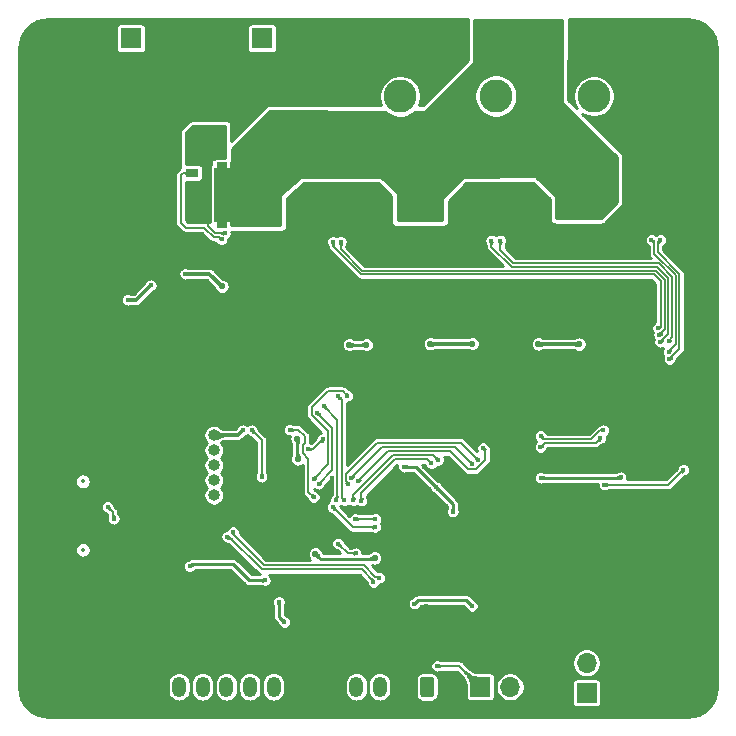
<source format=gbr>
%TF.GenerationSoftware,KiCad,Pcbnew,(5.1.6)-1*%
%TF.CreationDate,2022-04-30T17:47:53+08:00*%
%TF.ProjectId,simple_bldc,73696d70-6c65-45f6-926c-64632e6b6963,1*%
%TF.SameCoordinates,PX6979f40PYa1135a0*%
%TF.FileFunction,Copper,L2,Bot*%
%TF.FilePolarity,Positive*%
%FSLAX46Y46*%
G04 Gerber Fmt 4.6, Leading zero omitted, Abs format (unit mm)*
G04 Created by KiCad (PCBNEW (5.1.6)-1) date 2022-04-30 17:47:53*
%MOMM*%
%LPD*%
G01*
G04 APERTURE LIST*
%TA.AperFunction,ComponentPad*%
%ADD10O,1.200000X1.750000*%
%TD*%
%TA.AperFunction,ComponentPad*%
%ADD11O,1.000000X1.000000*%
%TD*%
%TA.AperFunction,ComponentPad*%
%ADD12R,1.000000X1.000000*%
%TD*%
%TA.AperFunction,SMDPad,CuDef*%
%ADD13C,2.500000*%
%TD*%
%TA.AperFunction,SMDPad,CuDef*%
%ADD14R,1.100000X0.750000*%
%TD*%
%TA.AperFunction,SMDPad,CuDef*%
%ADD15R,3.700000X4.560000*%
%TD*%
%TA.AperFunction,SMDPad,CuDef*%
%ADD16R,0.905000X5.560000*%
%TD*%
%TA.AperFunction,ComponentPad*%
%ADD17O,1.700000X1.700000*%
%TD*%
%TA.AperFunction,ComponentPad*%
%ADD18R,1.700000X1.700000*%
%TD*%
%TA.AperFunction,ComponentPad*%
%ADD19C,0.800000*%
%TD*%
%TA.AperFunction,ComponentPad*%
%ADD20C,6.400000*%
%TD*%
%TA.AperFunction,ComponentPad*%
%ADD21C,2.800000*%
%TD*%
%TA.AperFunction,ComponentPad*%
%ADD22O,2.000000X0.900000*%
%TD*%
%TA.AperFunction,ComponentPad*%
%ADD23O,1.700000X0.900000*%
%TD*%
%TA.AperFunction,ComponentPad*%
%ADD24C,1.800000*%
%TD*%
%TA.AperFunction,ComponentPad*%
%ADD25R,1.800000X1.800000*%
%TD*%
%TA.AperFunction,ViaPad*%
%ADD26C,0.550000*%
%TD*%
%TA.AperFunction,ViaPad*%
%ADD27C,0.400000*%
%TD*%
%TA.AperFunction,ViaPad*%
%ADD28C,0.600000*%
%TD*%
%TA.AperFunction,Conductor*%
%ADD29C,0.254000*%
%TD*%
%TA.AperFunction,Conductor*%
%ADD30C,0.300000*%
%TD*%
%TA.AperFunction,Conductor*%
%ADD31C,0.200000*%
%TD*%
%TA.AperFunction,Conductor*%
%ADD32C,0.150000*%
%TD*%
%TA.AperFunction,Conductor*%
%ADD33C,0.177800*%
%TD*%
%TA.AperFunction,Conductor*%
%ADD34C,0.025400*%
%TD*%
%ADD35C,0.300000*%
%ADD36C,0.200000*%
%ADD37C,0.350000*%
%ADD38O,1.700000X0.600000*%
%ADD39O,1.400000X0.600000*%
G04 APERTURE END LIST*
D10*
%TO.P,P1,6*%
%TO.N,VCC*%
X14000000Y3000000D03*
%TO.P,P1,5*%
%TO.N,/Filters/TEMP_IN*%
X16000000Y3000000D03*
%TO.P,P1,4*%
%TO.N,/Filters/HALL1_IN*%
X18000000Y3000000D03*
%TO.P,P1,3*%
%TO.N,/Filters/HALL2_IN*%
X20000000Y3000000D03*
%TO.P,P1,2*%
%TO.N,/Filters/HALL3_IN*%
X22000000Y3000000D03*
%TO.P,P1,1*%
%TO.N,GND*%
%TA.AperFunction,ComponentPad*%
G36*
G01*
X24600000Y3625001D02*
X24600000Y2374999D01*
G75*
G02*
X24350001Y2125000I-249999J0D01*
G01*
X23649999Y2125000D01*
G75*
G02*
X23400000Y2374999I0J249999D01*
G01*
X23400000Y3625001D01*
G75*
G02*
X23649999Y3875000I249999J0D01*
G01*
X24350001Y3875000D01*
G75*
G02*
X24600000Y3625001I0J-249999D01*
G01*
G37*
%TD.AperFunction*%
%TD*%
D11*
%TO.P,J4,6*%
%TO.N,/MCU/TX_SCL_MOSI*%
X16941800Y19227800D03*
%TO.P,J4,5*%
%TO.N,/MCU/MISO_ADC_EXT2*%
X16941800Y20497800D03*
%TO.P,J4,4*%
%TO.N,/MCU/SCK_ADC_EXT*%
X16941800Y21767800D03*
%TO.P,J4,3*%
%TO.N,/MCU/RX_SDA_NSS*%
X16941800Y23037800D03*
%TO.P,J4,2*%
%TO.N,VCC*%
X16941800Y24307800D03*
D12*
%TO.P,J4,1*%
%TO.N,GND*%
X16941800Y25577800D03*
%TD*%
D13*
%TO.P,RES2,1*%
%TO.N,GND*%
X57277000Y48971200D03*
%TD*%
%TO.P,RES1,1*%
%TO.N,Net-(C64-Pad2)*%
X15951200Y48971200D03*
%TD*%
D14*
%TO.P,Q7,2*%
%TO.N,V_SUPPLY*%
X20921300Y45262800D03*
X20921300Y43992800D03*
%TO.P,Q7,3*%
%TO.N,Net-(C64-Pad2)*%
X15121300Y42722800D03*
X15121300Y43992800D03*
X15121300Y45262800D03*
%TO.P,Q7,1*%
%TO.N,Net-(Q7-Pad1)*%
X15121300Y46532800D03*
%TO.P,Q7,2*%
%TO.N,V_SUPPLY*%
X20921300Y46532800D03*
X20921300Y42722800D03*
D15*
X18821300Y44627800D03*
D16*
X17621300Y44627800D03*
%TD*%
D17*
%TO.P,J1,3*%
%TO.N,GND*%
X44580000Y3000000D03*
%TO.P,J1,2*%
%TO.N,+5V*%
X42040000Y3000000D03*
D18*
%TO.P,J1,1*%
%TO.N,Net-(J1-Pad1)*%
X39500000Y3000000D03*
%TD*%
D10*
%TO.P,J6,4*%
%TO.N,VCC*%
X29000000Y3000000D03*
%TO.P,J6,3*%
%TO.N,SWCLK*%
X31000000Y3000000D03*
%TO.P,J6,2*%
%TO.N,GND*%
X33000000Y3000000D03*
%TO.P,J6,1*%
%TO.N,SWDIO*%
%TA.AperFunction,ComponentPad*%
G36*
G01*
X35600000Y3625001D02*
X35600000Y2374999D01*
G75*
G02*
X35350001Y2125000I-249999J0D01*
G01*
X34649999Y2125000D01*
G75*
G02*
X34400000Y2374999I0J249999D01*
G01*
X34400000Y3625001D01*
G75*
G02*
X34649999Y3875000I249999J0D01*
G01*
X35350001Y3875000D01*
G75*
G02*
X35600000Y3625001I0J-249999D01*
G01*
G37*
%TD.AperFunction*%
%TD*%
D17*
%TO.P,J3,2*%
%TO.N,/CAN bus transceiver/CANH*%
X48500000Y5040000D03*
D18*
%TO.P,J3,1*%
%TO.N,/CAN bus transceiver/CANL*%
X48500000Y2500000D03*
%TD*%
D19*
%TO.P,H4,1*%
%TO.N,GND*%
X56697056Y6697056D03*
X55000000Y7400000D03*
X53302944Y6697056D03*
X52600000Y5000000D03*
X53302944Y3302944D03*
X55000000Y2600000D03*
X56697056Y3302944D03*
X57400000Y5000000D03*
D20*
X55000000Y5000000D03*
%TD*%
D19*
%TO.P,H3,1*%
%TO.N,GND*%
X56697056Y56697056D03*
X55000000Y57400000D03*
X53302944Y56697056D03*
X52600000Y55000000D03*
X53302944Y53302944D03*
X55000000Y52600000D03*
X56697056Y53302944D03*
X57400000Y55000000D03*
D20*
X55000000Y55000000D03*
%TD*%
D19*
%TO.P,H2,1*%
%TO.N,GND*%
X6697056Y6697056D03*
X5000000Y7400000D03*
X3302944Y6697056D03*
X2600000Y5000000D03*
X3302944Y3302944D03*
X5000000Y2600000D03*
X6697056Y3302944D03*
X7400000Y5000000D03*
D20*
X5000000Y5000000D03*
%TD*%
D19*
%TO.P,H1,1*%
%TO.N,GND*%
X6697056Y56697056D03*
X5000000Y57400000D03*
X3302944Y56697056D03*
X2600000Y55000000D03*
X3302944Y53302944D03*
X5000000Y52600000D03*
X6697056Y53302944D03*
X7400000Y55000000D03*
D20*
X5000000Y55000000D03*
%TD*%
%TO.P,C59,1*%
%TO.N,GND*%
%TA.AperFunction,SMDPad,CuDef*%
G36*
G01*
X38538401Y43202800D02*
X37238399Y43202800D01*
G75*
G02*
X36988400Y43452799I0J249999D01*
G01*
X36988400Y44102801D01*
G75*
G02*
X37238399Y44352800I249999J0D01*
G01*
X38538401Y44352800D01*
G75*
G02*
X38788400Y44102801I0J-249999D01*
G01*
X38788400Y43452799D01*
G75*
G02*
X38538401Y43202800I-249999J0D01*
G01*
G37*
%TD.AperFunction*%
%TO.P,C59,2*%
%TO.N,V_SUPPLY*%
%TA.AperFunction,SMDPad,CuDef*%
G36*
G01*
X38538401Y46152800D02*
X37238399Y46152800D01*
G75*
G02*
X36988400Y46402799I0J249999D01*
G01*
X36988400Y47052801D01*
G75*
G02*
X37238399Y47302800I249999J0D01*
G01*
X38538401Y47302800D01*
G75*
G02*
X38788400Y47052801I0J-249999D01*
G01*
X38788400Y46402799D01*
G75*
G02*
X38538401Y46152800I-249999J0D01*
G01*
G37*
%TD.AperFunction*%
%TD*%
%TO.P,C58,1*%
%TO.N,GND*%
%TA.AperFunction,SMDPad,CuDef*%
G36*
G01*
X27243867Y43202800D02*
X25943865Y43202800D01*
G75*
G02*
X25693866Y43452799I0J249999D01*
G01*
X25693866Y44102801D01*
G75*
G02*
X25943865Y44352800I249999J0D01*
G01*
X27243867Y44352800D01*
G75*
G02*
X27493866Y44102801I0J-249999D01*
G01*
X27493866Y43452799D01*
G75*
G02*
X27243867Y43202800I-249999J0D01*
G01*
G37*
%TD.AperFunction*%
%TO.P,C58,2*%
%TO.N,V_SUPPLY*%
%TA.AperFunction,SMDPad,CuDef*%
G36*
G01*
X27243867Y46152800D02*
X25943865Y46152800D01*
G75*
G02*
X25693866Y46402799I0J249999D01*
G01*
X25693866Y47052801D01*
G75*
G02*
X25943865Y47302800I249999J0D01*
G01*
X27243867Y47302800D01*
G75*
G02*
X27493866Y47052801I0J-249999D01*
G01*
X27493866Y46402799D01*
G75*
G02*
X27243867Y46152800I-249999J0D01*
G01*
G37*
%TD.AperFunction*%
%TD*%
%TO.P,C57,1*%
%TO.N,GND*%
%TA.AperFunction,SMDPad,CuDef*%
G36*
G01*
X53146400Y47020401D02*
X53146400Y45720399D01*
G75*
G02*
X52896401Y45470400I-249999J0D01*
G01*
X52246399Y45470400D01*
G75*
G02*
X51996400Y45720399I0J249999D01*
G01*
X51996400Y47020401D01*
G75*
G02*
X52246399Y47270400I249999J0D01*
G01*
X52896401Y47270400D01*
G75*
G02*
X53146400Y47020401I0J-249999D01*
G01*
G37*
%TD.AperFunction*%
%TO.P,C57,2*%
%TO.N,V_SUPPLY*%
%TA.AperFunction,SMDPad,CuDef*%
G36*
G01*
X50196400Y47020401D02*
X50196400Y45720399D01*
G75*
G02*
X49946401Y45470400I-249999J0D01*
G01*
X49296399Y45470400D01*
G75*
G02*
X49046400Y45720399I0J249999D01*
G01*
X49046400Y47020401D01*
G75*
G02*
X49296399Y47270400I249999J0D01*
G01*
X49946401Y47270400D01*
G75*
G02*
X50196400Y47020401I0J-249999D01*
G01*
G37*
%TD.AperFunction*%
%TD*%
%TO.P,C55,1*%
%TO.N,GND*%
%TA.AperFunction,SMDPad,CuDef*%
G36*
G01*
X31578799Y43202800D02*
X30278797Y43202800D01*
G75*
G02*
X30028798Y43452799I0J249999D01*
G01*
X30028798Y44102801D01*
G75*
G02*
X30278797Y44352800I249999J0D01*
G01*
X31578799Y44352800D01*
G75*
G02*
X31828798Y44102801I0J-249999D01*
G01*
X31828798Y43452799D01*
G75*
G02*
X31578799Y43202800I-249999J0D01*
G01*
G37*
%TD.AperFunction*%
%TO.P,C55,2*%
%TO.N,V_SUPPLY*%
%TA.AperFunction,SMDPad,CuDef*%
G36*
G01*
X31578799Y46152800D02*
X30278797Y46152800D01*
G75*
G02*
X30028798Y46402799I0J249999D01*
G01*
X30028798Y47052801D01*
G75*
G02*
X30278797Y47302800I249999J0D01*
G01*
X31578799Y47302800D01*
G75*
G02*
X31828798Y47052801I0J-249999D01*
G01*
X31828798Y46402799D01*
G75*
G02*
X31578799Y46152800I-249999J0D01*
G01*
G37*
%TD.AperFunction*%
%TD*%
%TO.P,C54,1*%
%TO.N,GND*%
%TA.AperFunction,SMDPad,CuDef*%
G36*
G01*
X25076401Y43202800D02*
X23776399Y43202800D01*
G75*
G02*
X23526400Y43452799I0J249999D01*
G01*
X23526400Y44102801D01*
G75*
G02*
X23776399Y44352800I249999J0D01*
G01*
X25076401Y44352800D01*
G75*
G02*
X25326400Y44102801I0J-249999D01*
G01*
X25326400Y43452799D01*
G75*
G02*
X25076401Y43202800I-249999J0D01*
G01*
G37*
%TD.AperFunction*%
%TO.P,C54,2*%
%TO.N,V_SUPPLY*%
%TA.AperFunction,SMDPad,CuDef*%
G36*
G01*
X25076401Y46152800D02*
X23776399Y46152800D01*
G75*
G02*
X23526400Y46402799I0J249999D01*
G01*
X23526400Y47052801D01*
G75*
G02*
X23776399Y47302800I249999J0D01*
G01*
X25076401Y47302800D01*
G75*
G02*
X25326400Y47052801I0J-249999D01*
G01*
X25326400Y46402799D01*
G75*
G02*
X25076401Y46152800I-249999J0D01*
G01*
G37*
%TD.AperFunction*%
%TD*%
%TO.P,C53,1*%
%TO.N,GND*%
%TA.AperFunction,SMDPad,CuDef*%
G36*
G01*
X53146400Y44785201D02*
X53146400Y43485199D01*
G75*
G02*
X52896401Y43235200I-249999J0D01*
G01*
X52246399Y43235200D01*
G75*
G02*
X51996400Y43485199I0J249999D01*
G01*
X51996400Y44785201D01*
G75*
G02*
X52246399Y45035200I249999J0D01*
G01*
X52896401Y45035200D01*
G75*
G02*
X53146400Y44785201I0J-249999D01*
G01*
G37*
%TD.AperFunction*%
%TO.P,C53,2*%
%TO.N,V_SUPPLY*%
%TA.AperFunction,SMDPad,CuDef*%
G36*
G01*
X50196400Y44785201D02*
X50196400Y43485199D01*
G75*
G02*
X49946401Y43235200I-249999J0D01*
G01*
X49296399Y43235200D01*
G75*
G02*
X49046400Y43485199I0J249999D01*
G01*
X49046400Y44785201D01*
G75*
G02*
X49296399Y45035200I249999J0D01*
G01*
X49946401Y45035200D01*
G75*
G02*
X50196400Y44785201I0J-249999D01*
G01*
G37*
%TD.AperFunction*%
%TD*%
%TO.P,C52,1*%
%TO.N,GND*%
%TA.AperFunction,SMDPad,CuDef*%
G36*
G01*
X42873333Y43202800D02*
X41573331Y43202800D01*
G75*
G02*
X41323332Y43452799I0J249999D01*
G01*
X41323332Y44102801D01*
G75*
G02*
X41573331Y44352800I249999J0D01*
G01*
X42873333Y44352800D01*
G75*
G02*
X43123332Y44102801I0J-249999D01*
G01*
X43123332Y43452799D01*
G75*
G02*
X42873333Y43202800I-249999J0D01*
G01*
G37*
%TD.AperFunction*%
%TO.P,C52,2*%
%TO.N,V_SUPPLY*%
%TA.AperFunction,SMDPad,CuDef*%
G36*
G01*
X42873333Y46152800D02*
X41573331Y46152800D01*
G75*
G02*
X41323332Y46402799I0J249999D01*
G01*
X41323332Y47052801D01*
G75*
G02*
X41573331Y47302800I249999J0D01*
G01*
X42873333Y47302800D01*
G75*
G02*
X43123332Y47052801I0J-249999D01*
G01*
X43123332Y46402799D01*
G75*
G02*
X42873333Y46152800I-249999J0D01*
G01*
G37*
%TD.AperFunction*%
%TD*%
%TO.P,C51,1*%
%TO.N,GND*%
%TA.AperFunction,SMDPad,CuDef*%
G36*
G01*
X29411333Y43202800D02*
X28111331Y43202800D01*
G75*
G02*
X27861332Y43452799I0J249999D01*
G01*
X27861332Y44102801D01*
G75*
G02*
X28111331Y44352800I249999J0D01*
G01*
X29411333Y44352800D01*
G75*
G02*
X29661332Y44102801I0J-249999D01*
G01*
X29661332Y43452799D01*
G75*
G02*
X29411333Y43202800I-249999J0D01*
G01*
G37*
%TD.AperFunction*%
%TO.P,C51,2*%
%TO.N,V_SUPPLY*%
%TA.AperFunction,SMDPad,CuDef*%
G36*
G01*
X29411333Y46152800D02*
X28111331Y46152800D01*
G75*
G02*
X27861332Y46402799I0J249999D01*
G01*
X27861332Y47052801D01*
G75*
G02*
X28111331Y47302800I249999J0D01*
G01*
X29411333Y47302800D01*
G75*
G02*
X29661332Y47052801I0J-249999D01*
G01*
X29661332Y46402799D01*
G75*
G02*
X29411333Y46152800I-249999J0D01*
G01*
G37*
%TD.AperFunction*%
%TD*%
%TO.P,C49,1*%
%TO.N,GND*%
%TA.AperFunction,SMDPad,CuDef*%
G36*
G01*
X40705867Y43202800D02*
X39405865Y43202800D01*
G75*
G02*
X39155866Y43452799I0J249999D01*
G01*
X39155866Y44102801D01*
G75*
G02*
X39405865Y44352800I249999J0D01*
G01*
X40705867Y44352800D01*
G75*
G02*
X40955866Y44102801I0J-249999D01*
G01*
X40955866Y43452799D01*
G75*
G02*
X40705867Y43202800I-249999J0D01*
G01*
G37*
%TD.AperFunction*%
%TO.P,C49,2*%
%TO.N,V_SUPPLY*%
%TA.AperFunction,SMDPad,CuDef*%
G36*
G01*
X40705867Y46152800D02*
X39405865Y46152800D01*
G75*
G02*
X39155866Y46402799I0J249999D01*
G01*
X39155866Y47052801D01*
G75*
G02*
X39405865Y47302800I249999J0D01*
G01*
X40705867Y47302800D01*
G75*
G02*
X40955866Y47052801I0J-249999D01*
G01*
X40955866Y46402799D01*
G75*
G02*
X40705867Y46152800I-249999J0D01*
G01*
G37*
%TD.AperFunction*%
%TD*%
%TO.P,C2,1*%
%TO.N,GND*%
%TA.AperFunction,SMDPad,CuDef*%
G36*
G01*
X45040799Y43202800D02*
X43740797Y43202800D01*
G75*
G02*
X43490798Y43452799I0J249999D01*
G01*
X43490798Y44102801D01*
G75*
G02*
X43740797Y44352800I249999J0D01*
G01*
X45040799Y44352800D01*
G75*
G02*
X45290798Y44102801I0J-249999D01*
G01*
X45290798Y43452799D01*
G75*
G02*
X45040799Y43202800I-249999J0D01*
G01*
G37*
%TD.AperFunction*%
%TO.P,C2,2*%
%TO.N,V_SUPPLY*%
%TA.AperFunction,SMDPad,CuDef*%
G36*
G01*
X45040799Y46152800D02*
X43740797Y46152800D01*
G75*
G02*
X43490798Y46402799I0J249999D01*
G01*
X43490798Y47052801D01*
G75*
G02*
X43740797Y47302800I249999J0D01*
G01*
X45040799Y47302800D01*
G75*
G02*
X45290798Y47052801I0J-249999D01*
G01*
X45290798Y46402799D01*
G75*
G02*
X45040799Y46152800I-249999J0D01*
G01*
G37*
%TD.AperFunction*%
%TD*%
D21*
%TO.P,POS1,1*%
%TO.N,V_SUPPLY*%
X44661000Y57661200D03*
%TD*%
%TO.P,NEG1,1*%
%TO.N,GND*%
X36690600Y57687800D03*
%TD*%
%TO.P,P4,1*%
%TO.N,/Mosfet driver/H3_VS*%
X49118800Y53007800D03*
%TD*%
%TO.P,P3,1*%
%TO.N,/Mosfet driver/H2_VS*%
X40825000Y53025000D03*
%TD*%
%TO.P,P2,1*%
%TO.N,/Mosfet driver/H1_VS*%
X32725000Y53025000D03*
%TD*%
D22*
%TO.P,J2,S1*%
%TO.N,GND*%
X6330000Y21820000D03*
X6330000Y13180000D03*
D23*
X2160000Y21820000D03*
X2160000Y13180000D03*
%TD*%
D24*
%TO.P,C32,2*%
%TO.N,GND*%
X26036600Y57912300D03*
D25*
%TO.P,C32,1*%
%TO.N,V_SUPPLY*%
X21036600Y57912300D03*
%TD*%
%TO.P,C28,1*%
%TO.N,V_SUPPLY*%
X9913200Y57912300D03*
D24*
%TO.P,C28,2*%
%TO.N,GND*%
X14913200Y57912300D03*
%TD*%
D26*
%TO.N,GND*%
X6500000Y36500000D03*
X1500000Y32000000D03*
X2500000Y32000000D03*
X5500000Y36500000D03*
X5500000Y37500000D03*
X4500000Y36500000D03*
X4500000Y35500000D03*
X4500000Y37500000D03*
D27*
X11500000Y48000000D03*
X12500000Y48000000D03*
X11500000Y49000000D03*
X10500000Y48000000D03*
X10500000Y49000000D03*
X10500000Y47000000D03*
X11500000Y47000000D03*
X12500000Y47000000D03*
X12500000Y49000000D03*
X3500000Y50000000D03*
X3500000Y49000000D03*
X21717000Y28829000D03*
X24765000Y26543000D03*
X31153100Y28956000D03*
D26*
X6500000Y37500000D03*
D27*
X13500000Y37300000D03*
D28*
X25694200Y42062400D03*
X25694200Y40436800D03*
X25694200Y39631200D03*
X25694200Y41249600D03*
X39094200Y41962400D03*
X39094200Y40336800D03*
X39094200Y39531200D03*
X39094200Y41149600D03*
X52694200Y42062400D03*
X52694200Y40436800D03*
X52694200Y39631200D03*
X52694200Y41249600D03*
D27*
X10845800Y16687800D03*
X8001000Y30819200D03*
X8712200Y30844600D03*
X43070000Y10962800D03*
X34942000Y8880000D03*
X34891200Y9845200D03*
D26*
X14215600Y8778400D03*
X19600400Y16195200D03*
D27*
X35763200Y27178000D03*
X37820600Y19786600D03*
X41683000Y15907400D03*
X43688000Y25107900D03*
X25298400Y24942800D03*
X28448000Y27076400D03*
X28676600Y24688800D03*
X48641000Y28702000D03*
X46850300Y30594300D03*
X37693600Y31064200D03*
X28448000Y30734000D03*
X14427200Y35111800D03*
X15049500Y35124500D03*
X57111900Y18630900D03*
X57099200Y25933400D03*
X56235600Y22288500D03*
X48945800Y22313900D03*
X6756400Y35365800D03*
X7239000Y35086400D03*
X7213600Y35594400D03*
D28*
X51127400Y42069600D03*
X51127400Y41307600D03*
X51127400Y39631200D03*
X51127400Y40444000D03*
X51894200Y42062400D03*
X51894200Y40436800D03*
X51894200Y39631200D03*
X38356000Y41104400D03*
X37589200Y41968000D03*
X37589200Y41206000D03*
X37589200Y39529600D03*
X37589200Y40342400D03*
X38356000Y41917200D03*
X38356000Y40291600D03*
X38356000Y39529600D03*
X49329600Y39921600D03*
X49329600Y40683600D03*
X47043600Y39921600D03*
X48567600Y39921600D03*
X47805600Y39921600D03*
X46329600Y40683600D03*
X47040800Y40683600D03*
X47802800Y40683600D03*
X46332400Y39921600D03*
X48564800Y40683600D03*
X35816800Y39820000D03*
X35816800Y40582000D03*
X33530800Y39820000D03*
X35054800Y39820000D03*
X34292800Y39820000D03*
X32816800Y40582000D03*
X33528000Y40582000D03*
X34290000Y40582000D03*
X32819600Y39820000D03*
X35052000Y40582000D03*
X21844000Y40088400D03*
X21082000Y40088400D03*
X20320000Y40088400D03*
X19555200Y40088400D03*
X19555200Y40850400D03*
X20317200Y40850400D03*
X21079200Y40850400D03*
X21841200Y40850400D03*
X22552400Y40850400D03*
X22555200Y40088400D03*
X24127200Y40444000D03*
X24894000Y42018800D03*
X24894000Y41206000D03*
X24894000Y40393200D03*
X24894000Y39631200D03*
X24127200Y39631200D03*
X24127200Y41307600D03*
X24127200Y42069600D03*
D27*
X44754800Y19545300D03*
X44678600Y18859500D03*
X15074900Y34591100D03*
X14427200Y34629200D03*
X33248600Y19380200D03*
X34772600Y21640800D03*
D26*
X19905200Y21224400D03*
X24299400Y19497200D03*
D27*
X26947935Y20648735D03*
X58500000Y16000000D03*
X9500000Y10500000D03*
X11000000Y10500000D03*
X12500000Y10500000D03*
X12500000Y9000000D03*
X11000000Y9000000D03*
X9500000Y9000000D03*
X21132800Y10007600D03*
X20574000Y8483600D03*
D28*
X51894200Y41249600D03*
D27*
X43000000Y12000000D03*
X42000000Y12000000D03*
X41000000Y12000000D03*
X8001000Y31378000D03*
X8712200Y31378000D03*
X17343200Y9088200D03*
X18000000Y26850000D03*
X18000000Y30850000D03*
X17000000Y31850000D03*
X17000000Y30850000D03*
X16000000Y30850000D03*
X16000000Y29850000D03*
X16000000Y28850000D03*
X16000000Y27850000D03*
X16000000Y26850000D03*
X17000000Y26850000D03*
X12014200Y27568000D03*
X12700000Y27542600D03*
X10617200Y28076000D03*
X12800000Y37325000D03*
X16500000Y51500000D03*
X2500000Y50500000D03*
X1500000Y50500000D03*
X57500000Y32500000D03*
X58500000Y32500000D03*
X39000000Y27000000D03*
X38500000Y26500000D03*
X38000000Y26000000D03*
X39500000Y27500000D03*
X57000000Y16000000D03*
X55500000Y16000000D03*
X54000000Y16000000D03*
X52500000Y16000000D03*
X51000000Y16000000D03*
X49500000Y16000000D03*
X48000000Y16000000D03*
X46500000Y16000000D03*
X45000000Y16000000D03*
X21717000Y28194000D03*
X49403000Y28702000D03*
X30353000Y28956000D03*
X27559000Y30734000D03*
%TO.N,VCC*%
X33926000Y10048400D03*
X38802800Y9845200D03*
X14901400Y13198000D03*
X37177200Y17846200D03*
X33045400Y21640800D03*
X35770513Y19895513D03*
X51384200Y20764500D03*
X44619400Y20703700D03*
D26*
X24045400Y22291200D03*
X24002500Y24026300D03*
D27*
X21259800Y12014200D03*
D26*
X30560500Y13921900D03*
X25544000Y14264800D03*
D27*
X19396400Y24730400D03*
X22913610Y8483600D03*
X22453600Y10210806D03*
D28*
%TO.N,V_SUPPLY*%
X48800000Y44674400D03*
X49800000Y44674400D03*
X47800000Y44674400D03*
X46800000Y44674400D03*
X35000000Y44474400D03*
X36000000Y44474400D03*
X34000000Y44474400D03*
X33000000Y44474400D03*
X20397200Y43994400D03*
X21397200Y43994400D03*
X22397200Y43994400D03*
X19397200Y43994400D03*
X34000000Y43574400D03*
X34000000Y42774400D03*
X36000000Y43574400D03*
X33000000Y43574400D03*
X33000000Y42774400D03*
X35000000Y42774400D03*
X35000000Y43574400D03*
X20400000Y43174400D03*
X20400000Y42374400D03*
X22400000Y43174400D03*
X19400000Y43174400D03*
X19400000Y42374400D03*
X21400000Y42374400D03*
X21400000Y43174400D03*
X22400000Y42374400D03*
X36000000Y42774400D03*
X48800000Y43774400D03*
X47800000Y43774400D03*
X47800000Y42974400D03*
X46800000Y42974400D03*
X46800000Y43774400D03*
X49800000Y42974400D03*
X48800000Y42974400D03*
X49800000Y43774400D03*
D27*
%TO.N,/MCU/AN_IN*%
X26162000Y23952200D03*
X24917400Y23139420D03*
%TO.N,/MCU/SENS1*%
X25704800Y26212800D03*
X25823402Y20183000D03*
%TO.N,/MCU/SENS2*%
X25390390Y20628480D03*
X28257500Y27635200D03*
%TO.N,/MCU/BR_SO2*%
X38837400Y21868600D03*
X28575002Y20701000D03*
%TO.N,/MCU/BR_SO1*%
X39741800Y23231800D03*
X29133800Y20421600D03*
%TO.N,/MCU/L3*%
X30632400Y17221200D03*
X28905200Y17221200D03*
%TO.N,/MCU/L2*%
X35941290Y22205597D03*
X28752800Y18793190D03*
%TO.N,/MCU/L1*%
X27996389Y18793190D03*
X27468990Y27592171D03*
%TO.N,/MCU/H2*%
X35365127Y21924165D03*
X29438604Y18770600D03*
%TO.N,/MCU/H1*%
X26238200Y26797000D03*
X27457400Y15138400D03*
X28947956Y14308244D03*
X27286435Y18793190D03*
%TO.N,/MCU/ADC_TEMP*%
X20982400Y20777200D03*
X20143010Y24740410D03*
%TO.N,/MCU/BR_SO3*%
X39307297Y22211503D03*
X28318834Y20188885D03*
%TO.N,/MCU/SERVO*%
X30594300Y16522700D03*
X27000200Y18211800D03*
X25400000Y19075400D03*
X23360000Y24780000D03*
D26*
%TO.N,+12V*%
X17640000Y36910000D03*
X28422600Y31978600D03*
X29870400Y31978600D03*
X38836600Y32067500D03*
D27*
X14523000Y37973000D03*
X9650000Y35775000D03*
X11600000Y37000000D03*
D26*
X47853600Y32016700D03*
X44423600Y32043100D03*
X35280600Y32054800D03*
D27*
%TO.N,Net-(J2-PadA7)*%
X8474900Y17237900D03*
X7950200Y18237200D03*
%TO.N,/Mosfet driver/ADC_REF*%
X56692800Y21386800D03*
X50012600Y20129500D03*
%TO.N,SC_P*%
X54000400Y40843200D03*
X55473600Y31388490D03*
%TO.N,SC_N*%
X54762400Y40843200D03*
X55515972Y30763672D03*
%TO.N,SA_N*%
X54660800Y32816800D03*
X27686000Y40690800D03*
X49923700Y24726900D03*
X44612300Y24241500D03*
%TO.N,SA_P*%
X54571900Y33388300D03*
X27025600Y40690800D03*
X49657000Y24041100D03*
X44589500Y23304300D03*
%TO.N,SB_P*%
X54737000Y32207200D03*
X40436800Y40792400D03*
%TO.N,SB_N*%
X55448200Y32258000D03*
X41198800Y40792400D03*
%TO.N,/MCU/USB_DP*%
X18559000Y16119000D03*
X30954200Y12232800D03*
%TO.N,/MCU/USB_DN*%
X30447958Y11878958D03*
X18076400Y15712600D03*
%TO.N,Net-(C64-Pad2)*%
X16383000Y45923200D03*
X17867270Y41389047D03*
%TO.N,Net-(J1-Pad1)*%
X35839400Y4775200D03*
%TO.N,Net-(Q7-Pad1)*%
X17602198Y40894000D03*
%TD*%
D29*
%TO.N,VCC*%
X44602400Y20688300D02*
X44602400Y20688300D01*
X51308000Y20688300D02*
X51384200Y20764500D01*
X50596800Y20688300D02*
X51308000Y20688300D01*
X44602400Y20688300D02*
X44619400Y20703700D01*
X34025226Y21640800D02*
X33045400Y21640800D01*
X35770513Y19895513D02*
X34025226Y21640800D01*
X44619400Y20703700D02*
X50596800Y20688300D01*
X37177200Y18488826D02*
X35770513Y19895513D01*
X37177200Y17846200D02*
X37177200Y18488826D01*
X24002500Y22334100D02*
X24045400Y22291200D01*
X24002500Y24026300D02*
X24002500Y22334100D01*
X19946000Y12014200D02*
X21259800Y12014200D01*
X18554599Y13405601D02*
X19946000Y12014200D01*
X15109001Y13405601D02*
X18554599Y13405601D01*
X14901400Y13198000D02*
X15109001Y13405601D01*
X25544000Y14264800D02*
X26001200Y13807600D01*
X30446200Y13807600D02*
X30560500Y13921900D01*
X26001200Y13807600D02*
X30446200Y13807600D01*
X38315799Y10332201D02*
X38802800Y9845200D01*
X34209801Y10332201D02*
X38315799Y10332201D01*
X33926000Y10048400D02*
X34209801Y10332201D01*
D30*
X16882600Y24323200D02*
X18989200Y24323200D01*
X18989200Y24323200D02*
X19396400Y24730400D01*
D29*
X22453600Y10210800D02*
X22453600Y8943610D01*
X22453600Y8943610D02*
X22913610Y8483600D01*
D31*
%TO.N,/MCU/AN_IN*%
X25349220Y23139420D02*
X26162000Y23952200D01*
X24917400Y23139420D02*
X25349220Y23139420D01*
%TO.N,/MCU/SENS1*%
X26974800Y21334398D02*
X25823402Y20183000D01*
X26974800Y24942800D02*
X26974800Y21334398D01*
X25704800Y26212800D02*
X26974800Y24942800D01*
%TO.N,/MCU/SENS2*%
X27850527Y28042173D02*
X28257500Y27635200D01*
X25390390Y20628480D02*
X26624789Y21862879D01*
X25247600Y26695400D02*
X26594373Y28042173D01*
X25247600Y26003998D02*
X25247600Y26695400D01*
X26624789Y24626809D02*
X25247600Y26003998D01*
X26594373Y28042173D02*
X27850527Y28042173D01*
X26624789Y21862879D02*
X26624789Y24626809D01*
%TO.N,/MCU/BR_SO2*%
X28575002Y20701000D02*
X31180023Y23306021D01*
X37399979Y23306021D02*
X38837400Y21868600D01*
X31180023Y23306021D02*
X37399979Y23306021D01*
%TO.N,/MCU/BR_SO1*%
X36962589Y22956011D02*
X38506400Y21412200D01*
X39148602Y21412200D02*
X39941799Y22205397D01*
X38506400Y21412200D02*
X39148602Y21412200D01*
X31668211Y22956011D02*
X36962589Y22956011D01*
X39941799Y22205397D02*
X39941799Y23031801D01*
X29133800Y20421600D02*
X31668211Y22956011D01*
X39941799Y23031801D02*
X39741800Y23231800D01*
%TO.N,/MCU/L3*%
X28905200Y17221200D02*
X30632400Y17221200D01*
%TO.N,/MCU/L2*%
X28752800Y19203032D02*
X28752800Y18793190D01*
X32155768Y22606000D02*
X28752800Y19203032D01*
X35540887Y22606000D02*
X32155768Y22606000D01*
X35941290Y22205597D02*
X35540887Y22606000D01*
%TO.N,/MCU/L1*%
X27757991Y27303170D02*
X27468990Y27592171D01*
X27757991Y19031588D02*
X27757991Y27303170D01*
X27996389Y18793190D02*
X27757991Y19031588D01*
%TO.N,/MCU/H2*%
X32314390Y22255990D02*
X29438604Y19380204D01*
X35365127Y21924165D02*
X35033302Y22255990D01*
X29438604Y19380204D02*
X29438604Y18770600D01*
X35033302Y22255990D02*
X32314390Y22255990D01*
%TO.N,/MCU/H1*%
X28287556Y14308244D02*
X28947956Y14308244D01*
X27457400Y15138400D02*
X28287556Y14308244D01*
X27407982Y25627218D02*
X27407982Y18914737D01*
X26238200Y26797000D02*
X27407982Y25627218D01*
X27407982Y18914737D02*
X27286435Y18793190D01*
%TO.N,/MCU/ADC_TEMP*%
X20982400Y20777200D02*
X20982400Y23901020D01*
X20982400Y23901020D02*
X20143010Y24740410D01*
%TO.N,/MCU/BR_SO3*%
X28318834Y20188885D02*
X28118835Y20388884D01*
X28118835Y21032235D02*
X30759400Y23672800D01*
X30759400Y23672800D02*
X37846000Y23672800D01*
X28118835Y20388884D02*
X28118835Y21032235D01*
X37846000Y23672800D02*
X39307297Y22211503D01*
%TO.N,/MCU/SERVO*%
X28689300Y16522700D02*
X27000200Y18211800D01*
X30594300Y16522700D02*
X28689300Y16522700D01*
X27000200Y18211800D02*
X27000200Y18211800D01*
X24940389Y19535011D02*
X24940389Y22329011D01*
X24467399Y23451399D02*
X24638000Y23622000D01*
X24940389Y22329011D02*
X24467399Y22802001D01*
X25400000Y19075400D02*
X24940389Y19535011D01*
X24467399Y22802001D02*
X24467399Y23451399D01*
X24638000Y23622000D02*
X24638000Y24222000D01*
X24080000Y24780000D02*
X23360000Y24780000D01*
X24638000Y24222000D02*
X24080000Y24780000D01*
D30*
%TO.N,+12V*%
X10375000Y35775000D02*
X11600000Y37000000D01*
X9650000Y35775000D02*
X9650000Y35775000D01*
X14523000Y37973000D02*
X14523000Y37973000D01*
X9650000Y35775000D02*
X10375000Y35775000D01*
X11600000Y37000000D02*
X11600000Y37000000D01*
X35280600Y32054800D02*
X38773100Y32054800D01*
X47827200Y32043100D02*
X47853600Y32016700D01*
X44423600Y32043100D02*
X47827200Y32043100D01*
D29*
X28422600Y31978600D02*
X29870400Y31978600D01*
D30*
X16577000Y37973000D02*
X17640000Y36910000D01*
X14523000Y37973000D02*
X16577000Y37973000D01*
D31*
%TO.N,Net-(J2-PadA7)*%
X8382000Y17805400D02*
X8382000Y17330800D01*
X8382000Y17330800D02*
X8474900Y17237900D01*
X7950200Y18237200D02*
X8382000Y17805400D01*
%TO.N,/Mosfet driver/ADC_REF*%
X55422800Y20104100D02*
X50012600Y20104100D01*
X56692800Y21374100D02*
X55422800Y20104100D01*
X56692800Y21386800D02*
X56692800Y21374100D01*
D32*
%TO.N,SC_P*%
X56045100Y32004000D02*
X55435500Y31394400D01*
X54216300Y39674800D02*
X56057800Y37833300D01*
X54216300Y40627300D02*
X54216300Y39674800D01*
X54000400Y40843200D02*
X54216300Y40627300D01*
X56057800Y32016700D02*
X56045100Y32004000D01*
X56057800Y37833300D02*
X56057800Y32016700D01*
%TO.N,SC_N*%
X56349900Y31597600D02*
X55515972Y30763672D01*
X54559200Y39801800D02*
X56362600Y37998400D01*
X54559200Y40640000D02*
X54559200Y39801800D01*
X54762400Y40843200D02*
X54559200Y40640000D01*
X56357810Y31605510D02*
X56349900Y31597600D01*
X56362600Y32245300D02*
X56357810Y32240510D01*
X56357810Y32240510D02*
X56357810Y31605510D01*
X56362600Y37998400D02*
X56362600Y32245300D01*
%TO.N,SA_N*%
X55092600Y33248600D02*
X54660800Y32816800D01*
X54368700Y38214300D02*
X55105300Y37477700D01*
X29527500Y38214300D02*
X54368700Y38214300D01*
X27686000Y40055800D02*
X29527500Y38214300D01*
X27686000Y40690800D02*
X27686000Y40055800D01*
X44612300Y24241500D02*
X44893690Y23960110D01*
X44893690Y23960110D02*
X48915610Y23960110D01*
X49682400Y24726900D02*
X49923700Y24726900D01*
X48915610Y23960110D02*
X49682400Y24726900D01*
X55105300Y33261300D02*
X55092600Y33248600D01*
X55105300Y37477700D02*
X55105300Y33261300D01*
%TO.N,SA_P*%
X44589500Y23304300D02*
X44945300Y23660100D01*
X49276000Y23660100D02*
X49657000Y24041100D01*
X44945300Y23660100D02*
X49276000Y23660100D01*
X54771899Y33588299D02*
X54571900Y33388300D01*
X27025600Y40291921D02*
X29403232Y37914289D01*
X29403232Y37914289D02*
X54186111Y37914289D01*
X54771899Y37328501D02*
X54771899Y33588299D01*
X27025600Y40690800D02*
X27025600Y40291921D01*
X54186111Y37914289D02*
X54771899Y37328501D01*
%TO.N,SB_P*%
X55422800Y32893000D02*
X54698900Y32169100D01*
X40436800Y40279221D02*
X42171521Y38544500D01*
X55422800Y37617400D02*
X55422800Y32893000D01*
X40436800Y40792400D02*
X40436800Y40279221D01*
X42171521Y38544500D02*
X54495700Y38544500D01*
X54495700Y38544500D02*
X55422800Y37617400D01*
%TO.N,SB_N*%
X54604822Y38862000D02*
X55757789Y37709033D01*
X55745089Y32605689D02*
X55372000Y32232600D01*
X42303700Y38862000D02*
X54604822Y38862000D01*
X41198800Y39966900D02*
X42303700Y38862000D01*
X41198800Y40792400D02*
X41198800Y39966900D01*
X55757789Y32618389D02*
X55745089Y32605689D01*
X55757789Y37709033D02*
X55757789Y32618389D01*
D33*
%TO.N,/MCU/USB_DP*%
X30858041Y12328959D02*
X30954200Y12232800D01*
D31*
X29628646Y13299600D02*
X21168688Y13299600D01*
D33*
X30599287Y12328959D02*
X30858041Y12328959D01*
D31*
X30599287Y12328959D02*
X29628646Y13299600D01*
X18559000Y15909288D02*
X18559000Y16119000D01*
X21168688Y13299600D02*
X18559000Y15909288D01*
%TO.N,/MCU/USB_DN*%
X21029312Y12944000D02*
X18260712Y15712600D01*
X30447958Y11985312D02*
X29489270Y12944000D01*
X29489270Y12944000D02*
X21029312Y12944000D01*
X18260712Y15712600D02*
X18076400Y15712600D01*
X30447958Y11878958D02*
X30447958Y11985312D01*
%TO.N,Net-(C64-Pad2)*%
X16459200Y42062400D02*
X17074389Y41447211D01*
X17074389Y41447211D02*
X17809106Y41447211D01*
X17809106Y41447211D02*
X17867270Y41389047D01*
X16459200Y42468800D02*
X16459200Y42062400D01*
%TO.N,Net-(J1-Pad1)*%
X37724800Y4775200D02*
X39500000Y3000000D01*
X35839400Y4775200D02*
X37724800Y4775200D01*
%TO.N,Net-(Q7-Pad1)*%
X17398998Y41097200D02*
X17602198Y40894000D01*
X14371300Y46532800D02*
X14147800Y46309300D01*
X15121300Y46532800D02*
X14371300Y46532800D01*
X14147800Y46309300D02*
X14147800Y42316400D01*
X17398998Y41097200D02*
X16929409Y41097203D01*
X16154712Y41871900D02*
X14592300Y41871900D01*
X14147800Y42316400D02*
X14592300Y41871900D01*
X16929409Y41097203D02*
X16154712Y41871900D01*
%TD*%
D29*
%TO.N,V_SUPPLY*%
G36*
X46394104Y52500975D02*
G01*
X46396354Y52476181D01*
X46403398Y52452301D01*
X46414965Y52430255D01*
X46432539Y52408973D01*
X48805774Y50100020D01*
X51054255Y47851539D01*
X51072745Y44044981D01*
X49731227Y42697400D01*
X45928429Y42697400D01*
X45948592Y44499379D01*
X45946429Y44524181D01*
X45939469Y44548085D01*
X45927979Y44570172D01*
X45909625Y44592346D01*
X44258625Y46179846D01*
X44239074Y46195260D01*
X44216891Y46206563D01*
X44192930Y46213322D01*
X44170066Y46215299D01*
X38124866Y46189899D01*
X38100100Y46187355D01*
X38076307Y46180027D01*
X38054400Y46168199D01*
X38035264Y46152368D01*
X36333464Y44437868D01*
X36317742Y44418564D01*
X36306087Y44396564D01*
X36298949Y44372713D01*
X36296600Y44348400D01*
X36296600Y42501227D01*
X32527567Y42487176D01*
X32537399Y44703437D01*
X32535068Y44728224D01*
X32527947Y44752080D01*
X32516309Y44774088D01*
X32499994Y44794011D01*
X31128394Y46159261D01*
X31109112Y46175010D01*
X31087128Y46186695D01*
X31063287Y46193867D01*
X31039044Y46196250D01*
X24435044Y46208950D01*
X24410263Y46206557D01*
X24386425Y46199376D01*
X24364446Y46187682D01*
X24352179Y46178401D01*
X22624979Y44698851D01*
X22607750Y44680879D01*
X22594358Y44659891D01*
X22585318Y44636694D01*
X22580600Y44602400D01*
X22580600Y42087800D01*
X18412933Y42087800D01*
X18416403Y47375468D01*
X18428497Y47398094D01*
X18452795Y47478196D01*
X18461000Y47561500D01*
X18461000Y48505258D01*
X21684884Y51729672D01*
X31460170Y51706061D01*
X31560355Y51605876D01*
X31859591Y51405934D01*
X32192084Y51268211D01*
X32545056Y51198000D01*
X32904944Y51198000D01*
X33257916Y51268211D01*
X33590409Y51405934D01*
X33889645Y51605876D01*
X33983735Y51699966D01*
X34797693Y51698000D01*
X34822476Y51700381D01*
X34846317Y51707550D01*
X34868302Y51719233D01*
X34887703Y51735098D01*
X36360811Y53204944D01*
X38998000Y53204944D01*
X38998000Y52845056D01*
X39068211Y52492084D01*
X39205934Y52159591D01*
X39405876Y51860355D01*
X39660355Y51605876D01*
X39959591Y51405934D01*
X40292084Y51268211D01*
X40645056Y51198000D01*
X41004944Y51198000D01*
X41357916Y51268211D01*
X41690409Y51405934D01*
X41989645Y51605876D01*
X42244124Y51860355D01*
X42444066Y52159591D01*
X42581789Y52492084D01*
X42652000Y52845056D01*
X42652000Y53204944D01*
X42581789Y53557916D01*
X42444066Y53890409D01*
X42244124Y54189645D01*
X41989645Y54444124D01*
X41690409Y54644066D01*
X41357916Y54781789D01*
X41004944Y54852000D01*
X40645056Y54852000D01*
X40292084Y54781789D01*
X39959591Y54644066D01*
X39660355Y54444124D01*
X39405876Y54189645D01*
X39205934Y53890409D01*
X39068211Y53557916D01*
X38998000Y53204944D01*
X36360811Y53204944D01*
X38951703Y55790098D01*
X38967518Y55809326D01*
X38979279Y55831269D01*
X38986532Y55855085D01*
X38989000Y55880000D01*
X38989000Y59498000D01*
X46447824Y59498000D01*
X46394104Y52500975D01*
G37*
X46394104Y52500975D02*
X46396354Y52476181D01*
X46403398Y52452301D01*
X46414965Y52430255D01*
X46432539Y52408973D01*
X48805774Y50100020D01*
X51054255Y47851539D01*
X51072745Y44044981D01*
X49731227Y42697400D01*
X45928429Y42697400D01*
X45948592Y44499379D01*
X45946429Y44524181D01*
X45939469Y44548085D01*
X45927979Y44570172D01*
X45909625Y44592346D01*
X44258625Y46179846D01*
X44239074Y46195260D01*
X44216891Y46206563D01*
X44192930Y46213322D01*
X44170066Y46215299D01*
X38124866Y46189899D01*
X38100100Y46187355D01*
X38076307Y46180027D01*
X38054400Y46168199D01*
X38035264Y46152368D01*
X36333464Y44437868D01*
X36317742Y44418564D01*
X36306087Y44396564D01*
X36298949Y44372713D01*
X36296600Y44348400D01*
X36296600Y42501227D01*
X32527567Y42487176D01*
X32537399Y44703437D01*
X32535068Y44728224D01*
X32527947Y44752080D01*
X32516309Y44774088D01*
X32499994Y44794011D01*
X31128394Y46159261D01*
X31109112Y46175010D01*
X31087128Y46186695D01*
X31063287Y46193867D01*
X31039044Y46196250D01*
X24435044Y46208950D01*
X24410263Y46206557D01*
X24386425Y46199376D01*
X24364446Y46187682D01*
X24352179Y46178401D01*
X22624979Y44698851D01*
X22607750Y44680879D01*
X22594358Y44659891D01*
X22585318Y44636694D01*
X22580600Y44602400D01*
X22580600Y42087800D01*
X18412933Y42087800D01*
X18416403Y47375468D01*
X18428497Y47398094D01*
X18452795Y47478196D01*
X18461000Y47561500D01*
X18461000Y48505258D01*
X21684884Y51729672D01*
X31460170Y51706061D01*
X31560355Y51605876D01*
X31859591Y51405934D01*
X32192084Y51268211D01*
X32545056Y51198000D01*
X32904944Y51198000D01*
X33257916Y51268211D01*
X33590409Y51405934D01*
X33889645Y51605876D01*
X33983735Y51699966D01*
X34797693Y51698000D01*
X34822476Y51700381D01*
X34846317Y51707550D01*
X34868302Y51719233D01*
X34887703Y51735098D01*
X36360811Y53204944D01*
X38998000Y53204944D01*
X38998000Y52845056D01*
X39068211Y52492084D01*
X39205934Y52159591D01*
X39405876Y51860355D01*
X39660355Y51605876D01*
X39959591Y51405934D01*
X40292084Y51268211D01*
X40645056Y51198000D01*
X41004944Y51198000D01*
X41357916Y51268211D01*
X41690409Y51405934D01*
X41989645Y51605876D01*
X42244124Y51860355D01*
X42444066Y52159591D01*
X42581789Y52492084D01*
X42652000Y52845056D01*
X42652000Y53204944D01*
X42581789Y53557916D01*
X42444066Y53890409D01*
X42244124Y54189645D01*
X41989645Y54444124D01*
X41690409Y54644066D01*
X41357916Y54781789D01*
X41004944Y54852000D01*
X40645056Y54852000D01*
X40292084Y54781789D01*
X39959591Y54644066D01*
X39660355Y54444124D01*
X39405876Y54189645D01*
X39205934Y53890409D01*
X39068211Y53557916D01*
X38998000Y53204944D01*
X36360811Y53204944D01*
X38951703Y55790098D01*
X38967518Y55809326D01*
X38979279Y55831269D01*
X38986532Y55855085D01*
X38989000Y55880000D01*
X38989000Y59498000D01*
X46447824Y59498000D01*
X46394104Y52500975D01*
%TO.N,GND*%
G36*
X38435000Y56057147D02*
G01*
X34621836Y52252427D01*
X34328694Y52253135D01*
X34433711Y52506668D01*
X34502000Y52849981D01*
X34502000Y53200019D01*
X34433711Y53543332D01*
X34299757Y53866725D01*
X34105286Y54157771D01*
X33857771Y54405286D01*
X33566725Y54599757D01*
X33243332Y54733711D01*
X32900019Y54802000D01*
X32549981Y54802000D01*
X32206668Y54733711D01*
X31883275Y54599757D01*
X31592229Y54405286D01*
X31344714Y54157771D01*
X31150243Y53866725D01*
X31016289Y53543332D01*
X30948000Y53200019D01*
X30948000Y52849981D01*
X31016289Y52506668D01*
X31118094Y52260890D01*
X21633431Y52283799D01*
X21549062Y52275588D01*
X21468962Y52251283D01*
X21395142Y52211818D01*
X21330441Y52158710D01*
X18411000Y49238789D01*
X18411000Y50609500D01*
X18403017Y50686670D01*
X18380871Y50757179D01*
X18345396Y50822013D01*
X18297953Y50878680D01*
X18240367Y50925002D01*
X18174850Y50959200D01*
X18103921Y50979959D01*
X18030304Y50986482D01*
X16738190Y50973814D01*
X15115945Y50986488D01*
X15058987Y50982611D01*
X14987234Y50964904D01*
X14920315Y50933539D01*
X14860800Y50889722D01*
X14225800Y50318222D01*
X14164536Y50247450D01*
X14129697Y50182272D01*
X14108244Y50111549D01*
X14101000Y50038000D01*
X14101000Y46928037D01*
X14032379Y46871721D01*
X14017445Y46853524D01*
X13827076Y46663155D01*
X13808879Y46648221D01*
X13749271Y46575589D01*
X13704978Y46492722D01*
X13677703Y46402807D01*
X13670800Y46332722D01*
X13670800Y46332715D01*
X13668494Y46309300D01*
X13670800Y46285885D01*
X13670801Y42339825D01*
X13668494Y42316400D01*
X13677703Y42222893D01*
X13704978Y42132978D01*
X13723995Y42097400D01*
X13749272Y42050111D01*
X13774261Y42019662D01*
X13786007Y42005350D01*
X13808880Y41977479D01*
X13827071Y41962550D01*
X14238447Y41551173D01*
X14253379Y41532979D01*
X14326011Y41473371D01*
X14408877Y41429078D01*
X14498792Y41401803D01*
X14568877Y41394900D01*
X14568885Y41394900D01*
X14592300Y41392594D01*
X14615715Y41394900D01*
X15957133Y41394900D01*
X16575562Y40776470D01*
X16590486Y40758285D01*
X16608673Y40743359D01*
X16608681Y40743351D01*
X16642121Y40715908D01*
X16663118Y40698676D01*
X16663120Y40698675D01*
X16745986Y40654381D01*
X16835901Y40627106D01*
X16929408Y40617897D01*
X16952830Y40620204D01*
X17091191Y40620203D01*
X17154013Y40526184D01*
X17234382Y40445815D01*
X17328886Y40382669D01*
X17433893Y40339174D01*
X17545368Y40317000D01*
X17659028Y40317000D01*
X17770503Y40339174D01*
X17875510Y40382669D01*
X17970014Y40445815D01*
X18050383Y40526184D01*
X18113529Y40620688D01*
X18157024Y40725695D01*
X18161387Y40747630D01*
X26448600Y40747630D01*
X26448600Y40633970D01*
X26470774Y40522495D01*
X26514269Y40417488D01*
X26573600Y40328694D01*
X26573600Y40314126D01*
X26571413Y40291921D01*
X26580140Y40203314D01*
X26605986Y40118112D01*
X26639449Y40055507D01*
X26647958Y40039588D01*
X26704442Y39970762D01*
X26721696Y39956602D01*
X29067917Y37610379D01*
X29082073Y37593130D01*
X29150899Y37536646D01*
X29229422Y37494675D01*
X29294794Y37474845D01*
X29314624Y37468829D01*
X29403231Y37460102D01*
X29425436Y37462289D01*
X53998888Y37462289D01*
X54319899Y37141276D01*
X54319900Y33908459D01*
X54298588Y33899631D01*
X54204084Y33836485D01*
X54123715Y33756116D01*
X54060569Y33661612D01*
X54017074Y33556605D01*
X53994900Y33445130D01*
X53994900Y33331470D01*
X54017074Y33219995D01*
X54060569Y33114988D01*
X54121810Y33023336D01*
X54105974Y32985105D01*
X54083800Y32873630D01*
X54083800Y32759970D01*
X54105974Y32648495D01*
X54149469Y32543488D01*
X54212612Y32448989D01*
X54182174Y32375505D01*
X54160000Y32264030D01*
X54160000Y32150370D01*
X54182174Y32038895D01*
X54225669Y31933888D01*
X54288815Y31839384D01*
X54369184Y31759015D01*
X54463688Y31695869D01*
X54568695Y31652374D01*
X54680170Y31630200D01*
X54793830Y31630200D01*
X54905305Y31652374D01*
X54975358Y31681391D01*
X54962269Y31661802D01*
X54918774Y31556795D01*
X54896600Y31445320D01*
X54896600Y31331660D01*
X54918774Y31220185D01*
X54962269Y31115178D01*
X55009579Y31044374D01*
X55004641Y31036984D01*
X54961146Y30931977D01*
X54938972Y30820502D01*
X54938972Y30706842D01*
X54961146Y30595367D01*
X55004641Y30490360D01*
X55067787Y30395856D01*
X55148156Y30315487D01*
X55242660Y30252341D01*
X55347667Y30208846D01*
X55459142Y30186672D01*
X55572802Y30186672D01*
X55684277Y30208846D01*
X55789284Y30252341D01*
X55883788Y30315487D01*
X55964157Y30395856D01*
X56027303Y30490360D01*
X56070798Y30595367D01*
X56091633Y30700109D01*
X56661720Y31270195D01*
X56678969Y31284351D01*
X56735453Y31353177D01*
X56777424Y31431700D01*
X56803270Y31516903D01*
X56809810Y31583305D01*
X56809810Y31583307D01*
X56811997Y31605509D01*
X56809810Y31627712D01*
X56809810Y32174461D01*
X56816787Y32245299D01*
X56814600Y32267504D01*
X56814600Y37976195D01*
X56816787Y37998400D01*
X56808060Y38087008D01*
X56782214Y38172210D01*
X56780375Y38175650D01*
X56740243Y38250733D01*
X56683759Y38319559D01*
X56666506Y38333718D01*
X55011200Y39989023D01*
X55011200Y40321716D01*
X55035712Y40331869D01*
X55130216Y40395015D01*
X55210585Y40475384D01*
X55273731Y40569888D01*
X55317226Y40674895D01*
X55339400Y40786370D01*
X55339400Y40900030D01*
X55317226Y41011505D01*
X55273731Y41116512D01*
X55210585Y41211016D01*
X55130216Y41291385D01*
X55035712Y41354531D01*
X54930705Y41398026D01*
X54819230Y41420200D01*
X54705570Y41420200D01*
X54594095Y41398026D01*
X54489088Y41354531D01*
X54394584Y41291385D01*
X54381400Y41278201D01*
X54368216Y41291385D01*
X54273712Y41354531D01*
X54168705Y41398026D01*
X54057230Y41420200D01*
X53943570Y41420200D01*
X53832095Y41398026D01*
X53727088Y41354531D01*
X53632584Y41291385D01*
X53552215Y41211016D01*
X53489069Y41116512D01*
X53445574Y41011505D01*
X53423400Y40900030D01*
X53423400Y40786370D01*
X53445574Y40674895D01*
X53489069Y40569888D01*
X53552215Y40475384D01*
X53632584Y40395015D01*
X53727088Y40331869D01*
X53764300Y40316455D01*
X53764301Y39697015D01*
X53762113Y39674800D01*
X53770840Y39586193D01*
X53796686Y39500991D01*
X53837755Y39424157D01*
X53838658Y39422467D01*
X53895142Y39353641D01*
X53912396Y39339481D01*
X53937877Y39314000D01*
X42490924Y39314000D01*
X41650800Y40154123D01*
X41650800Y40430294D01*
X41710131Y40519088D01*
X41753626Y40624095D01*
X41775800Y40735570D01*
X41775800Y40849230D01*
X41753626Y40960705D01*
X41710131Y41065712D01*
X41646985Y41160216D01*
X41566616Y41240585D01*
X41472112Y41303731D01*
X41367105Y41347226D01*
X41255630Y41369400D01*
X41141970Y41369400D01*
X41030495Y41347226D01*
X40925488Y41303731D01*
X40830984Y41240585D01*
X40817800Y41227401D01*
X40804616Y41240585D01*
X40710112Y41303731D01*
X40605105Y41347226D01*
X40493630Y41369400D01*
X40379970Y41369400D01*
X40268495Y41347226D01*
X40163488Y41303731D01*
X40068984Y41240585D01*
X39988615Y41160216D01*
X39925469Y41065712D01*
X39881974Y40960705D01*
X39859800Y40849230D01*
X39859800Y40735570D01*
X39881974Y40624095D01*
X39925469Y40519088D01*
X39984801Y40430292D01*
X39984801Y40301435D01*
X39982613Y40279221D01*
X39991340Y40190614D01*
X40017186Y40105412D01*
X40055573Y40033595D01*
X40059158Y40026888D01*
X40115642Y39958062D01*
X40132896Y39943902D01*
X41410497Y38666300D01*
X29714725Y38666300D01*
X28138000Y40243023D01*
X28138000Y40328694D01*
X28197331Y40417488D01*
X28240826Y40522495D01*
X28263000Y40633970D01*
X28263000Y40747630D01*
X28240826Y40859105D01*
X28197331Y40964112D01*
X28134185Y41058616D01*
X28053816Y41138985D01*
X27959312Y41202131D01*
X27854305Y41245626D01*
X27742830Y41267800D01*
X27629170Y41267800D01*
X27517695Y41245626D01*
X27412688Y41202131D01*
X27355800Y41164119D01*
X27298912Y41202131D01*
X27193905Y41245626D01*
X27082430Y41267800D01*
X26968770Y41267800D01*
X26857295Y41245626D01*
X26752288Y41202131D01*
X26657784Y41138985D01*
X26577415Y41058616D01*
X26514269Y40964112D01*
X26470774Y40859105D01*
X26448600Y40747630D01*
X18161387Y40747630D01*
X18179198Y40837170D01*
X18179198Y40903519D01*
X18235086Y40940862D01*
X18315455Y41021231D01*
X18378601Y41115735D01*
X18422096Y41220742D01*
X18444270Y41332217D01*
X18444270Y41445877D01*
X18426781Y41533800D01*
X22707600Y41533800D01*
X22790904Y41542005D01*
X22871006Y41566303D01*
X22944828Y41605762D01*
X23009535Y41658865D01*
X23062638Y41723572D01*
X23102097Y41797394D01*
X23126395Y41877496D01*
X23134600Y41960800D01*
X23134600Y44405929D01*
X24592330Y45654646D01*
X30862171Y45642589D01*
X31982612Y44527335D01*
X31973004Y42361594D01*
X31981518Y42274836D01*
X32006115Y42194825D01*
X32045849Y42121150D01*
X32099193Y42056642D01*
X32164097Y42003781D01*
X32238066Y41964597D01*
X32318258Y41940597D01*
X32401592Y41932703D01*
X36425192Y41947703D01*
X36506904Y41955905D01*
X36587006Y41980203D01*
X36660828Y42019662D01*
X36725535Y42072765D01*
X36778638Y42137472D01*
X36818097Y42211294D01*
X36842395Y42291396D01*
X36850600Y42374700D01*
X36850600Y44172460D01*
X38303941Y45636647D01*
X43999367Y45660577D01*
X45392561Y44320967D01*
X45373027Y42575178D01*
X45381205Y42487096D01*
X45405503Y42406994D01*
X45444962Y42333172D01*
X45498065Y42268465D01*
X45562772Y42215362D01*
X45636594Y42175903D01*
X45716696Y42151605D01*
X45800000Y42143400D01*
X49784000Y42143400D01*
X49868248Y42151794D01*
X49948295Y42176273D01*
X50022028Y42215898D01*
X50086615Y42269147D01*
X51502615Y43691547D01*
X51556186Y43757299D01*
X51595286Y43831312D01*
X51619195Y43911532D01*
X51626995Y43994874D01*
X51607995Y47906474D01*
X51599795Y47987704D01*
X51575497Y48067806D01*
X51536038Y48141628D01*
X51482935Y48206335D01*
X49196935Y50492335D01*
X49192761Y50496451D01*
X48127080Y51533266D01*
X48277075Y51433043D01*
X48600468Y51299089D01*
X48943781Y51230800D01*
X49293819Y51230800D01*
X49637132Y51299089D01*
X49960525Y51433043D01*
X50251571Y51627514D01*
X50499086Y51875029D01*
X50693557Y52166075D01*
X50827511Y52489468D01*
X50895800Y52832781D01*
X50895800Y53182819D01*
X50827511Y53526132D01*
X50693557Y53849525D01*
X50499086Y54140571D01*
X50251571Y54388086D01*
X49960525Y54582557D01*
X49637132Y54716511D01*
X49293819Y54784800D01*
X48943781Y54784800D01*
X48600468Y54716511D01*
X48277075Y54582557D01*
X47986029Y54388086D01*
X47738514Y54140571D01*
X47544043Y53849525D01*
X47410089Y53526132D01*
X47341800Y53182819D01*
X47341800Y52832781D01*
X47410089Y52489468D01*
X47544043Y52166075D01*
X47669239Y51978707D01*
X46949486Y52678964D01*
X47002224Y59548000D01*
X56977891Y59548000D01*
X57494492Y59497346D01*
X57970137Y59353741D01*
X58408843Y59120478D01*
X58793880Y58806449D01*
X59110592Y58423610D01*
X59346907Y57986553D01*
X59493835Y57511909D01*
X59548000Y56996561D01*
X59548001Y3022119D01*
X59497347Y2505513D01*
X59353740Y2029859D01*
X59120478Y1591158D01*
X58806449Y1206120D01*
X58423610Y889408D01*
X57986552Y653092D01*
X57511909Y506165D01*
X56996560Y452000D01*
X3022108Y452000D01*
X2505513Y502653D01*
X2029859Y646260D01*
X1591158Y879522D01*
X1206120Y1193551D01*
X889408Y1576390D01*
X653092Y2013448D01*
X506165Y2488091D01*
X452000Y3003440D01*
X452000Y3322993D01*
X13023000Y3322993D01*
X13023000Y2677008D01*
X13037137Y2533476D01*
X13093003Y2349310D01*
X13183724Y2179582D01*
X13305814Y2030814D01*
X13454582Y1908724D01*
X13624309Y1818003D01*
X13808475Y1762137D01*
X14000000Y1743273D01*
X14191524Y1762137D01*
X14375690Y1818003D01*
X14545418Y1908724D01*
X14694186Y2030814D01*
X14816276Y2179582D01*
X14906997Y2349309D01*
X14962863Y2533475D01*
X14977000Y2677007D01*
X14977000Y3322992D01*
X14977000Y3322993D01*
X15023000Y3322993D01*
X15023000Y2677008D01*
X15037137Y2533476D01*
X15093003Y2349310D01*
X15183724Y2179582D01*
X15305814Y2030814D01*
X15454582Y1908724D01*
X15624309Y1818003D01*
X15808475Y1762137D01*
X16000000Y1743273D01*
X16191524Y1762137D01*
X16375690Y1818003D01*
X16545418Y1908724D01*
X16694186Y2030814D01*
X16816276Y2179582D01*
X16906997Y2349309D01*
X16962863Y2533475D01*
X16977000Y2677007D01*
X16977000Y3322992D01*
X16977000Y3322993D01*
X17023000Y3322993D01*
X17023000Y2677008D01*
X17037137Y2533476D01*
X17093003Y2349310D01*
X17183724Y2179582D01*
X17305814Y2030814D01*
X17454582Y1908724D01*
X17624309Y1818003D01*
X17808475Y1762137D01*
X18000000Y1743273D01*
X18191524Y1762137D01*
X18375690Y1818003D01*
X18545418Y1908724D01*
X18694186Y2030814D01*
X18816276Y2179582D01*
X18906997Y2349309D01*
X18962863Y2533475D01*
X18977000Y2677007D01*
X18977000Y3322992D01*
X18977000Y3322993D01*
X19023000Y3322993D01*
X19023000Y2677008D01*
X19037137Y2533476D01*
X19093003Y2349310D01*
X19183724Y2179582D01*
X19305814Y2030814D01*
X19454582Y1908724D01*
X19624309Y1818003D01*
X19808475Y1762137D01*
X20000000Y1743273D01*
X20191524Y1762137D01*
X20375690Y1818003D01*
X20545418Y1908724D01*
X20694186Y2030814D01*
X20816276Y2179582D01*
X20906997Y2349309D01*
X20962863Y2533475D01*
X20977000Y2677007D01*
X20977000Y3322992D01*
X20977000Y3322993D01*
X21023000Y3322993D01*
X21023000Y2677008D01*
X21037137Y2533476D01*
X21093003Y2349310D01*
X21183724Y2179582D01*
X21305814Y2030814D01*
X21454582Y1908724D01*
X21624309Y1818003D01*
X21808475Y1762137D01*
X22000000Y1743273D01*
X22191524Y1762137D01*
X22375690Y1818003D01*
X22545418Y1908724D01*
X22694186Y2030814D01*
X22816276Y2179582D01*
X22906997Y2349309D01*
X22962863Y2533475D01*
X22977000Y2677007D01*
X22977000Y3322992D01*
X22977000Y3322993D01*
X28023000Y3322993D01*
X28023000Y2677008D01*
X28037137Y2533476D01*
X28093003Y2349310D01*
X28183724Y2179582D01*
X28305814Y2030814D01*
X28454582Y1908724D01*
X28624309Y1818003D01*
X28808475Y1762137D01*
X29000000Y1743273D01*
X29191524Y1762137D01*
X29375690Y1818003D01*
X29545418Y1908724D01*
X29694186Y2030814D01*
X29816276Y2179582D01*
X29906997Y2349309D01*
X29962863Y2533475D01*
X29977000Y2677007D01*
X29977000Y3322992D01*
X29977000Y3322993D01*
X30023000Y3322993D01*
X30023000Y2677008D01*
X30037137Y2533476D01*
X30093003Y2349310D01*
X30183724Y2179582D01*
X30305814Y2030814D01*
X30454582Y1908724D01*
X30624309Y1818003D01*
X30808475Y1762137D01*
X31000000Y1743273D01*
X31191524Y1762137D01*
X31375690Y1818003D01*
X31545418Y1908724D01*
X31694186Y2030814D01*
X31816276Y2179582D01*
X31906997Y2349309D01*
X31962863Y2533475D01*
X31977000Y2677007D01*
X31977000Y3322992D01*
X31962863Y3466524D01*
X31914790Y3625001D01*
X34021176Y3625001D01*
X34021176Y2374999D01*
X34033259Y2252322D01*
X34069042Y2134359D01*
X34127152Y2025644D01*
X34205354Y1930354D01*
X34300644Y1852152D01*
X34409359Y1794042D01*
X34527322Y1758259D01*
X34649999Y1746176D01*
X35350001Y1746176D01*
X35472678Y1758259D01*
X35590641Y1794042D01*
X35699356Y1852152D01*
X35794646Y1930354D01*
X35872848Y2025644D01*
X35930958Y2134359D01*
X35966741Y2252322D01*
X35978824Y2374999D01*
X35978824Y3625001D01*
X35966741Y3747678D01*
X35930958Y3865641D01*
X35872848Y3974356D01*
X35794646Y4069646D01*
X35699356Y4147848D01*
X35590641Y4205958D01*
X35472678Y4241741D01*
X35350001Y4253824D01*
X34649999Y4253824D01*
X34527322Y4241741D01*
X34409359Y4205958D01*
X34300644Y4147848D01*
X34205354Y4069646D01*
X34127152Y3974356D01*
X34069042Y3865641D01*
X34033259Y3747678D01*
X34021176Y3625001D01*
X31914790Y3625001D01*
X31906997Y3650691D01*
X31816276Y3820418D01*
X31694186Y3969186D01*
X31545418Y4091276D01*
X31375691Y4181997D01*
X31191525Y4237863D01*
X31000000Y4256727D01*
X30808476Y4237863D01*
X30624310Y4181997D01*
X30454583Y4091276D01*
X30305815Y3969186D01*
X30183725Y3820418D01*
X30093003Y3650691D01*
X30037137Y3466525D01*
X30023000Y3322993D01*
X29977000Y3322993D01*
X29962863Y3466524D01*
X29906997Y3650691D01*
X29816276Y3820418D01*
X29694186Y3969186D01*
X29545418Y4091276D01*
X29375691Y4181997D01*
X29191525Y4237863D01*
X29000000Y4256727D01*
X28808476Y4237863D01*
X28624310Y4181997D01*
X28454583Y4091276D01*
X28305815Y3969186D01*
X28183725Y3820418D01*
X28093003Y3650691D01*
X28037137Y3466525D01*
X28023000Y3322993D01*
X22977000Y3322993D01*
X22962863Y3466524D01*
X22906997Y3650691D01*
X22816276Y3820418D01*
X22694186Y3969186D01*
X22545418Y4091276D01*
X22375691Y4181997D01*
X22191525Y4237863D01*
X22000000Y4256727D01*
X21808476Y4237863D01*
X21624310Y4181997D01*
X21454583Y4091276D01*
X21305815Y3969186D01*
X21183725Y3820418D01*
X21093003Y3650691D01*
X21037137Y3466525D01*
X21023000Y3322993D01*
X20977000Y3322993D01*
X20962863Y3466524D01*
X20906997Y3650691D01*
X20816276Y3820418D01*
X20694186Y3969186D01*
X20545418Y4091276D01*
X20375691Y4181997D01*
X20191525Y4237863D01*
X20000000Y4256727D01*
X19808476Y4237863D01*
X19624310Y4181997D01*
X19454583Y4091276D01*
X19305815Y3969186D01*
X19183725Y3820418D01*
X19093003Y3650691D01*
X19037137Y3466525D01*
X19023000Y3322993D01*
X18977000Y3322993D01*
X18962863Y3466524D01*
X18906997Y3650691D01*
X18816276Y3820418D01*
X18694186Y3969186D01*
X18545418Y4091276D01*
X18375691Y4181997D01*
X18191525Y4237863D01*
X18000000Y4256727D01*
X17808476Y4237863D01*
X17624310Y4181997D01*
X17454583Y4091276D01*
X17305815Y3969186D01*
X17183725Y3820418D01*
X17093003Y3650691D01*
X17037137Y3466525D01*
X17023000Y3322993D01*
X16977000Y3322993D01*
X16962863Y3466524D01*
X16906997Y3650691D01*
X16816276Y3820418D01*
X16694186Y3969186D01*
X16545418Y4091276D01*
X16375691Y4181997D01*
X16191525Y4237863D01*
X16000000Y4256727D01*
X15808476Y4237863D01*
X15624310Y4181997D01*
X15454583Y4091276D01*
X15305815Y3969186D01*
X15183725Y3820418D01*
X15093003Y3650691D01*
X15037137Y3466525D01*
X15023000Y3322993D01*
X14977000Y3322993D01*
X14962863Y3466524D01*
X14906997Y3650691D01*
X14816276Y3820418D01*
X14694186Y3969186D01*
X14545418Y4091276D01*
X14375691Y4181997D01*
X14191525Y4237863D01*
X14000000Y4256727D01*
X13808476Y4237863D01*
X13624310Y4181997D01*
X13454583Y4091276D01*
X13305815Y3969186D01*
X13183725Y3820418D01*
X13093003Y3650691D01*
X13037137Y3466525D01*
X13023000Y3322993D01*
X452000Y3322993D01*
X452000Y4832030D01*
X35262400Y4832030D01*
X35262400Y4718370D01*
X35284574Y4606895D01*
X35328069Y4501888D01*
X35391215Y4407384D01*
X35471584Y4327015D01*
X35566088Y4263869D01*
X35671095Y4220374D01*
X35782570Y4198200D01*
X35896230Y4198200D01*
X36007705Y4220374D01*
X36112712Y4263869D01*
X36164092Y4298200D01*
X37527221Y4298200D01*
X37877718Y3947703D01*
X37960255Y3859176D01*
X38028649Y3774109D01*
X38087741Y3687751D01*
X38138030Y3599871D01*
X38179983Y3510084D01*
X38213983Y3417847D01*
X38240266Y3322555D01*
X38258909Y3223554D01*
X38269826Y3120239D01*
X38271176Y3071178D01*
X38271176Y2150000D01*
X38278455Y2076095D01*
X38300012Y2005030D01*
X38335019Y1939537D01*
X38382131Y1882131D01*
X38439537Y1835019D01*
X38505030Y1800012D01*
X38576095Y1778455D01*
X38650000Y1771176D01*
X40350000Y1771176D01*
X40423905Y1778455D01*
X40494970Y1800012D01*
X40560463Y1835019D01*
X40617869Y1882131D01*
X40664981Y1939537D01*
X40699988Y2005030D01*
X40721545Y2076095D01*
X40728824Y2150000D01*
X40728824Y3120849D01*
X40813000Y3120849D01*
X40813000Y2879151D01*
X40860153Y2642097D01*
X40952647Y2418798D01*
X41086927Y2217833D01*
X41257833Y2046927D01*
X41458798Y1912647D01*
X41682097Y1820153D01*
X41919151Y1773000D01*
X42160849Y1773000D01*
X42397903Y1820153D01*
X42621202Y1912647D01*
X42822167Y2046927D01*
X42993073Y2217833D01*
X43127353Y2418798D01*
X43219847Y2642097D01*
X43267000Y2879151D01*
X43267000Y3120849D01*
X43221420Y3350000D01*
X47271176Y3350000D01*
X47271176Y1650000D01*
X47278455Y1576095D01*
X47300012Y1505030D01*
X47335019Y1439537D01*
X47382131Y1382131D01*
X47439537Y1335019D01*
X47505030Y1300012D01*
X47576095Y1278455D01*
X47650000Y1271176D01*
X49350000Y1271176D01*
X49423905Y1278455D01*
X49494970Y1300012D01*
X49560463Y1335019D01*
X49617869Y1382131D01*
X49664981Y1439537D01*
X49699988Y1505030D01*
X49721545Y1576095D01*
X49728824Y1650000D01*
X49728824Y3350000D01*
X49721545Y3423905D01*
X49699988Y3494970D01*
X49664981Y3560463D01*
X49617869Y3617869D01*
X49560463Y3664981D01*
X49494970Y3699988D01*
X49423905Y3721545D01*
X49350000Y3728824D01*
X47650000Y3728824D01*
X47576095Y3721545D01*
X47505030Y3699988D01*
X47439537Y3664981D01*
X47382131Y3617869D01*
X47335019Y3560463D01*
X47300012Y3494970D01*
X47278455Y3423905D01*
X47271176Y3350000D01*
X43221420Y3350000D01*
X43219847Y3357903D01*
X43127353Y3581202D01*
X42993073Y3782167D01*
X42822167Y3953073D01*
X42621202Y4087353D01*
X42397903Y4179847D01*
X42160849Y4227000D01*
X41919151Y4227000D01*
X41682097Y4179847D01*
X41458798Y4087353D01*
X41257833Y3953073D01*
X41086927Y3782167D01*
X40952647Y3581202D01*
X40860153Y3357903D01*
X40813000Y3120849D01*
X40728824Y3120849D01*
X40728824Y3850000D01*
X40721545Y3923905D01*
X40699988Y3994970D01*
X40664981Y4060463D01*
X40617869Y4117869D01*
X40560463Y4164981D01*
X40494970Y4199988D01*
X40423905Y4221545D01*
X40350000Y4228824D01*
X39428822Y4228824D01*
X39379761Y4230174D01*
X39276446Y4241091D01*
X39177445Y4259734D01*
X39082153Y4286017D01*
X38989916Y4320017D01*
X38900129Y4361970D01*
X38812249Y4412259D01*
X38725891Y4471351D01*
X38640824Y4539745D01*
X38552297Y4622282D01*
X38078655Y5095924D01*
X38063721Y5114121D01*
X38006784Y5160849D01*
X47273000Y5160849D01*
X47273000Y4919151D01*
X47320153Y4682097D01*
X47412647Y4458798D01*
X47546927Y4257833D01*
X47717833Y4086927D01*
X47918798Y3952647D01*
X48142097Y3860153D01*
X48379151Y3813000D01*
X48620849Y3813000D01*
X48857903Y3860153D01*
X49081202Y3952647D01*
X49282167Y4086927D01*
X49453073Y4257833D01*
X49587353Y4458798D01*
X49679847Y4682097D01*
X49727000Y4919151D01*
X49727000Y5160849D01*
X49679847Y5397903D01*
X49587353Y5621202D01*
X49453073Y5822167D01*
X49282167Y5993073D01*
X49081202Y6127353D01*
X48857903Y6219847D01*
X48620849Y6267000D01*
X48379151Y6267000D01*
X48142097Y6219847D01*
X47918798Y6127353D01*
X47717833Y5993073D01*
X47546927Y5822167D01*
X47412647Y5621202D01*
X47320153Y5397903D01*
X47273000Y5160849D01*
X38006784Y5160849D01*
X37991089Y5173729D01*
X37908223Y5218022D01*
X37818308Y5245297D01*
X37748223Y5252200D01*
X37748215Y5252200D01*
X37724800Y5254506D01*
X37701385Y5252200D01*
X36164092Y5252200D01*
X36112712Y5286531D01*
X36007705Y5330026D01*
X35896230Y5352200D01*
X35782570Y5352200D01*
X35671095Y5330026D01*
X35566088Y5286531D01*
X35471584Y5223385D01*
X35391215Y5143016D01*
X35328069Y5048512D01*
X35284574Y4943505D01*
X35262400Y4832030D01*
X452000Y4832030D01*
X452000Y10267636D01*
X21876600Y10267636D01*
X21876600Y10153976D01*
X21898774Y10042501D01*
X21942269Y9937494D01*
X21949600Y9926522D01*
X21949601Y8968373D01*
X21947162Y8943610D01*
X21956893Y8844809D01*
X21973783Y8789133D01*
X21985713Y8749805D01*
X22032513Y8662248D01*
X22095495Y8585504D01*
X22114722Y8569724D01*
X22356210Y8328237D01*
X22358784Y8315295D01*
X22402279Y8210288D01*
X22465425Y8115784D01*
X22545794Y8035415D01*
X22640298Y7972269D01*
X22745305Y7928774D01*
X22856780Y7906600D01*
X22970440Y7906600D01*
X23081915Y7928774D01*
X23186922Y7972269D01*
X23281426Y8035415D01*
X23361795Y8115784D01*
X23424941Y8210288D01*
X23468436Y8315295D01*
X23490610Y8426770D01*
X23490610Y8540430D01*
X23468436Y8651905D01*
X23424941Y8756912D01*
X23361795Y8851416D01*
X23281426Y8931785D01*
X23186922Y8994931D01*
X23081915Y9038426D01*
X23068973Y9041000D01*
X22957600Y9152373D01*
X22957600Y9926522D01*
X22964931Y9937494D01*
X23008426Y10042501D01*
X23020903Y10105230D01*
X33349000Y10105230D01*
X33349000Y9991570D01*
X33371174Y9880095D01*
X33414669Y9775088D01*
X33477815Y9680584D01*
X33558184Y9600215D01*
X33652688Y9537069D01*
X33757695Y9493574D01*
X33869170Y9471400D01*
X33982830Y9471400D01*
X34094305Y9493574D01*
X34199312Y9537069D01*
X34293816Y9600215D01*
X34374185Y9680584D01*
X34437331Y9775088D01*
X34459331Y9828201D01*
X38107036Y9828201D01*
X38245400Y9689837D01*
X38247974Y9676895D01*
X38291469Y9571888D01*
X38354615Y9477384D01*
X38434984Y9397015D01*
X38529488Y9333869D01*
X38634495Y9290374D01*
X38745970Y9268200D01*
X38859630Y9268200D01*
X38971105Y9290374D01*
X39076112Y9333869D01*
X39170616Y9397015D01*
X39250985Y9477384D01*
X39314131Y9571888D01*
X39357626Y9676895D01*
X39379800Y9788370D01*
X39379800Y9902030D01*
X39357626Y10013505D01*
X39314131Y10118512D01*
X39250985Y10213016D01*
X39170616Y10293385D01*
X39076112Y10356531D01*
X38971105Y10400026D01*
X38958163Y10402600D01*
X38689689Y10671074D01*
X38673905Y10690307D01*
X38597161Y10753289D01*
X38509604Y10800089D01*
X38414600Y10828908D01*
X38340553Y10836201D01*
X38315799Y10838639D01*
X38291045Y10836201D01*
X34234554Y10836201D01*
X34209800Y10838639D01*
X34110999Y10828908D01*
X34069631Y10816359D01*
X34015996Y10800089D01*
X33928439Y10753289D01*
X33851695Y10690307D01*
X33835911Y10671074D01*
X33770637Y10605800D01*
X33757695Y10603226D01*
X33652688Y10559731D01*
X33558184Y10496585D01*
X33477815Y10416216D01*
X33414669Y10321712D01*
X33371174Y10216705D01*
X33349000Y10105230D01*
X23020903Y10105230D01*
X23030600Y10153976D01*
X23030600Y10267636D01*
X23008426Y10379111D01*
X22964931Y10484118D01*
X22901785Y10578622D01*
X22821416Y10658991D01*
X22726912Y10722137D01*
X22621905Y10765632D01*
X22510430Y10787806D01*
X22396770Y10787806D01*
X22285295Y10765632D01*
X22180288Y10722137D01*
X22085784Y10658991D01*
X22005415Y10578622D01*
X21942269Y10484118D01*
X21898774Y10379111D01*
X21876600Y10267636D01*
X452000Y10267636D01*
X452000Y13254830D01*
X14324400Y13254830D01*
X14324400Y13141170D01*
X14346574Y13029695D01*
X14390069Y12924688D01*
X14453215Y12830184D01*
X14533584Y12749815D01*
X14628088Y12686669D01*
X14733095Y12643174D01*
X14844570Y12621000D01*
X14958230Y12621000D01*
X15069705Y12643174D01*
X15174712Y12686669D01*
X15269216Y12749815D01*
X15349585Y12830184D01*
X15397305Y12901601D01*
X18345836Y12901601D01*
X19572114Y11675322D01*
X19587894Y11656094D01*
X19664638Y11593112D01*
X19685422Y11582003D01*
X19749797Y11547594D01*
X19752195Y11546312D01*
X19805830Y11530042D01*
X19847198Y11517493D01*
X19945999Y11507762D01*
X19970753Y11510200D01*
X20975516Y11510200D01*
X20986488Y11502869D01*
X21091495Y11459374D01*
X21202970Y11437200D01*
X21316630Y11437200D01*
X21428105Y11459374D01*
X21533112Y11502869D01*
X21627616Y11566015D01*
X21707985Y11646384D01*
X21771131Y11740888D01*
X21814626Y11845895D01*
X21836800Y11957370D01*
X21836800Y12071030D01*
X21814626Y12182505D01*
X21771131Y12287512D01*
X21707985Y12382016D01*
X21627616Y12462385D01*
X21620709Y12467000D01*
X29291691Y12467000D01*
X29862081Y11896610D01*
X29865056Y11886210D01*
X29868851Y11871820D01*
X29870958Y11862921D01*
X29870958Y11822128D01*
X29893132Y11710653D01*
X29936627Y11605646D01*
X29999773Y11511142D01*
X30080142Y11430773D01*
X30174646Y11367627D01*
X30279653Y11324132D01*
X30391128Y11301958D01*
X30504788Y11301958D01*
X30616263Y11324132D01*
X30721270Y11367627D01*
X30815774Y11430773D01*
X30896143Y11511142D01*
X30959289Y11605646D01*
X30980063Y11655800D01*
X31011030Y11655800D01*
X31122505Y11677974D01*
X31227512Y11721469D01*
X31322016Y11784615D01*
X31402385Y11864984D01*
X31465531Y11959488D01*
X31509026Y12064495D01*
X31531200Y12175970D01*
X31531200Y12289630D01*
X31509026Y12401105D01*
X31465531Y12506112D01*
X31402385Y12600616D01*
X31322016Y12680985D01*
X31227512Y12744131D01*
X31122505Y12787626D01*
X31011030Y12809800D01*
X30897370Y12809800D01*
X30822257Y12794859D01*
X30807967Y12794859D01*
X30299225Y13303600D01*
X30349450Y13303600D01*
X30370319Y13294956D01*
X30496284Y13269900D01*
X30624716Y13269900D01*
X30750681Y13294956D01*
X30869338Y13344105D01*
X30976126Y13415458D01*
X31066942Y13506274D01*
X31138295Y13613062D01*
X31187444Y13731719D01*
X31212500Y13857684D01*
X31212500Y13986116D01*
X31187444Y14112081D01*
X31138295Y14230738D01*
X31066942Y14337526D01*
X30976126Y14428342D01*
X30869338Y14499695D01*
X30750681Y14548844D01*
X30624716Y14573900D01*
X30496284Y14573900D01*
X30370319Y14548844D01*
X30251662Y14499695D01*
X30144874Y14428342D01*
X30100598Y14384066D01*
X30098189Y14381779D01*
X30095868Y14379819D01*
X30087770Y14373586D01*
X30074637Y14364209D01*
X30056839Y14352268D01*
X30034928Y14338319D01*
X30008989Y14322534D01*
X29990306Y14311600D01*
X29524956Y14311600D01*
X29524956Y14365074D01*
X29502782Y14476549D01*
X29459287Y14581556D01*
X29396141Y14676060D01*
X29315772Y14756429D01*
X29221268Y14819575D01*
X29116261Y14863070D01*
X29004786Y14885244D01*
X28891126Y14885244D01*
X28779651Y14863070D01*
X28674644Y14819575D01*
X28623264Y14785244D01*
X28485136Y14785244D01*
X28024282Y15246098D01*
X28012226Y15306705D01*
X27968731Y15411712D01*
X27905585Y15506216D01*
X27825216Y15586585D01*
X27730712Y15649731D01*
X27625705Y15693226D01*
X27514230Y15715400D01*
X27400570Y15715400D01*
X27289095Y15693226D01*
X27184088Y15649731D01*
X27089584Y15586585D01*
X27009215Y15506216D01*
X26946069Y15411712D01*
X26902574Y15306705D01*
X26880400Y15195230D01*
X26880400Y15081570D01*
X26902574Y14970095D01*
X26946069Y14865088D01*
X27009215Y14770584D01*
X27089584Y14690215D01*
X27184088Y14627069D01*
X27289095Y14583574D01*
X27349702Y14571518D01*
X27609620Y14311600D01*
X26209964Y14311600D01*
X26196000Y14325564D01*
X26196000Y14329016D01*
X26170944Y14454981D01*
X26121795Y14573638D01*
X26050442Y14680426D01*
X25959626Y14771242D01*
X25852838Y14842595D01*
X25734181Y14891744D01*
X25608216Y14916800D01*
X25479784Y14916800D01*
X25353819Y14891744D01*
X25235162Y14842595D01*
X25128374Y14771242D01*
X25037558Y14680426D01*
X24966205Y14573638D01*
X24917056Y14454981D01*
X24892000Y14329016D01*
X24892000Y14200584D01*
X24917056Y14074619D01*
X24966205Y13955962D01*
X25037558Y13849174D01*
X25110132Y13776600D01*
X21366268Y13776600D01*
X19126825Y16016043D01*
X19136000Y16062170D01*
X19136000Y16175830D01*
X19113826Y16287305D01*
X19070331Y16392312D01*
X19007185Y16486816D01*
X18926816Y16567185D01*
X18832312Y16630331D01*
X18727305Y16673826D01*
X18615830Y16696000D01*
X18502170Y16696000D01*
X18390695Y16673826D01*
X18285688Y16630331D01*
X18191184Y16567185D01*
X18110815Y16486816D01*
X18047669Y16392312D01*
X18004174Y16287305D01*
X18004015Y16286506D01*
X17908095Y16267426D01*
X17803088Y16223931D01*
X17708584Y16160785D01*
X17628215Y16080416D01*
X17565069Y15985912D01*
X17521574Y15880905D01*
X17499400Y15769430D01*
X17499400Y15655770D01*
X17521574Y15544295D01*
X17565069Y15439288D01*
X17628215Y15344784D01*
X17708584Y15264415D01*
X17803088Y15201269D01*
X17908095Y15157774D01*
X18019570Y15135600D01*
X18068334Y15135600D01*
X18074633Y15134774D01*
X18090408Y15132290D01*
X18111976Y15128476D01*
X18138600Y15123373D01*
X18169880Y15117012D01*
X18184923Y15113810D01*
X20675459Y12623273D01*
X20690391Y12605079D01*
X20763023Y12545471D01*
X20814043Y12518200D01*
X20154764Y12518200D01*
X18928489Y13744474D01*
X18912705Y13763707D01*
X18835961Y13826689D01*
X18748404Y13873489D01*
X18653400Y13902308D01*
X18579353Y13909601D01*
X18554599Y13912039D01*
X18529845Y13909601D01*
X15133754Y13909601D01*
X15109000Y13912039D01*
X15010199Y13902308D01*
X14976278Y13892018D01*
X14915196Y13873489D01*
X14915194Y13873488D01*
X14909541Y13870467D01*
X14827639Y13826689D01*
X14750895Y13763707D01*
X14743696Y13754935D01*
X14733095Y13752826D01*
X14628088Y13709331D01*
X14533584Y13646185D01*
X14453215Y13565816D01*
X14390069Y13471312D01*
X14346574Y13366305D01*
X14324400Y13254830D01*
X452000Y13254830D01*
X452000Y14676679D01*
X5173000Y14676679D01*
X5173000Y14543321D01*
X5199016Y14412526D01*
X5250050Y14289320D01*
X5324140Y14178437D01*
X5418437Y14084140D01*
X5529320Y14010050D01*
X5652526Y13959016D01*
X5783321Y13933000D01*
X5916679Y13933000D01*
X6047474Y13959016D01*
X6170680Y14010050D01*
X6281563Y14084140D01*
X6375860Y14178437D01*
X6449950Y14289320D01*
X6500984Y14412526D01*
X6527000Y14543321D01*
X6527000Y14676679D01*
X6500984Y14807474D01*
X6449950Y14930680D01*
X6375860Y15041563D01*
X6281563Y15135860D01*
X6170680Y15209950D01*
X6047474Y15260984D01*
X5916679Y15287000D01*
X5783321Y15287000D01*
X5652526Y15260984D01*
X5529320Y15209950D01*
X5418437Y15135860D01*
X5324140Y15041563D01*
X5250050Y14930680D01*
X5199016Y14807474D01*
X5173000Y14676679D01*
X452000Y14676679D01*
X452000Y18294030D01*
X7373200Y18294030D01*
X7373200Y18180370D01*
X7395374Y18068895D01*
X7438869Y17963888D01*
X7502015Y17869384D01*
X7582384Y17789015D01*
X7676888Y17725869D01*
X7781895Y17682374D01*
X7842502Y17670318D01*
X7905000Y17607820D01*
X7905001Y17354224D01*
X7902694Y17330800D01*
X7903482Y17322794D01*
X7897900Y17294730D01*
X7897900Y17181070D01*
X7920074Y17069595D01*
X7963569Y16964588D01*
X8026715Y16870084D01*
X8107084Y16789715D01*
X8201588Y16726569D01*
X8306595Y16683074D01*
X8418070Y16660900D01*
X8531730Y16660900D01*
X8643205Y16683074D01*
X8748212Y16726569D01*
X8842716Y16789715D01*
X8923085Y16870084D01*
X8986231Y16964588D01*
X9029726Y17069595D01*
X9051900Y17181070D01*
X9051900Y17294730D01*
X9029726Y17406205D01*
X8986231Y17511212D01*
X8923085Y17605716D01*
X8891745Y17637056D01*
X8888103Y17642365D01*
X8880172Y17654602D01*
X8870079Y17670906D01*
X8859000Y17689492D01*
X8859000Y17781986D01*
X8861306Y17805401D01*
X8859000Y17828816D01*
X8859000Y17828823D01*
X8852097Y17898908D01*
X8850473Y17904264D01*
X8839904Y17939103D01*
X8824822Y17988823D01*
X8780529Y18071689D01*
X8720921Y18144321D01*
X8702729Y18159251D01*
X8517082Y18344898D01*
X8505026Y18405505D01*
X8461531Y18510512D01*
X8398385Y18605016D01*
X8318016Y18685385D01*
X8223512Y18748531D01*
X8118505Y18792026D01*
X8007030Y18814200D01*
X7893370Y18814200D01*
X7781895Y18792026D01*
X7676888Y18748531D01*
X7582384Y18685385D01*
X7502015Y18605016D01*
X7438869Y18510512D01*
X7395374Y18405505D01*
X7373200Y18294030D01*
X452000Y18294030D01*
X452000Y20456679D01*
X5173000Y20456679D01*
X5173000Y20323321D01*
X5199016Y20192526D01*
X5250050Y20069320D01*
X5324140Y19958437D01*
X5418437Y19864140D01*
X5529320Y19790050D01*
X5652526Y19739016D01*
X5783321Y19713000D01*
X5916679Y19713000D01*
X6047474Y19739016D01*
X6170680Y19790050D01*
X6281563Y19864140D01*
X6375860Y19958437D01*
X6449950Y20069320D01*
X6500984Y20192526D01*
X6527000Y20323321D01*
X6527000Y20456679D01*
X6500984Y20587474D01*
X6449950Y20710680D01*
X6375860Y20821563D01*
X6281563Y20915860D01*
X6170680Y20989950D01*
X6047474Y21040984D01*
X5916679Y21067000D01*
X5783321Y21067000D01*
X5652526Y21040984D01*
X5529320Y20989950D01*
X5418437Y20915860D01*
X5324140Y20821563D01*
X5250050Y20710680D01*
X5199016Y20587474D01*
X5173000Y20456679D01*
X452000Y20456679D01*
X452000Y24394177D01*
X16064800Y24394177D01*
X16064800Y24221423D01*
X16098503Y24051989D01*
X16164613Y23892385D01*
X16260590Y23748745D01*
X16336535Y23672800D01*
X16260590Y23596855D01*
X16164613Y23453215D01*
X16098503Y23293611D01*
X16064800Y23124177D01*
X16064800Y22951423D01*
X16098503Y22781989D01*
X16164613Y22622385D01*
X16260590Y22478745D01*
X16336535Y22402800D01*
X16260590Y22326855D01*
X16164613Y22183215D01*
X16098503Y22023611D01*
X16064800Y21854177D01*
X16064800Y21681423D01*
X16098503Y21511989D01*
X16164613Y21352385D01*
X16260590Y21208745D01*
X16336535Y21132800D01*
X16260590Y21056855D01*
X16164613Y20913215D01*
X16098503Y20753611D01*
X16064800Y20584177D01*
X16064800Y20411423D01*
X16098503Y20241989D01*
X16164613Y20082385D01*
X16260590Y19938745D01*
X16336535Y19862800D01*
X16260590Y19786855D01*
X16164613Y19643215D01*
X16098503Y19483611D01*
X16064800Y19314177D01*
X16064800Y19141423D01*
X16098503Y18971989D01*
X16164613Y18812385D01*
X16260590Y18668745D01*
X16382745Y18546590D01*
X16526385Y18450613D01*
X16685989Y18384503D01*
X16855423Y18350800D01*
X17028177Y18350800D01*
X17197611Y18384503D01*
X17357215Y18450613D01*
X17500855Y18546590D01*
X17623010Y18668745D01*
X17718987Y18812385D01*
X17785097Y18971989D01*
X17818800Y19141423D01*
X17818800Y19314177D01*
X17785097Y19483611D01*
X17718987Y19643215D01*
X17623010Y19786855D01*
X17547065Y19862800D01*
X17623010Y19938745D01*
X17718987Y20082385D01*
X17785097Y20241989D01*
X17818800Y20411423D01*
X17818800Y20584177D01*
X17785097Y20753611D01*
X17718987Y20913215D01*
X17623010Y21056855D01*
X17547065Y21132800D01*
X17623010Y21208745D01*
X17718987Y21352385D01*
X17785097Y21511989D01*
X17818800Y21681423D01*
X17818800Y21854177D01*
X17785097Y22023611D01*
X17718987Y22183215D01*
X17623010Y22326855D01*
X17547065Y22402800D01*
X17623010Y22478745D01*
X17718987Y22622385D01*
X17785097Y22781989D01*
X17818800Y22951423D01*
X17818800Y23124177D01*
X17785097Y23293611D01*
X17718987Y23453215D01*
X17623010Y23596855D01*
X17547065Y23672800D01*
X17563993Y23689728D01*
X17592000Y23716730D01*
X17614575Y23736032D01*
X17635656Y23751838D01*
X17655209Y23764513D01*
X17673315Y23774475D01*
X17690127Y23782133D01*
X17705966Y23787897D01*
X17721287Y23792117D01*
X17736627Y23795026D01*
X17747629Y23796200D01*
X18963319Y23796200D01*
X18989200Y23793651D01*
X19015081Y23796200D01*
X19092510Y23803826D01*
X19191850Y23833961D01*
X19283402Y23882896D01*
X19363648Y23948752D01*
X19380155Y23968866D01*
X19602533Y24191243D01*
X19669712Y24219069D01*
X19764216Y24282215D01*
X19774710Y24292709D01*
X19775194Y24292225D01*
X19869698Y24229079D01*
X19974705Y24185584D01*
X20035312Y24173528D01*
X20505401Y23703439D01*
X20505400Y21101892D01*
X20471069Y21050512D01*
X20427574Y20945505D01*
X20405400Y20834030D01*
X20405400Y20720370D01*
X20427574Y20608895D01*
X20471069Y20503888D01*
X20534215Y20409384D01*
X20614584Y20329015D01*
X20709088Y20265869D01*
X20814095Y20222374D01*
X20925570Y20200200D01*
X21039230Y20200200D01*
X21150705Y20222374D01*
X21255712Y20265869D01*
X21350216Y20329015D01*
X21430585Y20409384D01*
X21493731Y20503888D01*
X21537226Y20608895D01*
X21559400Y20720370D01*
X21559400Y20834030D01*
X21537226Y20945505D01*
X21493731Y21050512D01*
X21459400Y21101892D01*
X21459400Y23877605D01*
X21461706Y23901020D01*
X21459400Y23924435D01*
X21459400Y23924443D01*
X21452497Y23994528D01*
X21425222Y24084443D01*
X21380929Y24167309D01*
X21351638Y24203000D01*
X21336252Y24221748D01*
X21336250Y24221750D01*
X21321321Y24239941D01*
X21303129Y24254871D01*
X20721170Y24836830D01*
X22783000Y24836830D01*
X22783000Y24723170D01*
X22805174Y24611695D01*
X22848669Y24506688D01*
X22911815Y24412184D01*
X22992184Y24331815D01*
X23086688Y24268669D01*
X23191695Y24225174D01*
X23303170Y24203000D01*
X23372874Y24203000D01*
X23350500Y24090516D01*
X23350500Y23962084D01*
X23375556Y23836119D01*
X23424705Y23717462D01*
X23496058Y23610674D01*
X23498500Y23608232D01*
X23498501Y22646277D01*
X23467605Y22600038D01*
X23418456Y22481381D01*
X23393400Y22355416D01*
X23393400Y22226984D01*
X23418456Y22101019D01*
X23467605Y21982362D01*
X23538958Y21875574D01*
X23629774Y21784758D01*
X23736562Y21713405D01*
X23855219Y21664256D01*
X23981184Y21639200D01*
X24109616Y21639200D01*
X24235581Y21664256D01*
X24354238Y21713405D01*
X24461026Y21784758D01*
X24463390Y21787122D01*
X24463389Y19558426D01*
X24461083Y19535011D01*
X24463389Y19511596D01*
X24463389Y19511589D01*
X24470292Y19441504D01*
X24497567Y19351589D01*
X24541860Y19268722D01*
X24601468Y19196090D01*
X24619665Y19181156D01*
X24833118Y18967702D01*
X24845174Y18907095D01*
X24888669Y18802088D01*
X24951815Y18707584D01*
X25032184Y18627215D01*
X25126688Y18564069D01*
X25231695Y18520574D01*
X25343170Y18498400D01*
X25456830Y18498400D01*
X25568305Y18520574D01*
X25673312Y18564069D01*
X25767816Y18627215D01*
X25848185Y18707584D01*
X25911331Y18802088D01*
X25954826Y18907095D01*
X25977000Y19018570D01*
X25977000Y19132230D01*
X25954826Y19243705D01*
X25911331Y19348712D01*
X25848185Y19443216D01*
X25767816Y19523585D01*
X25673312Y19586731D01*
X25568305Y19630226D01*
X25507698Y19642282D01*
X25417389Y19732590D01*
X25417389Y19773012D01*
X25455586Y19734815D01*
X25550090Y19671669D01*
X25655097Y19628174D01*
X25766572Y19606000D01*
X25880232Y19606000D01*
X25991707Y19628174D01*
X26096714Y19671669D01*
X26191218Y19734815D01*
X26271587Y19815184D01*
X26334733Y19909688D01*
X26378228Y20014695D01*
X26390284Y20075303D01*
X26930983Y20616001D01*
X26930983Y19282341D01*
X26925086Y19273047D01*
X26908760Y19247876D01*
X26894688Y19226751D01*
X26883171Y19210031D01*
X26874725Y19198286D01*
X26872150Y19194906D01*
X26838250Y19161006D01*
X26775104Y19066502D01*
X26731609Y18961495D01*
X26709435Y18850020D01*
X26709435Y18736360D01*
X26713805Y18714389D01*
X26632384Y18659985D01*
X26552015Y18579616D01*
X26488869Y18485112D01*
X26445374Y18380105D01*
X26423200Y18268630D01*
X26423200Y18154970D01*
X26445374Y18043495D01*
X26488869Y17938488D01*
X26552015Y17843984D01*
X26632384Y17763615D01*
X26726888Y17700469D01*
X26831895Y17656974D01*
X26892503Y17644918D01*
X28335449Y16201971D01*
X28350379Y16183779D01*
X28423011Y16124171D01*
X28505877Y16079878D01*
X28595792Y16052603D01*
X28665877Y16045700D01*
X28665884Y16045700D01*
X28689299Y16043394D01*
X28712714Y16045700D01*
X30269608Y16045700D01*
X30320988Y16011369D01*
X30425995Y15967874D01*
X30537470Y15945700D01*
X30651130Y15945700D01*
X30762605Y15967874D01*
X30867612Y16011369D01*
X30962116Y16074515D01*
X31042485Y16154884D01*
X31105631Y16249388D01*
X31149126Y16354395D01*
X31171300Y16465870D01*
X31171300Y16579530D01*
X31149126Y16691005D01*
X31105631Y16796012D01*
X31072619Y16845418D01*
X31080585Y16853384D01*
X31143731Y16947888D01*
X31187226Y17052895D01*
X31209400Y17164370D01*
X31209400Y17278030D01*
X31187226Y17389505D01*
X31143731Y17494512D01*
X31080585Y17589016D01*
X31000216Y17669385D01*
X30905712Y17732531D01*
X30800705Y17776026D01*
X30689230Y17798200D01*
X30575570Y17798200D01*
X30464095Y17776026D01*
X30359088Y17732531D01*
X30307708Y17698200D01*
X29229892Y17698200D01*
X29178512Y17732531D01*
X29073505Y17776026D01*
X28962030Y17798200D01*
X28848370Y17798200D01*
X28736895Y17776026D01*
X28631888Y17732531D01*
X28537384Y17669385D01*
X28457015Y17589016D01*
X28393869Y17494512D01*
X28393341Y17493238D01*
X27586706Y18299873D01*
X27641412Y18336426D01*
X27723077Y18281859D01*
X27828084Y18238364D01*
X27939559Y18216190D01*
X28053219Y18216190D01*
X28164694Y18238364D01*
X28269701Y18281859D01*
X28364205Y18345005D01*
X28374595Y18355394D01*
X28384984Y18345005D01*
X28479488Y18281859D01*
X28584495Y18238364D01*
X28695970Y18216190D01*
X28809630Y18216190D01*
X28921105Y18238364D01*
X29026112Y18281859D01*
X29078798Y18317063D01*
X29165292Y18259269D01*
X29270299Y18215774D01*
X29381774Y18193600D01*
X29495434Y18193600D01*
X29606909Y18215774D01*
X29711916Y18259269D01*
X29806420Y18322415D01*
X29886789Y18402784D01*
X29949935Y18497288D01*
X29993430Y18602295D01*
X30015604Y18713770D01*
X30015604Y18827430D01*
X29993430Y18938905D01*
X29949935Y19043912D01*
X29915604Y19095292D01*
X29915604Y19182625D01*
X32477784Y21744804D01*
X32468400Y21697630D01*
X32468400Y21583970D01*
X32490574Y21472495D01*
X32534069Y21367488D01*
X32597215Y21272984D01*
X32677584Y21192615D01*
X32772088Y21129469D01*
X32877095Y21085974D01*
X32988570Y21063800D01*
X33102230Y21063800D01*
X33213705Y21085974D01*
X33318712Y21129469D01*
X33329684Y21136800D01*
X33816463Y21136800D01*
X35213113Y19740150D01*
X35215687Y19727208D01*
X35259182Y19622201D01*
X35322328Y19527697D01*
X35402697Y19447328D01*
X35497201Y19384182D01*
X35602208Y19340687D01*
X35615150Y19338113D01*
X36673201Y18280062D01*
X36673200Y18130484D01*
X36665869Y18119512D01*
X36622374Y18014505D01*
X36600200Y17903030D01*
X36600200Y17789370D01*
X36622374Y17677895D01*
X36665869Y17572888D01*
X36729015Y17478384D01*
X36809384Y17398015D01*
X36903888Y17334869D01*
X37008895Y17291374D01*
X37120370Y17269200D01*
X37234030Y17269200D01*
X37345505Y17291374D01*
X37450512Y17334869D01*
X37545016Y17398015D01*
X37625385Y17478384D01*
X37688531Y17572888D01*
X37732026Y17677895D01*
X37754200Y17789370D01*
X37754200Y17903030D01*
X37732026Y18014505D01*
X37688531Y18119512D01*
X37681200Y18130484D01*
X37681200Y18464072D01*
X37683638Y18488826D01*
X37673907Y18587628D01*
X37653584Y18654622D01*
X37645088Y18682631D01*
X37598288Y18770188D01*
X37535306Y18846932D01*
X37516073Y18862716D01*
X36327913Y20050876D01*
X36325339Y20063818D01*
X36281844Y20168825D01*
X36218698Y20263329D01*
X36138329Y20343698D01*
X36043825Y20406844D01*
X35938818Y20450339D01*
X35925876Y20452913D01*
X35618259Y20760530D01*
X44042400Y20760530D01*
X44042400Y20646870D01*
X44064574Y20535395D01*
X44108069Y20430388D01*
X44171215Y20335884D01*
X44251584Y20255515D01*
X44346088Y20192369D01*
X44451095Y20148874D01*
X44562570Y20126700D01*
X44676230Y20126700D01*
X44787705Y20148874D01*
X44892712Y20192369D01*
X44902590Y20198969D01*
X49435791Y20187290D01*
X49435600Y20186330D01*
X49435600Y20072670D01*
X49457774Y19961195D01*
X49501269Y19856188D01*
X49564415Y19761684D01*
X49644784Y19681315D01*
X49739288Y19618169D01*
X49844295Y19574674D01*
X49955770Y19552500D01*
X50069430Y19552500D01*
X50180905Y19574674D01*
X50285912Y19618169D01*
X50299278Y19627100D01*
X55399385Y19627100D01*
X55422800Y19624794D01*
X55446215Y19627100D01*
X55446223Y19627100D01*
X55516308Y19634003D01*
X55606223Y19661278D01*
X55689089Y19705571D01*
X55761721Y19765179D01*
X55776655Y19783376D01*
X56816352Y20823072D01*
X56861105Y20831974D01*
X56966112Y20875469D01*
X57060616Y20938615D01*
X57140985Y21018984D01*
X57204131Y21113488D01*
X57247626Y21218495D01*
X57269800Y21329970D01*
X57269800Y21443630D01*
X57247626Y21555105D01*
X57204131Y21660112D01*
X57140985Y21754616D01*
X57060616Y21834985D01*
X56966112Y21898131D01*
X56861105Y21941626D01*
X56749630Y21963800D01*
X56635970Y21963800D01*
X56524495Y21941626D01*
X56419488Y21898131D01*
X56324984Y21834985D01*
X56244615Y21754616D01*
X56181469Y21660112D01*
X56137974Y21555105D01*
X56122765Y21478645D01*
X55225221Y20581100D01*
X51932773Y20581100D01*
X51939026Y20596195D01*
X51961200Y20707670D01*
X51961200Y20821330D01*
X51939026Y20932805D01*
X51895531Y21037812D01*
X51832385Y21132316D01*
X51752016Y21212685D01*
X51657512Y21275831D01*
X51552505Y21319326D01*
X51441030Y21341500D01*
X51327370Y21341500D01*
X51215895Y21319326D01*
X51110888Y21275831D01*
X51016384Y21212685D01*
X51015904Y21212205D01*
X51011198Y21210066D01*
X50989405Y21200395D01*
X50970822Y21192300D01*
X50597235Y21192300D01*
X44904782Y21206966D01*
X44892712Y21215031D01*
X44787705Y21258526D01*
X44676230Y21280700D01*
X44562570Y21280700D01*
X44451095Y21258526D01*
X44346088Y21215031D01*
X44251584Y21151885D01*
X44171215Y21071516D01*
X44108069Y20977012D01*
X44064574Y20872005D01*
X44042400Y20760530D01*
X35618259Y20760530D01*
X34599799Y21778990D01*
X34805700Y21778990D01*
X34810301Y21755860D01*
X34853796Y21650853D01*
X34916942Y21556349D01*
X34997311Y21475980D01*
X35091815Y21412834D01*
X35196822Y21369339D01*
X35308297Y21347165D01*
X35421957Y21347165D01*
X35533432Y21369339D01*
X35638439Y21412834D01*
X35732943Y21475980D01*
X35813312Y21556349D01*
X35864270Y21632613D01*
X35884460Y21628597D01*
X35998120Y21628597D01*
X36109595Y21650771D01*
X36214602Y21694266D01*
X36309106Y21757412D01*
X36389475Y21837781D01*
X36452621Y21932285D01*
X36496116Y22037292D01*
X36518290Y22148767D01*
X36518290Y22262427D01*
X36496116Y22373902D01*
X36452621Y22478909D01*
X36452553Y22479011D01*
X36765010Y22479011D01*
X38152549Y21091471D01*
X38167479Y21073279D01*
X38185670Y21058350D01*
X38185672Y21058348D01*
X38192156Y21053027D01*
X38240111Y21013671D01*
X38322977Y20969378D01*
X38412892Y20942103D01*
X38482977Y20935200D01*
X38482986Y20935200D01*
X38506399Y20932894D01*
X38529812Y20935200D01*
X39125187Y20935200D01*
X39148602Y20932894D01*
X39172017Y20935200D01*
X39172025Y20935200D01*
X39242110Y20942103D01*
X39332025Y20969378D01*
X39414891Y21013671D01*
X39487523Y21073279D01*
X39502457Y21091476D01*
X40262528Y21851546D01*
X40280720Y21866476D01*
X40340328Y21939108D01*
X40384621Y22021974D01*
X40411896Y22111889D01*
X40418799Y22181974D01*
X40418799Y22181982D01*
X40421105Y22205397D01*
X40418799Y22228812D01*
X40418799Y23008387D01*
X40421105Y23031802D01*
X40418799Y23055217D01*
X40418799Y23055224D01*
X40412163Y23122599D01*
X40411896Y23125310D01*
X40402631Y23155853D01*
X40384621Y23215224D01*
X40340328Y23298090D01*
X40309429Y23335740D01*
X40304379Y23361130D01*
X44012500Y23361130D01*
X44012500Y23247470D01*
X44034674Y23135995D01*
X44078169Y23030988D01*
X44141315Y22936484D01*
X44221684Y22856115D01*
X44316188Y22792969D01*
X44421195Y22749474D01*
X44532670Y22727300D01*
X44646330Y22727300D01*
X44757805Y22749474D01*
X44862812Y22792969D01*
X44957316Y22856115D01*
X45037685Y22936484D01*
X45100831Y23030988D01*
X45144326Y23135995D01*
X45158669Y23208100D01*
X49253795Y23208100D01*
X49276000Y23205913D01*
X49298205Y23208100D01*
X49364607Y23214640D01*
X49449810Y23240486D01*
X49528333Y23282457D01*
X49597159Y23338941D01*
X49611323Y23356200D01*
X49720563Y23465439D01*
X49825305Y23486274D01*
X49930312Y23529769D01*
X50024816Y23592915D01*
X50105185Y23673284D01*
X50168331Y23767788D01*
X50211826Y23872795D01*
X50234000Y23984270D01*
X50234000Y24097930D01*
X50211826Y24209405D01*
X50206615Y24221986D01*
X50291516Y24278715D01*
X50371885Y24359084D01*
X50435031Y24453588D01*
X50478526Y24558595D01*
X50500700Y24670070D01*
X50500700Y24783730D01*
X50478526Y24895205D01*
X50435031Y25000212D01*
X50371885Y25094716D01*
X50291516Y25175085D01*
X50197012Y25238231D01*
X50092005Y25281726D01*
X49980530Y25303900D01*
X49866870Y25303900D01*
X49755395Y25281726D01*
X49650388Y25238231D01*
X49555884Y25175085D01*
X49535466Y25154667D01*
X49523698Y25151097D01*
X49508590Y25146514D01*
X49430067Y25104543D01*
X49361241Y25048059D01*
X49347081Y25030805D01*
X48728387Y24412110D01*
X45166171Y24412110D01*
X45123631Y24514812D01*
X45060485Y24609316D01*
X44980116Y24689685D01*
X44885612Y24752831D01*
X44780605Y24796326D01*
X44669130Y24818500D01*
X44555470Y24818500D01*
X44443995Y24796326D01*
X44338988Y24752831D01*
X44244484Y24689685D01*
X44164115Y24609316D01*
X44100969Y24514812D01*
X44057474Y24409805D01*
X44035300Y24298330D01*
X44035300Y24184670D01*
X44057474Y24073195D01*
X44100969Y23968188D01*
X44164115Y23873684D01*
X44244484Y23793315D01*
X44263637Y23780517D01*
X44221684Y23752485D01*
X44141315Y23672116D01*
X44078169Y23577612D01*
X44034674Y23472605D01*
X44012500Y23361130D01*
X40304379Y23361130D01*
X40296626Y23400105D01*
X40253131Y23505112D01*
X40189985Y23599616D01*
X40109616Y23679985D01*
X40015112Y23743131D01*
X39910105Y23786626D01*
X39798630Y23808800D01*
X39684970Y23808800D01*
X39573495Y23786626D01*
X39468488Y23743131D01*
X39373984Y23679985D01*
X39293615Y23599616D01*
X39230469Y23505112D01*
X39186974Y23400105D01*
X39164800Y23288630D01*
X39164800Y23174970D01*
X39186974Y23063495D01*
X39227342Y22966038D01*
X38199855Y23993524D01*
X38184921Y24011721D01*
X38112289Y24071329D01*
X38029423Y24115622D01*
X37939508Y24142897D01*
X37869423Y24149800D01*
X37869415Y24149800D01*
X37846000Y24152106D01*
X37822585Y24149800D01*
X30782815Y24149800D01*
X30759400Y24152106D01*
X30735985Y24149800D01*
X30735977Y24149800D01*
X30665892Y24142897D01*
X30575977Y24115622D01*
X30493111Y24071329D01*
X30441446Y24028928D01*
X30420479Y24011721D01*
X30405549Y23993529D01*
X28234991Y21822970D01*
X28234991Y27058200D01*
X28314330Y27058200D01*
X28425805Y27080374D01*
X28530812Y27123869D01*
X28625316Y27187015D01*
X28705685Y27267384D01*
X28768831Y27361888D01*
X28812326Y27466895D01*
X28834500Y27578370D01*
X28834500Y27692030D01*
X28812326Y27803505D01*
X28768831Y27908512D01*
X28705685Y28003016D01*
X28625316Y28083385D01*
X28530812Y28146531D01*
X28425805Y28190026D01*
X28365198Y28202082D01*
X28204382Y28362897D01*
X28189448Y28381094D01*
X28116816Y28440702D01*
X28033950Y28484995D01*
X27944035Y28512270D01*
X27873950Y28519173D01*
X27873942Y28519173D01*
X27850527Y28521479D01*
X27827112Y28519173D01*
X26617788Y28519173D01*
X26594373Y28521479D01*
X26570958Y28519173D01*
X26570950Y28519173D01*
X26500865Y28512270D01*
X26410950Y28484995D01*
X26328084Y28440702D01*
X26255452Y28381094D01*
X26240522Y28362902D01*
X24926871Y27049250D01*
X24908680Y27034321D01*
X24893751Y27016130D01*
X24893748Y27016127D01*
X24877806Y26996701D01*
X24849072Y26961689D01*
X24848497Y26960613D01*
X24804778Y26878822D01*
X24777503Y26788907D01*
X24768294Y26695400D01*
X24770601Y26671976D01*
X24770600Y26027413D01*
X24768294Y26003998D01*
X24770600Y25980583D01*
X24770600Y25980576D01*
X24777503Y25910491D01*
X24804778Y25820576D01*
X24849071Y25737709D01*
X24908679Y25665077D01*
X24926876Y25650143D01*
X26057334Y24519685D01*
X25993695Y24507026D01*
X25888688Y24463531D01*
X25794184Y24400385D01*
X25713815Y24320016D01*
X25650669Y24225512D01*
X25607174Y24120505D01*
X25595118Y24059898D01*
X25187360Y23652139D01*
X25115000Y23682112D01*
X25115000Y24198586D01*
X25117306Y24222001D01*
X25115000Y24245416D01*
X25115000Y24245423D01*
X25108097Y24315508D01*
X25080822Y24405423D01*
X25036529Y24488289D01*
X24976921Y24560921D01*
X24958729Y24575851D01*
X24433855Y25100724D01*
X24418921Y25118921D01*
X24346289Y25178529D01*
X24263423Y25222822D01*
X24173508Y25250097D01*
X24103423Y25257000D01*
X24103415Y25257000D01*
X24080000Y25259306D01*
X24056585Y25257000D01*
X23684692Y25257000D01*
X23633312Y25291331D01*
X23528305Y25334826D01*
X23416830Y25357000D01*
X23303170Y25357000D01*
X23191695Y25334826D01*
X23086688Y25291331D01*
X22992184Y25228185D01*
X22911815Y25147816D01*
X22848669Y25053312D01*
X22805174Y24948305D01*
X22783000Y24836830D01*
X20721170Y24836830D01*
X20709892Y24848108D01*
X20697836Y24908715D01*
X20654341Y25013722D01*
X20591195Y25108226D01*
X20510826Y25188595D01*
X20416322Y25251741D01*
X20311315Y25295236D01*
X20199840Y25317410D01*
X20086180Y25317410D01*
X19974705Y25295236D01*
X19869698Y25251741D01*
X19775194Y25188595D01*
X19764700Y25178101D01*
X19764216Y25178585D01*
X19669712Y25241731D01*
X19564705Y25285226D01*
X19453230Y25307400D01*
X19339570Y25307400D01*
X19228095Y25285226D01*
X19123088Y25241731D01*
X19028584Y25178585D01*
X18948215Y25098216D01*
X18885069Y25003712D01*
X18857243Y24936533D01*
X18770910Y24850200D01*
X17682977Y24850200D01*
X17682023Y24850271D01*
X17673043Y24851816D01*
X17663696Y24854367D01*
X17653150Y24858344D01*
X17640737Y24864364D01*
X17626065Y24873118D01*
X17608995Y24885276D01*
X17589590Y24901422D01*
X17563307Y24926558D01*
X17500855Y24989010D01*
X17357215Y25084987D01*
X17197611Y25151097D01*
X17028177Y25184800D01*
X16855423Y25184800D01*
X16685989Y25151097D01*
X16526385Y25084987D01*
X16382745Y24989010D01*
X16260590Y24866855D01*
X16164613Y24723215D01*
X16098503Y24563611D01*
X16064800Y24394177D01*
X452000Y24394177D01*
X452000Y32042816D01*
X27770600Y32042816D01*
X27770600Y31914384D01*
X27795656Y31788419D01*
X27844805Y31669762D01*
X27916158Y31562974D01*
X28006974Y31472158D01*
X28113762Y31400805D01*
X28232419Y31351656D01*
X28358384Y31326600D01*
X28486816Y31326600D01*
X28612781Y31351656D01*
X28731438Y31400805D01*
X28838226Y31472158D01*
X28840668Y31474600D01*
X29452332Y31474600D01*
X29454774Y31472158D01*
X29561562Y31400805D01*
X29680219Y31351656D01*
X29806184Y31326600D01*
X29934616Y31326600D01*
X30060581Y31351656D01*
X30179238Y31400805D01*
X30286026Y31472158D01*
X30376842Y31562974D01*
X30448195Y31669762D01*
X30497344Y31788419D01*
X30522400Y31914384D01*
X30522400Y32042816D01*
X30507243Y32119016D01*
X34628600Y32119016D01*
X34628600Y31990584D01*
X34653656Y31864619D01*
X34702805Y31745962D01*
X34774158Y31639174D01*
X34864974Y31548358D01*
X34971762Y31477005D01*
X35090419Y31427856D01*
X35216384Y31402800D01*
X35344816Y31402800D01*
X35470781Y31427856D01*
X35589438Y31477005D01*
X35665459Y31527800D01*
X38470748Y31527800D01*
X38527762Y31489705D01*
X38646419Y31440556D01*
X38772384Y31415500D01*
X38900816Y31415500D01*
X39026781Y31440556D01*
X39145438Y31489705D01*
X39252226Y31561058D01*
X39343042Y31651874D01*
X39414395Y31758662D01*
X39463544Y31877319D01*
X39488600Y32003284D01*
X39488600Y32107316D01*
X43771600Y32107316D01*
X43771600Y31978884D01*
X43796656Y31852919D01*
X43845805Y31734262D01*
X43917158Y31627474D01*
X44007974Y31536658D01*
X44114762Y31465305D01*
X44233419Y31416156D01*
X44359384Y31391100D01*
X44487816Y31391100D01*
X44613781Y31416156D01*
X44732438Y31465305D01*
X44808459Y31516100D01*
X47432030Y31516100D01*
X47432161Y31516071D01*
X47437974Y31510258D01*
X47544762Y31438905D01*
X47663419Y31389756D01*
X47789384Y31364700D01*
X47917816Y31364700D01*
X48043781Y31389756D01*
X48162438Y31438905D01*
X48269226Y31510258D01*
X48360042Y31601074D01*
X48431395Y31707862D01*
X48480544Y31826519D01*
X48505600Y31952484D01*
X48505600Y32080916D01*
X48480544Y32206881D01*
X48431395Y32325538D01*
X48360042Y32432326D01*
X48269226Y32523142D01*
X48162438Y32594495D01*
X48043781Y32643644D01*
X47917816Y32668700D01*
X47789384Y32668700D01*
X47663419Y32643644D01*
X47544762Y32594495D01*
X47508252Y32570100D01*
X44808459Y32570100D01*
X44732438Y32620895D01*
X44613781Y32670044D01*
X44487816Y32695100D01*
X44359384Y32695100D01*
X44233419Y32670044D01*
X44114762Y32620895D01*
X44007974Y32549542D01*
X43917158Y32458726D01*
X43845805Y32351938D01*
X43796656Y32233281D01*
X43771600Y32107316D01*
X39488600Y32107316D01*
X39488600Y32131716D01*
X39463544Y32257681D01*
X39414395Y32376338D01*
X39343042Y32483126D01*
X39252226Y32573942D01*
X39145438Y32645295D01*
X39026781Y32694444D01*
X38900816Y32719500D01*
X38772384Y32719500D01*
X38646419Y32694444D01*
X38527762Y32645295D01*
X38438169Y32585431D01*
X38437719Y32585370D01*
X38415706Y32583033D01*
X38400427Y32581800D01*
X35665459Y32581800D01*
X35589438Y32632595D01*
X35470781Y32681744D01*
X35344816Y32706800D01*
X35216384Y32706800D01*
X35090419Y32681744D01*
X34971762Y32632595D01*
X34864974Y32561242D01*
X34774158Y32470426D01*
X34702805Y32363638D01*
X34653656Y32244981D01*
X34628600Y32119016D01*
X30507243Y32119016D01*
X30497344Y32168781D01*
X30448195Y32287438D01*
X30376842Y32394226D01*
X30286026Y32485042D01*
X30179238Y32556395D01*
X30060581Y32605544D01*
X29934616Y32630600D01*
X29806184Y32630600D01*
X29680219Y32605544D01*
X29561562Y32556395D01*
X29454774Y32485042D01*
X29452332Y32482600D01*
X28840668Y32482600D01*
X28838226Y32485042D01*
X28731438Y32556395D01*
X28612781Y32605544D01*
X28486816Y32630600D01*
X28358384Y32630600D01*
X28232419Y32605544D01*
X28113762Y32556395D01*
X28006974Y32485042D01*
X27916158Y32394226D01*
X27844805Y32287438D01*
X27795656Y32168781D01*
X27770600Y32042816D01*
X452000Y32042816D01*
X452000Y35831830D01*
X9073000Y35831830D01*
X9073000Y35718170D01*
X9095174Y35606695D01*
X9138669Y35501688D01*
X9201815Y35407184D01*
X9282184Y35326815D01*
X9376688Y35263669D01*
X9481695Y35220174D01*
X9593170Y35198000D01*
X9706830Y35198000D01*
X9818305Y35220174D01*
X9885483Y35248000D01*
X10349119Y35248000D01*
X10375000Y35245451D01*
X10400881Y35248000D01*
X10478310Y35255626D01*
X10577650Y35285761D01*
X10669202Y35334696D01*
X10749448Y35400552D01*
X10765955Y35420666D01*
X11806134Y36460843D01*
X11873312Y36488669D01*
X11967816Y36551815D01*
X12048185Y36632184D01*
X12111331Y36726688D01*
X12154826Y36831695D01*
X12177000Y36943170D01*
X12177000Y37056830D01*
X12154826Y37168305D01*
X12111331Y37273312D01*
X12048185Y37367816D01*
X11967816Y37448185D01*
X11873312Y37511331D01*
X11768305Y37554826D01*
X11656830Y37577000D01*
X11543170Y37577000D01*
X11431695Y37554826D01*
X11326688Y37511331D01*
X11232184Y37448185D01*
X11151815Y37367816D01*
X11088669Y37273312D01*
X11060843Y37206134D01*
X10156711Y36302000D01*
X9885483Y36302000D01*
X9818305Y36329826D01*
X9706830Y36352000D01*
X9593170Y36352000D01*
X9481695Y36329826D01*
X9376688Y36286331D01*
X9282184Y36223185D01*
X9201815Y36142816D01*
X9138669Y36048312D01*
X9095174Y35943305D01*
X9073000Y35831830D01*
X452000Y35831830D01*
X452000Y38029830D01*
X13946000Y38029830D01*
X13946000Y37916170D01*
X13968174Y37804695D01*
X14011669Y37699688D01*
X14074815Y37605184D01*
X14155184Y37524815D01*
X14249688Y37461669D01*
X14354695Y37418174D01*
X14466170Y37396000D01*
X14579830Y37396000D01*
X14691305Y37418174D01*
X14758483Y37446000D01*
X16358711Y37446000D01*
X16995219Y36809491D01*
X17013056Y36719819D01*
X17062205Y36601162D01*
X17133558Y36494374D01*
X17224374Y36403558D01*
X17331162Y36332205D01*
X17449819Y36283056D01*
X17575784Y36258000D01*
X17704216Y36258000D01*
X17830181Y36283056D01*
X17948838Y36332205D01*
X18055626Y36403558D01*
X18146442Y36494374D01*
X18217795Y36601162D01*
X18266944Y36719819D01*
X18292000Y36845784D01*
X18292000Y36974216D01*
X18266944Y37100181D01*
X18217795Y37218838D01*
X18146442Y37325626D01*
X18055626Y37416442D01*
X17948838Y37487795D01*
X17830181Y37536944D01*
X17740509Y37554781D01*
X16967955Y38327334D01*
X16951448Y38347448D01*
X16871202Y38413304D01*
X16779650Y38462239D01*
X16680310Y38492374D01*
X16602881Y38500000D01*
X16577000Y38502549D01*
X16551119Y38500000D01*
X14758483Y38500000D01*
X14691305Y38527826D01*
X14579830Y38550000D01*
X14466170Y38550000D01*
X14354695Y38527826D01*
X14249688Y38484331D01*
X14155184Y38421185D01*
X14074815Y38340816D01*
X14011669Y38246312D01*
X13968174Y38141305D01*
X13946000Y38029830D01*
X452000Y38029830D01*
X452000Y56977891D01*
X502654Y57494492D01*
X646259Y57970137D01*
X879522Y58408843D01*
X1193551Y58793880D01*
X1215816Y58812300D01*
X8634376Y58812300D01*
X8634376Y57012300D01*
X8641655Y56938395D01*
X8663212Y56867330D01*
X8698219Y56801837D01*
X8745331Y56744431D01*
X8802737Y56697319D01*
X8868230Y56662312D01*
X8939295Y56640755D01*
X9013200Y56633476D01*
X10813200Y56633476D01*
X10887105Y56640755D01*
X10958170Y56662312D01*
X11023663Y56697319D01*
X11081069Y56744431D01*
X11128181Y56801837D01*
X11163188Y56867330D01*
X11184745Y56938395D01*
X11192024Y57012300D01*
X11192024Y58812300D01*
X19757776Y58812300D01*
X19757776Y57012300D01*
X19765055Y56938395D01*
X19786612Y56867330D01*
X19821619Y56801837D01*
X19868731Y56744431D01*
X19926137Y56697319D01*
X19991630Y56662312D01*
X20062695Y56640755D01*
X20136600Y56633476D01*
X21936600Y56633476D01*
X22010505Y56640755D01*
X22081570Y56662312D01*
X22147063Y56697319D01*
X22204469Y56744431D01*
X22251581Y56801837D01*
X22286588Y56867330D01*
X22308145Y56938395D01*
X22315424Y57012300D01*
X22315424Y58812300D01*
X22308145Y58886205D01*
X22286588Y58957270D01*
X22251581Y59022763D01*
X22204469Y59080169D01*
X22147063Y59127281D01*
X22081570Y59162288D01*
X22010505Y59183845D01*
X21936600Y59191124D01*
X20136600Y59191124D01*
X20062695Y59183845D01*
X19991630Y59162288D01*
X19926137Y59127281D01*
X19868731Y59080169D01*
X19821619Y59022763D01*
X19786612Y58957270D01*
X19765055Y58886205D01*
X19757776Y58812300D01*
X11192024Y58812300D01*
X11184745Y58886205D01*
X11163188Y58957270D01*
X11128181Y59022763D01*
X11081069Y59080169D01*
X11023663Y59127281D01*
X10958170Y59162288D01*
X10887105Y59183845D01*
X10813200Y59191124D01*
X9013200Y59191124D01*
X8939295Y59183845D01*
X8868230Y59162288D01*
X8802737Y59127281D01*
X8745331Y59080169D01*
X8698219Y59022763D01*
X8663212Y58957270D01*
X8641655Y58886205D01*
X8634376Y58812300D01*
X1215816Y58812300D01*
X1576390Y59110592D01*
X2013447Y59346907D01*
X2488091Y59493835D01*
X3003439Y59548000D01*
X38435000Y59548000D01*
X38435000Y56057147D01*
G37*
X38435000Y56057147D02*
X34621836Y52252427D01*
X34328694Y52253135D01*
X34433711Y52506668D01*
X34502000Y52849981D01*
X34502000Y53200019D01*
X34433711Y53543332D01*
X34299757Y53866725D01*
X34105286Y54157771D01*
X33857771Y54405286D01*
X33566725Y54599757D01*
X33243332Y54733711D01*
X32900019Y54802000D01*
X32549981Y54802000D01*
X32206668Y54733711D01*
X31883275Y54599757D01*
X31592229Y54405286D01*
X31344714Y54157771D01*
X31150243Y53866725D01*
X31016289Y53543332D01*
X30948000Y53200019D01*
X30948000Y52849981D01*
X31016289Y52506668D01*
X31118094Y52260890D01*
X21633431Y52283799D01*
X21549062Y52275588D01*
X21468962Y52251283D01*
X21395142Y52211818D01*
X21330441Y52158710D01*
X18411000Y49238789D01*
X18411000Y50609500D01*
X18403017Y50686670D01*
X18380871Y50757179D01*
X18345396Y50822013D01*
X18297953Y50878680D01*
X18240367Y50925002D01*
X18174850Y50959200D01*
X18103921Y50979959D01*
X18030304Y50986482D01*
X16738190Y50973814D01*
X15115945Y50986488D01*
X15058987Y50982611D01*
X14987234Y50964904D01*
X14920315Y50933539D01*
X14860800Y50889722D01*
X14225800Y50318222D01*
X14164536Y50247450D01*
X14129697Y50182272D01*
X14108244Y50111549D01*
X14101000Y50038000D01*
X14101000Y46928037D01*
X14032379Y46871721D01*
X14017445Y46853524D01*
X13827076Y46663155D01*
X13808879Y46648221D01*
X13749271Y46575589D01*
X13704978Y46492722D01*
X13677703Y46402807D01*
X13670800Y46332722D01*
X13670800Y46332715D01*
X13668494Y46309300D01*
X13670800Y46285885D01*
X13670801Y42339825D01*
X13668494Y42316400D01*
X13677703Y42222893D01*
X13704978Y42132978D01*
X13723995Y42097400D01*
X13749272Y42050111D01*
X13774261Y42019662D01*
X13786007Y42005350D01*
X13808880Y41977479D01*
X13827071Y41962550D01*
X14238447Y41551173D01*
X14253379Y41532979D01*
X14326011Y41473371D01*
X14408877Y41429078D01*
X14498792Y41401803D01*
X14568877Y41394900D01*
X14568885Y41394900D01*
X14592300Y41392594D01*
X14615715Y41394900D01*
X15957133Y41394900D01*
X16575562Y40776470D01*
X16590486Y40758285D01*
X16608673Y40743359D01*
X16608681Y40743351D01*
X16642121Y40715908D01*
X16663118Y40698676D01*
X16663120Y40698675D01*
X16745986Y40654381D01*
X16835901Y40627106D01*
X16929408Y40617897D01*
X16952830Y40620204D01*
X17091191Y40620203D01*
X17154013Y40526184D01*
X17234382Y40445815D01*
X17328886Y40382669D01*
X17433893Y40339174D01*
X17545368Y40317000D01*
X17659028Y40317000D01*
X17770503Y40339174D01*
X17875510Y40382669D01*
X17970014Y40445815D01*
X18050383Y40526184D01*
X18113529Y40620688D01*
X18157024Y40725695D01*
X18161387Y40747630D01*
X26448600Y40747630D01*
X26448600Y40633970D01*
X26470774Y40522495D01*
X26514269Y40417488D01*
X26573600Y40328694D01*
X26573600Y40314126D01*
X26571413Y40291921D01*
X26580140Y40203314D01*
X26605986Y40118112D01*
X26639449Y40055507D01*
X26647958Y40039588D01*
X26704442Y39970762D01*
X26721696Y39956602D01*
X29067917Y37610379D01*
X29082073Y37593130D01*
X29150899Y37536646D01*
X29229422Y37494675D01*
X29294794Y37474845D01*
X29314624Y37468829D01*
X29403231Y37460102D01*
X29425436Y37462289D01*
X53998888Y37462289D01*
X54319899Y37141276D01*
X54319900Y33908459D01*
X54298588Y33899631D01*
X54204084Y33836485D01*
X54123715Y33756116D01*
X54060569Y33661612D01*
X54017074Y33556605D01*
X53994900Y33445130D01*
X53994900Y33331470D01*
X54017074Y33219995D01*
X54060569Y33114988D01*
X54121810Y33023336D01*
X54105974Y32985105D01*
X54083800Y32873630D01*
X54083800Y32759970D01*
X54105974Y32648495D01*
X54149469Y32543488D01*
X54212612Y32448989D01*
X54182174Y32375505D01*
X54160000Y32264030D01*
X54160000Y32150370D01*
X54182174Y32038895D01*
X54225669Y31933888D01*
X54288815Y31839384D01*
X54369184Y31759015D01*
X54463688Y31695869D01*
X54568695Y31652374D01*
X54680170Y31630200D01*
X54793830Y31630200D01*
X54905305Y31652374D01*
X54975358Y31681391D01*
X54962269Y31661802D01*
X54918774Y31556795D01*
X54896600Y31445320D01*
X54896600Y31331660D01*
X54918774Y31220185D01*
X54962269Y31115178D01*
X55009579Y31044374D01*
X55004641Y31036984D01*
X54961146Y30931977D01*
X54938972Y30820502D01*
X54938972Y30706842D01*
X54961146Y30595367D01*
X55004641Y30490360D01*
X55067787Y30395856D01*
X55148156Y30315487D01*
X55242660Y30252341D01*
X55347667Y30208846D01*
X55459142Y30186672D01*
X55572802Y30186672D01*
X55684277Y30208846D01*
X55789284Y30252341D01*
X55883788Y30315487D01*
X55964157Y30395856D01*
X56027303Y30490360D01*
X56070798Y30595367D01*
X56091633Y30700109D01*
X56661720Y31270195D01*
X56678969Y31284351D01*
X56735453Y31353177D01*
X56777424Y31431700D01*
X56803270Y31516903D01*
X56809810Y31583305D01*
X56809810Y31583307D01*
X56811997Y31605509D01*
X56809810Y31627712D01*
X56809810Y32174461D01*
X56816787Y32245299D01*
X56814600Y32267504D01*
X56814600Y37976195D01*
X56816787Y37998400D01*
X56808060Y38087008D01*
X56782214Y38172210D01*
X56780375Y38175650D01*
X56740243Y38250733D01*
X56683759Y38319559D01*
X56666506Y38333718D01*
X55011200Y39989023D01*
X55011200Y40321716D01*
X55035712Y40331869D01*
X55130216Y40395015D01*
X55210585Y40475384D01*
X55273731Y40569888D01*
X55317226Y40674895D01*
X55339400Y40786370D01*
X55339400Y40900030D01*
X55317226Y41011505D01*
X55273731Y41116512D01*
X55210585Y41211016D01*
X55130216Y41291385D01*
X55035712Y41354531D01*
X54930705Y41398026D01*
X54819230Y41420200D01*
X54705570Y41420200D01*
X54594095Y41398026D01*
X54489088Y41354531D01*
X54394584Y41291385D01*
X54381400Y41278201D01*
X54368216Y41291385D01*
X54273712Y41354531D01*
X54168705Y41398026D01*
X54057230Y41420200D01*
X53943570Y41420200D01*
X53832095Y41398026D01*
X53727088Y41354531D01*
X53632584Y41291385D01*
X53552215Y41211016D01*
X53489069Y41116512D01*
X53445574Y41011505D01*
X53423400Y40900030D01*
X53423400Y40786370D01*
X53445574Y40674895D01*
X53489069Y40569888D01*
X53552215Y40475384D01*
X53632584Y40395015D01*
X53727088Y40331869D01*
X53764300Y40316455D01*
X53764301Y39697015D01*
X53762113Y39674800D01*
X53770840Y39586193D01*
X53796686Y39500991D01*
X53837755Y39424157D01*
X53838658Y39422467D01*
X53895142Y39353641D01*
X53912396Y39339481D01*
X53937877Y39314000D01*
X42490924Y39314000D01*
X41650800Y40154123D01*
X41650800Y40430294D01*
X41710131Y40519088D01*
X41753626Y40624095D01*
X41775800Y40735570D01*
X41775800Y40849230D01*
X41753626Y40960705D01*
X41710131Y41065712D01*
X41646985Y41160216D01*
X41566616Y41240585D01*
X41472112Y41303731D01*
X41367105Y41347226D01*
X41255630Y41369400D01*
X41141970Y41369400D01*
X41030495Y41347226D01*
X40925488Y41303731D01*
X40830984Y41240585D01*
X40817800Y41227401D01*
X40804616Y41240585D01*
X40710112Y41303731D01*
X40605105Y41347226D01*
X40493630Y41369400D01*
X40379970Y41369400D01*
X40268495Y41347226D01*
X40163488Y41303731D01*
X40068984Y41240585D01*
X39988615Y41160216D01*
X39925469Y41065712D01*
X39881974Y40960705D01*
X39859800Y40849230D01*
X39859800Y40735570D01*
X39881974Y40624095D01*
X39925469Y40519088D01*
X39984801Y40430292D01*
X39984801Y40301435D01*
X39982613Y40279221D01*
X39991340Y40190614D01*
X40017186Y40105412D01*
X40055573Y40033595D01*
X40059158Y40026888D01*
X40115642Y39958062D01*
X40132896Y39943902D01*
X41410497Y38666300D01*
X29714725Y38666300D01*
X28138000Y40243023D01*
X28138000Y40328694D01*
X28197331Y40417488D01*
X28240826Y40522495D01*
X28263000Y40633970D01*
X28263000Y40747630D01*
X28240826Y40859105D01*
X28197331Y40964112D01*
X28134185Y41058616D01*
X28053816Y41138985D01*
X27959312Y41202131D01*
X27854305Y41245626D01*
X27742830Y41267800D01*
X27629170Y41267800D01*
X27517695Y41245626D01*
X27412688Y41202131D01*
X27355800Y41164119D01*
X27298912Y41202131D01*
X27193905Y41245626D01*
X27082430Y41267800D01*
X26968770Y41267800D01*
X26857295Y41245626D01*
X26752288Y41202131D01*
X26657784Y41138985D01*
X26577415Y41058616D01*
X26514269Y40964112D01*
X26470774Y40859105D01*
X26448600Y40747630D01*
X18161387Y40747630D01*
X18179198Y40837170D01*
X18179198Y40903519D01*
X18235086Y40940862D01*
X18315455Y41021231D01*
X18378601Y41115735D01*
X18422096Y41220742D01*
X18444270Y41332217D01*
X18444270Y41445877D01*
X18426781Y41533800D01*
X22707600Y41533800D01*
X22790904Y41542005D01*
X22871006Y41566303D01*
X22944828Y41605762D01*
X23009535Y41658865D01*
X23062638Y41723572D01*
X23102097Y41797394D01*
X23126395Y41877496D01*
X23134600Y41960800D01*
X23134600Y44405929D01*
X24592330Y45654646D01*
X30862171Y45642589D01*
X31982612Y44527335D01*
X31973004Y42361594D01*
X31981518Y42274836D01*
X32006115Y42194825D01*
X32045849Y42121150D01*
X32099193Y42056642D01*
X32164097Y42003781D01*
X32238066Y41964597D01*
X32318258Y41940597D01*
X32401592Y41932703D01*
X36425192Y41947703D01*
X36506904Y41955905D01*
X36587006Y41980203D01*
X36660828Y42019662D01*
X36725535Y42072765D01*
X36778638Y42137472D01*
X36818097Y42211294D01*
X36842395Y42291396D01*
X36850600Y42374700D01*
X36850600Y44172460D01*
X38303941Y45636647D01*
X43999367Y45660577D01*
X45392561Y44320967D01*
X45373027Y42575178D01*
X45381205Y42487096D01*
X45405503Y42406994D01*
X45444962Y42333172D01*
X45498065Y42268465D01*
X45562772Y42215362D01*
X45636594Y42175903D01*
X45716696Y42151605D01*
X45800000Y42143400D01*
X49784000Y42143400D01*
X49868248Y42151794D01*
X49948295Y42176273D01*
X50022028Y42215898D01*
X50086615Y42269147D01*
X51502615Y43691547D01*
X51556186Y43757299D01*
X51595286Y43831312D01*
X51619195Y43911532D01*
X51626995Y43994874D01*
X51607995Y47906474D01*
X51599795Y47987704D01*
X51575497Y48067806D01*
X51536038Y48141628D01*
X51482935Y48206335D01*
X49196935Y50492335D01*
X49192761Y50496451D01*
X48127080Y51533266D01*
X48277075Y51433043D01*
X48600468Y51299089D01*
X48943781Y51230800D01*
X49293819Y51230800D01*
X49637132Y51299089D01*
X49960525Y51433043D01*
X50251571Y51627514D01*
X50499086Y51875029D01*
X50693557Y52166075D01*
X50827511Y52489468D01*
X50895800Y52832781D01*
X50895800Y53182819D01*
X50827511Y53526132D01*
X50693557Y53849525D01*
X50499086Y54140571D01*
X50251571Y54388086D01*
X49960525Y54582557D01*
X49637132Y54716511D01*
X49293819Y54784800D01*
X48943781Y54784800D01*
X48600468Y54716511D01*
X48277075Y54582557D01*
X47986029Y54388086D01*
X47738514Y54140571D01*
X47544043Y53849525D01*
X47410089Y53526132D01*
X47341800Y53182819D01*
X47341800Y52832781D01*
X47410089Y52489468D01*
X47544043Y52166075D01*
X47669239Y51978707D01*
X46949486Y52678964D01*
X47002224Y59548000D01*
X56977891Y59548000D01*
X57494492Y59497346D01*
X57970137Y59353741D01*
X58408843Y59120478D01*
X58793880Y58806449D01*
X59110592Y58423610D01*
X59346907Y57986553D01*
X59493835Y57511909D01*
X59548000Y56996561D01*
X59548001Y3022119D01*
X59497347Y2505513D01*
X59353740Y2029859D01*
X59120478Y1591158D01*
X58806449Y1206120D01*
X58423610Y889408D01*
X57986552Y653092D01*
X57511909Y506165D01*
X56996560Y452000D01*
X3022108Y452000D01*
X2505513Y502653D01*
X2029859Y646260D01*
X1591158Y879522D01*
X1206120Y1193551D01*
X889408Y1576390D01*
X653092Y2013448D01*
X506165Y2488091D01*
X452000Y3003440D01*
X452000Y3322993D01*
X13023000Y3322993D01*
X13023000Y2677008D01*
X13037137Y2533476D01*
X13093003Y2349310D01*
X13183724Y2179582D01*
X13305814Y2030814D01*
X13454582Y1908724D01*
X13624309Y1818003D01*
X13808475Y1762137D01*
X14000000Y1743273D01*
X14191524Y1762137D01*
X14375690Y1818003D01*
X14545418Y1908724D01*
X14694186Y2030814D01*
X14816276Y2179582D01*
X14906997Y2349309D01*
X14962863Y2533475D01*
X14977000Y2677007D01*
X14977000Y3322992D01*
X14977000Y3322993D01*
X15023000Y3322993D01*
X15023000Y2677008D01*
X15037137Y2533476D01*
X15093003Y2349310D01*
X15183724Y2179582D01*
X15305814Y2030814D01*
X15454582Y1908724D01*
X15624309Y1818003D01*
X15808475Y1762137D01*
X16000000Y1743273D01*
X16191524Y1762137D01*
X16375690Y1818003D01*
X16545418Y1908724D01*
X16694186Y2030814D01*
X16816276Y2179582D01*
X16906997Y2349309D01*
X16962863Y2533475D01*
X16977000Y2677007D01*
X16977000Y3322992D01*
X16977000Y3322993D01*
X17023000Y3322993D01*
X17023000Y2677008D01*
X17037137Y2533476D01*
X17093003Y2349310D01*
X17183724Y2179582D01*
X17305814Y2030814D01*
X17454582Y1908724D01*
X17624309Y1818003D01*
X17808475Y1762137D01*
X18000000Y1743273D01*
X18191524Y1762137D01*
X18375690Y1818003D01*
X18545418Y1908724D01*
X18694186Y2030814D01*
X18816276Y2179582D01*
X18906997Y2349309D01*
X18962863Y2533475D01*
X18977000Y2677007D01*
X18977000Y3322992D01*
X18977000Y3322993D01*
X19023000Y3322993D01*
X19023000Y2677008D01*
X19037137Y2533476D01*
X19093003Y2349310D01*
X19183724Y2179582D01*
X19305814Y2030814D01*
X19454582Y1908724D01*
X19624309Y1818003D01*
X19808475Y1762137D01*
X20000000Y1743273D01*
X20191524Y1762137D01*
X20375690Y1818003D01*
X20545418Y1908724D01*
X20694186Y2030814D01*
X20816276Y2179582D01*
X20906997Y2349309D01*
X20962863Y2533475D01*
X20977000Y2677007D01*
X20977000Y3322992D01*
X20977000Y3322993D01*
X21023000Y3322993D01*
X21023000Y2677008D01*
X21037137Y2533476D01*
X21093003Y2349310D01*
X21183724Y2179582D01*
X21305814Y2030814D01*
X21454582Y1908724D01*
X21624309Y1818003D01*
X21808475Y1762137D01*
X22000000Y1743273D01*
X22191524Y1762137D01*
X22375690Y1818003D01*
X22545418Y1908724D01*
X22694186Y2030814D01*
X22816276Y2179582D01*
X22906997Y2349309D01*
X22962863Y2533475D01*
X22977000Y2677007D01*
X22977000Y3322992D01*
X22977000Y3322993D01*
X28023000Y3322993D01*
X28023000Y2677008D01*
X28037137Y2533476D01*
X28093003Y2349310D01*
X28183724Y2179582D01*
X28305814Y2030814D01*
X28454582Y1908724D01*
X28624309Y1818003D01*
X28808475Y1762137D01*
X29000000Y1743273D01*
X29191524Y1762137D01*
X29375690Y1818003D01*
X29545418Y1908724D01*
X29694186Y2030814D01*
X29816276Y2179582D01*
X29906997Y2349309D01*
X29962863Y2533475D01*
X29977000Y2677007D01*
X29977000Y3322992D01*
X29977000Y3322993D01*
X30023000Y3322993D01*
X30023000Y2677008D01*
X30037137Y2533476D01*
X30093003Y2349310D01*
X30183724Y2179582D01*
X30305814Y2030814D01*
X30454582Y1908724D01*
X30624309Y1818003D01*
X30808475Y1762137D01*
X31000000Y1743273D01*
X31191524Y1762137D01*
X31375690Y1818003D01*
X31545418Y1908724D01*
X31694186Y2030814D01*
X31816276Y2179582D01*
X31906997Y2349309D01*
X31962863Y2533475D01*
X31977000Y2677007D01*
X31977000Y3322992D01*
X31962863Y3466524D01*
X31914790Y3625001D01*
X34021176Y3625001D01*
X34021176Y2374999D01*
X34033259Y2252322D01*
X34069042Y2134359D01*
X34127152Y2025644D01*
X34205354Y1930354D01*
X34300644Y1852152D01*
X34409359Y1794042D01*
X34527322Y1758259D01*
X34649999Y1746176D01*
X35350001Y1746176D01*
X35472678Y1758259D01*
X35590641Y1794042D01*
X35699356Y1852152D01*
X35794646Y1930354D01*
X35872848Y2025644D01*
X35930958Y2134359D01*
X35966741Y2252322D01*
X35978824Y2374999D01*
X35978824Y3625001D01*
X35966741Y3747678D01*
X35930958Y3865641D01*
X35872848Y3974356D01*
X35794646Y4069646D01*
X35699356Y4147848D01*
X35590641Y4205958D01*
X35472678Y4241741D01*
X35350001Y4253824D01*
X34649999Y4253824D01*
X34527322Y4241741D01*
X34409359Y4205958D01*
X34300644Y4147848D01*
X34205354Y4069646D01*
X34127152Y3974356D01*
X34069042Y3865641D01*
X34033259Y3747678D01*
X34021176Y3625001D01*
X31914790Y3625001D01*
X31906997Y3650691D01*
X31816276Y3820418D01*
X31694186Y3969186D01*
X31545418Y4091276D01*
X31375691Y4181997D01*
X31191525Y4237863D01*
X31000000Y4256727D01*
X30808476Y4237863D01*
X30624310Y4181997D01*
X30454583Y4091276D01*
X30305815Y3969186D01*
X30183725Y3820418D01*
X30093003Y3650691D01*
X30037137Y3466525D01*
X30023000Y3322993D01*
X29977000Y3322993D01*
X29962863Y3466524D01*
X29906997Y3650691D01*
X29816276Y3820418D01*
X29694186Y3969186D01*
X29545418Y4091276D01*
X29375691Y4181997D01*
X29191525Y4237863D01*
X29000000Y4256727D01*
X28808476Y4237863D01*
X28624310Y4181997D01*
X28454583Y4091276D01*
X28305815Y3969186D01*
X28183725Y3820418D01*
X28093003Y3650691D01*
X28037137Y3466525D01*
X28023000Y3322993D01*
X22977000Y3322993D01*
X22962863Y3466524D01*
X22906997Y3650691D01*
X22816276Y3820418D01*
X22694186Y3969186D01*
X22545418Y4091276D01*
X22375691Y4181997D01*
X22191525Y4237863D01*
X22000000Y4256727D01*
X21808476Y4237863D01*
X21624310Y4181997D01*
X21454583Y4091276D01*
X21305815Y3969186D01*
X21183725Y3820418D01*
X21093003Y3650691D01*
X21037137Y3466525D01*
X21023000Y3322993D01*
X20977000Y3322993D01*
X20962863Y3466524D01*
X20906997Y3650691D01*
X20816276Y3820418D01*
X20694186Y3969186D01*
X20545418Y4091276D01*
X20375691Y4181997D01*
X20191525Y4237863D01*
X20000000Y4256727D01*
X19808476Y4237863D01*
X19624310Y4181997D01*
X19454583Y4091276D01*
X19305815Y3969186D01*
X19183725Y3820418D01*
X19093003Y3650691D01*
X19037137Y3466525D01*
X19023000Y3322993D01*
X18977000Y3322993D01*
X18962863Y3466524D01*
X18906997Y3650691D01*
X18816276Y3820418D01*
X18694186Y3969186D01*
X18545418Y4091276D01*
X18375691Y4181997D01*
X18191525Y4237863D01*
X18000000Y4256727D01*
X17808476Y4237863D01*
X17624310Y4181997D01*
X17454583Y4091276D01*
X17305815Y3969186D01*
X17183725Y3820418D01*
X17093003Y3650691D01*
X17037137Y3466525D01*
X17023000Y3322993D01*
X16977000Y3322993D01*
X16962863Y3466524D01*
X16906997Y3650691D01*
X16816276Y3820418D01*
X16694186Y3969186D01*
X16545418Y4091276D01*
X16375691Y4181997D01*
X16191525Y4237863D01*
X16000000Y4256727D01*
X15808476Y4237863D01*
X15624310Y4181997D01*
X15454583Y4091276D01*
X15305815Y3969186D01*
X15183725Y3820418D01*
X15093003Y3650691D01*
X15037137Y3466525D01*
X15023000Y3322993D01*
X14977000Y3322993D01*
X14962863Y3466524D01*
X14906997Y3650691D01*
X14816276Y3820418D01*
X14694186Y3969186D01*
X14545418Y4091276D01*
X14375691Y4181997D01*
X14191525Y4237863D01*
X14000000Y4256727D01*
X13808476Y4237863D01*
X13624310Y4181997D01*
X13454583Y4091276D01*
X13305815Y3969186D01*
X13183725Y3820418D01*
X13093003Y3650691D01*
X13037137Y3466525D01*
X13023000Y3322993D01*
X452000Y3322993D01*
X452000Y4832030D01*
X35262400Y4832030D01*
X35262400Y4718370D01*
X35284574Y4606895D01*
X35328069Y4501888D01*
X35391215Y4407384D01*
X35471584Y4327015D01*
X35566088Y4263869D01*
X35671095Y4220374D01*
X35782570Y4198200D01*
X35896230Y4198200D01*
X36007705Y4220374D01*
X36112712Y4263869D01*
X36164092Y4298200D01*
X37527221Y4298200D01*
X37877718Y3947703D01*
X37960255Y3859176D01*
X38028649Y3774109D01*
X38087741Y3687751D01*
X38138030Y3599871D01*
X38179983Y3510084D01*
X38213983Y3417847D01*
X38240266Y3322555D01*
X38258909Y3223554D01*
X38269826Y3120239D01*
X38271176Y3071178D01*
X38271176Y2150000D01*
X38278455Y2076095D01*
X38300012Y2005030D01*
X38335019Y1939537D01*
X38382131Y1882131D01*
X38439537Y1835019D01*
X38505030Y1800012D01*
X38576095Y1778455D01*
X38650000Y1771176D01*
X40350000Y1771176D01*
X40423905Y1778455D01*
X40494970Y1800012D01*
X40560463Y1835019D01*
X40617869Y1882131D01*
X40664981Y1939537D01*
X40699988Y2005030D01*
X40721545Y2076095D01*
X40728824Y2150000D01*
X40728824Y3120849D01*
X40813000Y3120849D01*
X40813000Y2879151D01*
X40860153Y2642097D01*
X40952647Y2418798D01*
X41086927Y2217833D01*
X41257833Y2046927D01*
X41458798Y1912647D01*
X41682097Y1820153D01*
X41919151Y1773000D01*
X42160849Y1773000D01*
X42397903Y1820153D01*
X42621202Y1912647D01*
X42822167Y2046927D01*
X42993073Y2217833D01*
X43127353Y2418798D01*
X43219847Y2642097D01*
X43267000Y2879151D01*
X43267000Y3120849D01*
X43221420Y3350000D01*
X47271176Y3350000D01*
X47271176Y1650000D01*
X47278455Y1576095D01*
X47300012Y1505030D01*
X47335019Y1439537D01*
X47382131Y1382131D01*
X47439537Y1335019D01*
X47505030Y1300012D01*
X47576095Y1278455D01*
X47650000Y1271176D01*
X49350000Y1271176D01*
X49423905Y1278455D01*
X49494970Y1300012D01*
X49560463Y1335019D01*
X49617869Y1382131D01*
X49664981Y1439537D01*
X49699988Y1505030D01*
X49721545Y1576095D01*
X49728824Y1650000D01*
X49728824Y3350000D01*
X49721545Y3423905D01*
X49699988Y3494970D01*
X49664981Y3560463D01*
X49617869Y3617869D01*
X49560463Y3664981D01*
X49494970Y3699988D01*
X49423905Y3721545D01*
X49350000Y3728824D01*
X47650000Y3728824D01*
X47576095Y3721545D01*
X47505030Y3699988D01*
X47439537Y3664981D01*
X47382131Y3617869D01*
X47335019Y3560463D01*
X47300012Y3494970D01*
X47278455Y3423905D01*
X47271176Y3350000D01*
X43221420Y3350000D01*
X43219847Y3357903D01*
X43127353Y3581202D01*
X42993073Y3782167D01*
X42822167Y3953073D01*
X42621202Y4087353D01*
X42397903Y4179847D01*
X42160849Y4227000D01*
X41919151Y4227000D01*
X41682097Y4179847D01*
X41458798Y4087353D01*
X41257833Y3953073D01*
X41086927Y3782167D01*
X40952647Y3581202D01*
X40860153Y3357903D01*
X40813000Y3120849D01*
X40728824Y3120849D01*
X40728824Y3850000D01*
X40721545Y3923905D01*
X40699988Y3994970D01*
X40664981Y4060463D01*
X40617869Y4117869D01*
X40560463Y4164981D01*
X40494970Y4199988D01*
X40423905Y4221545D01*
X40350000Y4228824D01*
X39428822Y4228824D01*
X39379761Y4230174D01*
X39276446Y4241091D01*
X39177445Y4259734D01*
X39082153Y4286017D01*
X38989916Y4320017D01*
X38900129Y4361970D01*
X38812249Y4412259D01*
X38725891Y4471351D01*
X38640824Y4539745D01*
X38552297Y4622282D01*
X38078655Y5095924D01*
X38063721Y5114121D01*
X38006784Y5160849D01*
X47273000Y5160849D01*
X47273000Y4919151D01*
X47320153Y4682097D01*
X47412647Y4458798D01*
X47546927Y4257833D01*
X47717833Y4086927D01*
X47918798Y3952647D01*
X48142097Y3860153D01*
X48379151Y3813000D01*
X48620849Y3813000D01*
X48857903Y3860153D01*
X49081202Y3952647D01*
X49282167Y4086927D01*
X49453073Y4257833D01*
X49587353Y4458798D01*
X49679847Y4682097D01*
X49727000Y4919151D01*
X49727000Y5160849D01*
X49679847Y5397903D01*
X49587353Y5621202D01*
X49453073Y5822167D01*
X49282167Y5993073D01*
X49081202Y6127353D01*
X48857903Y6219847D01*
X48620849Y6267000D01*
X48379151Y6267000D01*
X48142097Y6219847D01*
X47918798Y6127353D01*
X47717833Y5993073D01*
X47546927Y5822167D01*
X47412647Y5621202D01*
X47320153Y5397903D01*
X47273000Y5160849D01*
X38006784Y5160849D01*
X37991089Y5173729D01*
X37908223Y5218022D01*
X37818308Y5245297D01*
X37748223Y5252200D01*
X37748215Y5252200D01*
X37724800Y5254506D01*
X37701385Y5252200D01*
X36164092Y5252200D01*
X36112712Y5286531D01*
X36007705Y5330026D01*
X35896230Y5352200D01*
X35782570Y5352200D01*
X35671095Y5330026D01*
X35566088Y5286531D01*
X35471584Y5223385D01*
X35391215Y5143016D01*
X35328069Y5048512D01*
X35284574Y4943505D01*
X35262400Y4832030D01*
X452000Y4832030D01*
X452000Y10267636D01*
X21876600Y10267636D01*
X21876600Y10153976D01*
X21898774Y10042501D01*
X21942269Y9937494D01*
X21949600Y9926522D01*
X21949601Y8968373D01*
X21947162Y8943610D01*
X21956893Y8844809D01*
X21973783Y8789133D01*
X21985713Y8749805D01*
X22032513Y8662248D01*
X22095495Y8585504D01*
X22114722Y8569724D01*
X22356210Y8328237D01*
X22358784Y8315295D01*
X22402279Y8210288D01*
X22465425Y8115784D01*
X22545794Y8035415D01*
X22640298Y7972269D01*
X22745305Y7928774D01*
X22856780Y7906600D01*
X22970440Y7906600D01*
X23081915Y7928774D01*
X23186922Y7972269D01*
X23281426Y8035415D01*
X23361795Y8115784D01*
X23424941Y8210288D01*
X23468436Y8315295D01*
X23490610Y8426770D01*
X23490610Y8540430D01*
X23468436Y8651905D01*
X23424941Y8756912D01*
X23361795Y8851416D01*
X23281426Y8931785D01*
X23186922Y8994931D01*
X23081915Y9038426D01*
X23068973Y9041000D01*
X22957600Y9152373D01*
X22957600Y9926522D01*
X22964931Y9937494D01*
X23008426Y10042501D01*
X23020903Y10105230D01*
X33349000Y10105230D01*
X33349000Y9991570D01*
X33371174Y9880095D01*
X33414669Y9775088D01*
X33477815Y9680584D01*
X33558184Y9600215D01*
X33652688Y9537069D01*
X33757695Y9493574D01*
X33869170Y9471400D01*
X33982830Y9471400D01*
X34094305Y9493574D01*
X34199312Y9537069D01*
X34293816Y9600215D01*
X34374185Y9680584D01*
X34437331Y9775088D01*
X34459331Y9828201D01*
X38107036Y9828201D01*
X38245400Y9689837D01*
X38247974Y9676895D01*
X38291469Y9571888D01*
X38354615Y9477384D01*
X38434984Y9397015D01*
X38529488Y9333869D01*
X38634495Y9290374D01*
X38745970Y9268200D01*
X38859630Y9268200D01*
X38971105Y9290374D01*
X39076112Y9333869D01*
X39170616Y9397015D01*
X39250985Y9477384D01*
X39314131Y9571888D01*
X39357626Y9676895D01*
X39379800Y9788370D01*
X39379800Y9902030D01*
X39357626Y10013505D01*
X39314131Y10118512D01*
X39250985Y10213016D01*
X39170616Y10293385D01*
X39076112Y10356531D01*
X38971105Y10400026D01*
X38958163Y10402600D01*
X38689689Y10671074D01*
X38673905Y10690307D01*
X38597161Y10753289D01*
X38509604Y10800089D01*
X38414600Y10828908D01*
X38340553Y10836201D01*
X38315799Y10838639D01*
X38291045Y10836201D01*
X34234554Y10836201D01*
X34209800Y10838639D01*
X34110999Y10828908D01*
X34069631Y10816359D01*
X34015996Y10800089D01*
X33928439Y10753289D01*
X33851695Y10690307D01*
X33835911Y10671074D01*
X33770637Y10605800D01*
X33757695Y10603226D01*
X33652688Y10559731D01*
X33558184Y10496585D01*
X33477815Y10416216D01*
X33414669Y10321712D01*
X33371174Y10216705D01*
X33349000Y10105230D01*
X23020903Y10105230D01*
X23030600Y10153976D01*
X23030600Y10267636D01*
X23008426Y10379111D01*
X22964931Y10484118D01*
X22901785Y10578622D01*
X22821416Y10658991D01*
X22726912Y10722137D01*
X22621905Y10765632D01*
X22510430Y10787806D01*
X22396770Y10787806D01*
X22285295Y10765632D01*
X22180288Y10722137D01*
X22085784Y10658991D01*
X22005415Y10578622D01*
X21942269Y10484118D01*
X21898774Y10379111D01*
X21876600Y10267636D01*
X452000Y10267636D01*
X452000Y13254830D01*
X14324400Y13254830D01*
X14324400Y13141170D01*
X14346574Y13029695D01*
X14390069Y12924688D01*
X14453215Y12830184D01*
X14533584Y12749815D01*
X14628088Y12686669D01*
X14733095Y12643174D01*
X14844570Y12621000D01*
X14958230Y12621000D01*
X15069705Y12643174D01*
X15174712Y12686669D01*
X15269216Y12749815D01*
X15349585Y12830184D01*
X15397305Y12901601D01*
X18345836Y12901601D01*
X19572114Y11675322D01*
X19587894Y11656094D01*
X19664638Y11593112D01*
X19685422Y11582003D01*
X19749797Y11547594D01*
X19752195Y11546312D01*
X19805830Y11530042D01*
X19847198Y11517493D01*
X19945999Y11507762D01*
X19970753Y11510200D01*
X20975516Y11510200D01*
X20986488Y11502869D01*
X21091495Y11459374D01*
X21202970Y11437200D01*
X21316630Y11437200D01*
X21428105Y11459374D01*
X21533112Y11502869D01*
X21627616Y11566015D01*
X21707985Y11646384D01*
X21771131Y11740888D01*
X21814626Y11845895D01*
X21836800Y11957370D01*
X21836800Y12071030D01*
X21814626Y12182505D01*
X21771131Y12287512D01*
X21707985Y12382016D01*
X21627616Y12462385D01*
X21620709Y12467000D01*
X29291691Y12467000D01*
X29862081Y11896610D01*
X29865056Y11886210D01*
X29868851Y11871820D01*
X29870958Y11862921D01*
X29870958Y11822128D01*
X29893132Y11710653D01*
X29936627Y11605646D01*
X29999773Y11511142D01*
X30080142Y11430773D01*
X30174646Y11367627D01*
X30279653Y11324132D01*
X30391128Y11301958D01*
X30504788Y11301958D01*
X30616263Y11324132D01*
X30721270Y11367627D01*
X30815774Y11430773D01*
X30896143Y11511142D01*
X30959289Y11605646D01*
X30980063Y11655800D01*
X31011030Y11655800D01*
X31122505Y11677974D01*
X31227512Y11721469D01*
X31322016Y11784615D01*
X31402385Y11864984D01*
X31465531Y11959488D01*
X31509026Y12064495D01*
X31531200Y12175970D01*
X31531200Y12289630D01*
X31509026Y12401105D01*
X31465531Y12506112D01*
X31402385Y12600616D01*
X31322016Y12680985D01*
X31227512Y12744131D01*
X31122505Y12787626D01*
X31011030Y12809800D01*
X30897370Y12809800D01*
X30822257Y12794859D01*
X30807967Y12794859D01*
X30299225Y13303600D01*
X30349450Y13303600D01*
X30370319Y13294956D01*
X30496284Y13269900D01*
X30624716Y13269900D01*
X30750681Y13294956D01*
X30869338Y13344105D01*
X30976126Y13415458D01*
X31066942Y13506274D01*
X31138295Y13613062D01*
X31187444Y13731719D01*
X31212500Y13857684D01*
X31212500Y13986116D01*
X31187444Y14112081D01*
X31138295Y14230738D01*
X31066942Y14337526D01*
X30976126Y14428342D01*
X30869338Y14499695D01*
X30750681Y14548844D01*
X30624716Y14573900D01*
X30496284Y14573900D01*
X30370319Y14548844D01*
X30251662Y14499695D01*
X30144874Y14428342D01*
X30100598Y14384066D01*
X30098189Y14381779D01*
X30095868Y14379819D01*
X30087770Y14373586D01*
X30074637Y14364209D01*
X30056839Y14352268D01*
X30034928Y14338319D01*
X30008989Y14322534D01*
X29990306Y14311600D01*
X29524956Y14311600D01*
X29524956Y14365074D01*
X29502782Y14476549D01*
X29459287Y14581556D01*
X29396141Y14676060D01*
X29315772Y14756429D01*
X29221268Y14819575D01*
X29116261Y14863070D01*
X29004786Y14885244D01*
X28891126Y14885244D01*
X28779651Y14863070D01*
X28674644Y14819575D01*
X28623264Y14785244D01*
X28485136Y14785244D01*
X28024282Y15246098D01*
X28012226Y15306705D01*
X27968731Y15411712D01*
X27905585Y15506216D01*
X27825216Y15586585D01*
X27730712Y15649731D01*
X27625705Y15693226D01*
X27514230Y15715400D01*
X27400570Y15715400D01*
X27289095Y15693226D01*
X27184088Y15649731D01*
X27089584Y15586585D01*
X27009215Y15506216D01*
X26946069Y15411712D01*
X26902574Y15306705D01*
X26880400Y15195230D01*
X26880400Y15081570D01*
X26902574Y14970095D01*
X26946069Y14865088D01*
X27009215Y14770584D01*
X27089584Y14690215D01*
X27184088Y14627069D01*
X27289095Y14583574D01*
X27349702Y14571518D01*
X27609620Y14311600D01*
X26209964Y14311600D01*
X26196000Y14325564D01*
X26196000Y14329016D01*
X26170944Y14454981D01*
X26121795Y14573638D01*
X26050442Y14680426D01*
X25959626Y14771242D01*
X25852838Y14842595D01*
X25734181Y14891744D01*
X25608216Y14916800D01*
X25479784Y14916800D01*
X25353819Y14891744D01*
X25235162Y14842595D01*
X25128374Y14771242D01*
X25037558Y14680426D01*
X24966205Y14573638D01*
X24917056Y14454981D01*
X24892000Y14329016D01*
X24892000Y14200584D01*
X24917056Y14074619D01*
X24966205Y13955962D01*
X25037558Y13849174D01*
X25110132Y13776600D01*
X21366268Y13776600D01*
X19126825Y16016043D01*
X19136000Y16062170D01*
X19136000Y16175830D01*
X19113826Y16287305D01*
X19070331Y16392312D01*
X19007185Y16486816D01*
X18926816Y16567185D01*
X18832312Y16630331D01*
X18727305Y16673826D01*
X18615830Y16696000D01*
X18502170Y16696000D01*
X18390695Y16673826D01*
X18285688Y16630331D01*
X18191184Y16567185D01*
X18110815Y16486816D01*
X18047669Y16392312D01*
X18004174Y16287305D01*
X18004015Y16286506D01*
X17908095Y16267426D01*
X17803088Y16223931D01*
X17708584Y16160785D01*
X17628215Y16080416D01*
X17565069Y15985912D01*
X17521574Y15880905D01*
X17499400Y15769430D01*
X17499400Y15655770D01*
X17521574Y15544295D01*
X17565069Y15439288D01*
X17628215Y15344784D01*
X17708584Y15264415D01*
X17803088Y15201269D01*
X17908095Y15157774D01*
X18019570Y15135600D01*
X18068334Y15135600D01*
X18074633Y15134774D01*
X18090408Y15132290D01*
X18111976Y15128476D01*
X18138600Y15123373D01*
X18169880Y15117012D01*
X18184923Y15113810D01*
X20675459Y12623273D01*
X20690391Y12605079D01*
X20763023Y12545471D01*
X20814043Y12518200D01*
X20154764Y12518200D01*
X18928489Y13744474D01*
X18912705Y13763707D01*
X18835961Y13826689D01*
X18748404Y13873489D01*
X18653400Y13902308D01*
X18579353Y13909601D01*
X18554599Y13912039D01*
X18529845Y13909601D01*
X15133754Y13909601D01*
X15109000Y13912039D01*
X15010199Y13902308D01*
X14976278Y13892018D01*
X14915196Y13873489D01*
X14915194Y13873488D01*
X14909541Y13870467D01*
X14827639Y13826689D01*
X14750895Y13763707D01*
X14743696Y13754935D01*
X14733095Y13752826D01*
X14628088Y13709331D01*
X14533584Y13646185D01*
X14453215Y13565816D01*
X14390069Y13471312D01*
X14346574Y13366305D01*
X14324400Y13254830D01*
X452000Y13254830D01*
X452000Y14676679D01*
X5173000Y14676679D01*
X5173000Y14543321D01*
X5199016Y14412526D01*
X5250050Y14289320D01*
X5324140Y14178437D01*
X5418437Y14084140D01*
X5529320Y14010050D01*
X5652526Y13959016D01*
X5783321Y13933000D01*
X5916679Y13933000D01*
X6047474Y13959016D01*
X6170680Y14010050D01*
X6281563Y14084140D01*
X6375860Y14178437D01*
X6449950Y14289320D01*
X6500984Y14412526D01*
X6527000Y14543321D01*
X6527000Y14676679D01*
X6500984Y14807474D01*
X6449950Y14930680D01*
X6375860Y15041563D01*
X6281563Y15135860D01*
X6170680Y15209950D01*
X6047474Y15260984D01*
X5916679Y15287000D01*
X5783321Y15287000D01*
X5652526Y15260984D01*
X5529320Y15209950D01*
X5418437Y15135860D01*
X5324140Y15041563D01*
X5250050Y14930680D01*
X5199016Y14807474D01*
X5173000Y14676679D01*
X452000Y14676679D01*
X452000Y18294030D01*
X7373200Y18294030D01*
X7373200Y18180370D01*
X7395374Y18068895D01*
X7438869Y17963888D01*
X7502015Y17869384D01*
X7582384Y17789015D01*
X7676888Y17725869D01*
X7781895Y17682374D01*
X7842502Y17670318D01*
X7905000Y17607820D01*
X7905001Y17354224D01*
X7902694Y17330800D01*
X7903482Y17322794D01*
X7897900Y17294730D01*
X7897900Y17181070D01*
X7920074Y17069595D01*
X7963569Y16964588D01*
X8026715Y16870084D01*
X8107084Y16789715D01*
X8201588Y16726569D01*
X8306595Y16683074D01*
X8418070Y16660900D01*
X8531730Y16660900D01*
X8643205Y16683074D01*
X8748212Y16726569D01*
X8842716Y16789715D01*
X8923085Y16870084D01*
X8986231Y16964588D01*
X9029726Y17069595D01*
X9051900Y17181070D01*
X9051900Y17294730D01*
X9029726Y17406205D01*
X8986231Y17511212D01*
X8923085Y17605716D01*
X8891745Y17637056D01*
X8888103Y17642365D01*
X8880172Y17654602D01*
X8870079Y17670906D01*
X8859000Y17689492D01*
X8859000Y17781986D01*
X8861306Y17805401D01*
X8859000Y17828816D01*
X8859000Y17828823D01*
X8852097Y17898908D01*
X8850473Y17904264D01*
X8839904Y17939103D01*
X8824822Y17988823D01*
X8780529Y18071689D01*
X8720921Y18144321D01*
X8702729Y18159251D01*
X8517082Y18344898D01*
X8505026Y18405505D01*
X8461531Y18510512D01*
X8398385Y18605016D01*
X8318016Y18685385D01*
X8223512Y18748531D01*
X8118505Y18792026D01*
X8007030Y18814200D01*
X7893370Y18814200D01*
X7781895Y18792026D01*
X7676888Y18748531D01*
X7582384Y18685385D01*
X7502015Y18605016D01*
X7438869Y18510512D01*
X7395374Y18405505D01*
X7373200Y18294030D01*
X452000Y18294030D01*
X452000Y20456679D01*
X5173000Y20456679D01*
X5173000Y20323321D01*
X5199016Y20192526D01*
X5250050Y20069320D01*
X5324140Y19958437D01*
X5418437Y19864140D01*
X5529320Y19790050D01*
X5652526Y19739016D01*
X5783321Y19713000D01*
X5916679Y19713000D01*
X6047474Y19739016D01*
X6170680Y19790050D01*
X6281563Y19864140D01*
X6375860Y19958437D01*
X6449950Y20069320D01*
X6500984Y20192526D01*
X6527000Y20323321D01*
X6527000Y20456679D01*
X6500984Y20587474D01*
X6449950Y20710680D01*
X6375860Y20821563D01*
X6281563Y20915860D01*
X6170680Y20989950D01*
X6047474Y21040984D01*
X5916679Y21067000D01*
X5783321Y21067000D01*
X5652526Y21040984D01*
X5529320Y20989950D01*
X5418437Y20915860D01*
X5324140Y20821563D01*
X5250050Y20710680D01*
X5199016Y20587474D01*
X5173000Y20456679D01*
X452000Y20456679D01*
X452000Y24394177D01*
X16064800Y24394177D01*
X16064800Y24221423D01*
X16098503Y24051989D01*
X16164613Y23892385D01*
X16260590Y23748745D01*
X16336535Y23672800D01*
X16260590Y23596855D01*
X16164613Y23453215D01*
X16098503Y23293611D01*
X16064800Y23124177D01*
X16064800Y22951423D01*
X16098503Y22781989D01*
X16164613Y22622385D01*
X16260590Y22478745D01*
X16336535Y22402800D01*
X16260590Y22326855D01*
X16164613Y22183215D01*
X16098503Y22023611D01*
X16064800Y21854177D01*
X16064800Y21681423D01*
X16098503Y21511989D01*
X16164613Y21352385D01*
X16260590Y21208745D01*
X16336535Y21132800D01*
X16260590Y21056855D01*
X16164613Y20913215D01*
X16098503Y20753611D01*
X16064800Y20584177D01*
X16064800Y20411423D01*
X16098503Y20241989D01*
X16164613Y20082385D01*
X16260590Y19938745D01*
X16336535Y19862800D01*
X16260590Y19786855D01*
X16164613Y19643215D01*
X16098503Y19483611D01*
X16064800Y19314177D01*
X16064800Y19141423D01*
X16098503Y18971989D01*
X16164613Y18812385D01*
X16260590Y18668745D01*
X16382745Y18546590D01*
X16526385Y18450613D01*
X16685989Y18384503D01*
X16855423Y18350800D01*
X17028177Y18350800D01*
X17197611Y18384503D01*
X17357215Y18450613D01*
X17500855Y18546590D01*
X17623010Y18668745D01*
X17718987Y18812385D01*
X17785097Y18971989D01*
X17818800Y19141423D01*
X17818800Y19314177D01*
X17785097Y19483611D01*
X17718987Y19643215D01*
X17623010Y19786855D01*
X17547065Y19862800D01*
X17623010Y19938745D01*
X17718987Y20082385D01*
X17785097Y20241989D01*
X17818800Y20411423D01*
X17818800Y20584177D01*
X17785097Y20753611D01*
X17718987Y20913215D01*
X17623010Y21056855D01*
X17547065Y21132800D01*
X17623010Y21208745D01*
X17718987Y21352385D01*
X17785097Y21511989D01*
X17818800Y21681423D01*
X17818800Y21854177D01*
X17785097Y22023611D01*
X17718987Y22183215D01*
X17623010Y22326855D01*
X17547065Y22402800D01*
X17623010Y22478745D01*
X17718987Y22622385D01*
X17785097Y22781989D01*
X17818800Y22951423D01*
X17818800Y23124177D01*
X17785097Y23293611D01*
X17718987Y23453215D01*
X17623010Y23596855D01*
X17547065Y23672800D01*
X17563993Y23689728D01*
X17592000Y23716730D01*
X17614575Y23736032D01*
X17635656Y23751838D01*
X17655209Y23764513D01*
X17673315Y23774475D01*
X17690127Y23782133D01*
X17705966Y23787897D01*
X17721287Y23792117D01*
X17736627Y23795026D01*
X17747629Y23796200D01*
X18963319Y23796200D01*
X18989200Y23793651D01*
X19015081Y23796200D01*
X19092510Y23803826D01*
X19191850Y23833961D01*
X19283402Y23882896D01*
X19363648Y23948752D01*
X19380155Y23968866D01*
X19602533Y24191243D01*
X19669712Y24219069D01*
X19764216Y24282215D01*
X19774710Y24292709D01*
X19775194Y24292225D01*
X19869698Y24229079D01*
X19974705Y24185584D01*
X20035312Y24173528D01*
X20505401Y23703439D01*
X20505400Y21101892D01*
X20471069Y21050512D01*
X20427574Y20945505D01*
X20405400Y20834030D01*
X20405400Y20720370D01*
X20427574Y20608895D01*
X20471069Y20503888D01*
X20534215Y20409384D01*
X20614584Y20329015D01*
X20709088Y20265869D01*
X20814095Y20222374D01*
X20925570Y20200200D01*
X21039230Y20200200D01*
X21150705Y20222374D01*
X21255712Y20265869D01*
X21350216Y20329015D01*
X21430585Y20409384D01*
X21493731Y20503888D01*
X21537226Y20608895D01*
X21559400Y20720370D01*
X21559400Y20834030D01*
X21537226Y20945505D01*
X21493731Y21050512D01*
X21459400Y21101892D01*
X21459400Y23877605D01*
X21461706Y23901020D01*
X21459400Y23924435D01*
X21459400Y23924443D01*
X21452497Y23994528D01*
X21425222Y24084443D01*
X21380929Y24167309D01*
X21351638Y24203000D01*
X21336252Y24221748D01*
X21336250Y24221750D01*
X21321321Y24239941D01*
X21303129Y24254871D01*
X20721170Y24836830D01*
X22783000Y24836830D01*
X22783000Y24723170D01*
X22805174Y24611695D01*
X22848669Y24506688D01*
X22911815Y24412184D01*
X22992184Y24331815D01*
X23086688Y24268669D01*
X23191695Y24225174D01*
X23303170Y24203000D01*
X23372874Y24203000D01*
X23350500Y24090516D01*
X23350500Y23962084D01*
X23375556Y23836119D01*
X23424705Y23717462D01*
X23496058Y23610674D01*
X23498500Y23608232D01*
X23498501Y22646277D01*
X23467605Y22600038D01*
X23418456Y22481381D01*
X23393400Y22355416D01*
X23393400Y22226984D01*
X23418456Y22101019D01*
X23467605Y21982362D01*
X23538958Y21875574D01*
X23629774Y21784758D01*
X23736562Y21713405D01*
X23855219Y21664256D01*
X23981184Y21639200D01*
X24109616Y21639200D01*
X24235581Y21664256D01*
X24354238Y21713405D01*
X24461026Y21784758D01*
X24463390Y21787122D01*
X24463389Y19558426D01*
X24461083Y19535011D01*
X24463389Y19511596D01*
X24463389Y19511589D01*
X24470292Y19441504D01*
X24497567Y19351589D01*
X24541860Y19268722D01*
X24601468Y19196090D01*
X24619665Y19181156D01*
X24833118Y18967702D01*
X24845174Y18907095D01*
X24888669Y18802088D01*
X24951815Y18707584D01*
X25032184Y18627215D01*
X25126688Y18564069D01*
X25231695Y18520574D01*
X25343170Y18498400D01*
X25456830Y18498400D01*
X25568305Y18520574D01*
X25673312Y18564069D01*
X25767816Y18627215D01*
X25848185Y18707584D01*
X25911331Y18802088D01*
X25954826Y18907095D01*
X25977000Y19018570D01*
X25977000Y19132230D01*
X25954826Y19243705D01*
X25911331Y19348712D01*
X25848185Y19443216D01*
X25767816Y19523585D01*
X25673312Y19586731D01*
X25568305Y19630226D01*
X25507698Y19642282D01*
X25417389Y19732590D01*
X25417389Y19773012D01*
X25455586Y19734815D01*
X25550090Y19671669D01*
X25655097Y19628174D01*
X25766572Y19606000D01*
X25880232Y19606000D01*
X25991707Y19628174D01*
X26096714Y19671669D01*
X26191218Y19734815D01*
X26271587Y19815184D01*
X26334733Y19909688D01*
X26378228Y20014695D01*
X26390284Y20075303D01*
X26930983Y20616001D01*
X26930983Y19282341D01*
X26925086Y19273047D01*
X26908760Y19247876D01*
X26894688Y19226751D01*
X26883171Y19210031D01*
X26874725Y19198286D01*
X26872150Y19194906D01*
X26838250Y19161006D01*
X26775104Y19066502D01*
X26731609Y18961495D01*
X26709435Y18850020D01*
X26709435Y18736360D01*
X26713805Y18714389D01*
X26632384Y18659985D01*
X26552015Y18579616D01*
X26488869Y18485112D01*
X26445374Y18380105D01*
X26423200Y18268630D01*
X26423200Y18154970D01*
X26445374Y18043495D01*
X26488869Y17938488D01*
X26552015Y17843984D01*
X26632384Y17763615D01*
X26726888Y17700469D01*
X26831895Y17656974D01*
X26892503Y17644918D01*
X28335449Y16201971D01*
X28350379Y16183779D01*
X28423011Y16124171D01*
X28505877Y16079878D01*
X28595792Y16052603D01*
X28665877Y16045700D01*
X28665884Y16045700D01*
X28689299Y16043394D01*
X28712714Y16045700D01*
X30269608Y16045700D01*
X30320988Y16011369D01*
X30425995Y15967874D01*
X30537470Y15945700D01*
X30651130Y15945700D01*
X30762605Y15967874D01*
X30867612Y16011369D01*
X30962116Y16074515D01*
X31042485Y16154884D01*
X31105631Y16249388D01*
X31149126Y16354395D01*
X31171300Y16465870D01*
X31171300Y16579530D01*
X31149126Y16691005D01*
X31105631Y16796012D01*
X31072619Y16845418D01*
X31080585Y16853384D01*
X31143731Y16947888D01*
X31187226Y17052895D01*
X31209400Y17164370D01*
X31209400Y17278030D01*
X31187226Y17389505D01*
X31143731Y17494512D01*
X31080585Y17589016D01*
X31000216Y17669385D01*
X30905712Y17732531D01*
X30800705Y17776026D01*
X30689230Y17798200D01*
X30575570Y17798200D01*
X30464095Y17776026D01*
X30359088Y17732531D01*
X30307708Y17698200D01*
X29229892Y17698200D01*
X29178512Y17732531D01*
X29073505Y17776026D01*
X28962030Y17798200D01*
X28848370Y17798200D01*
X28736895Y17776026D01*
X28631888Y17732531D01*
X28537384Y17669385D01*
X28457015Y17589016D01*
X28393869Y17494512D01*
X28393341Y17493238D01*
X27586706Y18299873D01*
X27641412Y18336426D01*
X27723077Y18281859D01*
X27828084Y18238364D01*
X27939559Y18216190D01*
X28053219Y18216190D01*
X28164694Y18238364D01*
X28269701Y18281859D01*
X28364205Y18345005D01*
X28374595Y18355394D01*
X28384984Y18345005D01*
X28479488Y18281859D01*
X28584495Y18238364D01*
X28695970Y18216190D01*
X28809630Y18216190D01*
X28921105Y18238364D01*
X29026112Y18281859D01*
X29078798Y18317063D01*
X29165292Y18259269D01*
X29270299Y18215774D01*
X29381774Y18193600D01*
X29495434Y18193600D01*
X29606909Y18215774D01*
X29711916Y18259269D01*
X29806420Y18322415D01*
X29886789Y18402784D01*
X29949935Y18497288D01*
X29993430Y18602295D01*
X30015604Y18713770D01*
X30015604Y18827430D01*
X29993430Y18938905D01*
X29949935Y19043912D01*
X29915604Y19095292D01*
X29915604Y19182625D01*
X32477784Y21744804D01*
X32468400Y21697630D01*
X32468400Y21583970D01*
X32490574Y21472495D01*
X32534069Y21367488D01*
X32597215Y21272984D01*
X32677584Y21192615D01*
X32772088Y21129469D01*
X32877095Y21085974D01*
X32988570Y21063800D01*
X33102230Y21063800D01*
X33213705Y21085974D01*
X33318712Y21129469D01*
X33329684Y21136800D01*
X33816463Y21136800D01*
X35213113Y19740150D01*
X35215687Y19727208D01*
X35259182Y19622201D01*
X35322328Y19527697D01*
X35402697Y19447328D01*
X35497201Y19384182D01*
X35602208Y19340687D01*
X35615150Y19338113D01*
X36673201Y18280062D01*
X36673200Y18130484D01*
X36665869Y18119512D01*
X36622374Y18014505D01*
X36600200Y17903030D01*
X36600200Y17789370D01*
X36622374Y17677895D01*
X36665869Y17572888D01*
X36729015Y17478384D01*
X36809384Y17398015D01*
X36903888Y17334869D01*
X37008895Y17291374D01*
X37120370Y17269200D01*
X37234030Y17269200D01*
X37345505Y17291374D01*
X37450512Y17334869D01*
X37545016Y17398015D01*
X37625385Y17478384D01*
X37688531Y17572888D01*
X37732026Y17677895D01*
X37754200Y17789370D01*
X37754200Y17903030D01*
X37732026Y18014505D01*
X37688531Y18119512D01*
X37681200Y18130484D01*
X37681200Y18464072D01*
X37683638Y18488826D01*
X37673907Y18587628D01*
X37653584Y18654622D01*
X37645088Y18682631D01*
X37598288Y18770188D01*
X37535306Y18846932D01*
X37516073Y18862716D01*
X36327913Y20050876D01*
X36325339Y20063818D01*
X36281844Y20168825D01*
X36218698Y20263329D01*
X36138329Y20343698D01*
X36043825Y20406844D01*
X35938818Y20450339D01*
X35925876Y20452913D01*
X35618259Y20760530D01*
X44042400Y20760530D01*
X44042400Y20646870D01*
X44064574Y20535395D01*
X44108069Y20430388D01*
X44171215Y20335884D01*
X44251584Y20255515D01*
X44346088Y20192369D01*
X44451095Y20148874D01*
X44562570Y20126700D01*
X44676230Y20126700D01*
X44787705Y20148874D01*
X44892712Y20192369D01*
X44902590Y20198969D01*
X49435791Y20187290D01*
X49435600Y20186330D01*
X49435600Y20072670D01*
X49457774Y19961195D01*
X49501269Y19856188D01*
X49564415Y19761684D01*
X49644784Y19681315D01*
X49739288Y19618169D01*
X49844295Y19574674D01*
X49955770Y19552500D01*
X50069430Y19552500D01*
X50180905Y19574674D01*
X50285912Y19618169D01*
X50299278Y19627100D01*
X55399385Y19627100D01*
X55422800Y19624794D01*
X55446215Y19627100D01*
X55446223Y19627100D01*
X55516308Y19634003D01*
X55606223Y19661278D01*
X55689089Y19705571D01*
X55761721Y19765179D01*
X55776655Y19783376D01*
X56816352Y20823072D01*
X56861105Y20831974D01*
X56966112Y20875469D01*
X57060616Y20938615D01*
X57140985Y21018984D01*
X57204131Y21113488D01*
X57247626Y21218495D01*
X57269800Y21329970D01*
X57269800Y21443630D01*
X57247626Y21555105D01*
X57204131Y21660112D01*
X57140985Y21754616D01*
X57060616Y21834985D01*
X56966112Y21898131D01*
X56861105Y21941626D01*
X56749630Y21963800D01*
X56635970Y21963800D01*
X56524495Y21941626D01*
X56419488Y21898131D01*
X56324984Y21834985D01*
X56244615Y21754616D01*
X56181469Y21660112D01*
X56137974Y21555105D01*
X56122765Y21478645D01*
X55225221Y20581100D01*
X51932773Y20581100D01*
X51939026Y20596195D01*
X51961200Y20707670D01*
X51961200Y20821330D01*
X51939026Y20932805D01*
X51895531Y21037812D01*
X51832385Y21132316D01*
X51752016Y21212685D01*
X51657512Y21275831D01*
X51552505Y21319326D01*
X51441030Y21341500D01*
X51327370Y21341500D01*
X51215895Y21319326D01*
X51110888Y21275831D01*
X51016384Y21212685D01*
X51015904Y21212205D01*
X51011198Y21210066D01*
X50989405Y21200395D01*
X50970822Y21192300D01*
X50597235Y21192300D01*
X44904782Y21206966D01*
X44892712Y21215031D01*
X44787705Y21258526D01*
X44676230Y21280700D01*
X44562570Y21280700D01*
X44451095Y21258526D01*
X44346088Y21215031D01*
X44251584Y21151885D01*
X44171215Y21071516D01*
X44108069Y20977012D01*
X44064574Y20872005D01*
X44042400Y20760530D01*
X35618259Y20760530D01*
X34599799Y21778990D01*
X34805700Y21778990D01*
X34810301Y21755860D01*
X34853796Y21650853D01*
X34916942Y21556349D01*
X34997311Y21475980D01*
X35091815Y21412834D01*
X35196822Y21369339D01*
X35308297Y21347165D01*
X35421957Y21347165D01*
X35533432Y21369339D01*
X35638439Y21412834D01*
X35732943Y21475980D01*
X35813312Y21556349D01*
X35864270Y21632613D01*
X35884460Y21628597D01*
X35998120Y21628597D01*
X36109595Y21650771D01*
X36214602Y21694266D01*
X36309106Y21757412D01*
X36389475Y21837781D01*
X36452621Y21932285D01*
X36496116Y22037292D01*
X36518290Y22148767D01*
X36518290Y22262427D01*
X36496116Y22373902D01*
X36452621Y22478909D01*
X36452553Y22479011D01*
X36765010Y22479011D01*
X38152549Y21091471D01*
X38167479Y21073279D01*
X38185670Y21058350D01*
X38185672Y21058348D01*
X38192156Y21053027D01*
X38240111Y21013671D01*
X38322977Y20969378D01*
X38412892Y20942103D01*
X38482977Y20935200D01*
X38482986Y20935200D01*
X38506399Y20932894D01*
X38529812Y20935200D01*
X39125187Y20935200D01*
X39148602Y20932894D01*
X39172017Y20935200D01*
X39172025Y20935200D01*
X39242110Y20942103D01*
X39332025Y20969378D01*
X39414891Y21013671D01*
X39487523Y21073279D01*
X39502457Y21091476D01*
X40262528Y21851546D01*
X40280720Y21866476D01*
X40340328Y21939108D01*
X40384621Y22021974D01*
X40411896Y22111889D01*
X40418799Y22181974D01*
X40418799Y22181982D01*
X40421105Y22205397D01*
X40418799Y22228812D01*
X40418799Y23008387D01*
X40421105Y23031802D01*
X40418799Y23055217D01*
X40418799Y23055224D01*
X40412163Y23122599D01*
X40411896Y23125310D01*
X40402631Y23155853D01*
X40384621Y23215224D01*
X40340328Y23298090D01*
X40309429Y23335740D01*
X40304379Y23361130D01*
X44012500Y23361130D01*
X44012500Y23247470D01*
X44034674Y23135995D01*
X44078169Y23030988D01*
X44141315Y22936484D01*
X44221684Y22856115D01*
X44316188Y22792969D01*
X44421195Y22749474D01*
X44532670Y22727300D01*
X44646330Y22727300D01*
X44757805Y22749474D01*
X44862812Y22792969D01*
X44957316Y22856115D01*
X45037685Y22936484D01*
X45100831Y23030988D01*
X45144326Y23135995D01*
X45158669Y23208100D01*
X49253795Y23208100D01*
X49276000Y23205913D01*
X49298205Y23208100D01*
X49364607Y23214640D01*
X49449810Y23240486D01*
X49528333Y23282457D01*
X49597159Y23338941D01*
X49611323Y23356200D01*
X49720563Y23465439D01*
X49825305Y23486274D01*
X49930312Y23529769D01*
X50024816Y23592915D01*
X50105185Y23673284D01*
X50168331Y23767788D01*
X50211826Y23872795D01*
X50234000Y23984270D01*
X50234000Y24097930D01*
X50211826Y24209405D01*
X50206615Y24221986D01*
X50291516Y24278715D01*
X50371885Y24359084D01*
X50435031Y24453588D01*
X50478526Y24558595D01*
X50500700Y24670070D01*
X50500700Y24783730D01*
X50478526Y24895205D01*
X50435031Y25000212D01*
X50371885Y25094716D01*
X50291516Y25175085D01*
X50197012Y25238231D01*
X50092005Y25281726D01*
X49980530Y25303900D01*
X49866870Y25303900D01*
X49755395Y25281726D01*
X49650388Y25238231D01*
X49555884Y25175085D01*
X49535466Y25154667D01*
X49523698Y25151097D01*
X49508590Y25146514D01*
X49430067Y25104543D01*
X49361241Y25048059D01*
X49347081Y25030805D01*
X48728387Y24412110D01*
X45166171Y24412110D01*
X45123631Y24514812D01*
X45060485Y24609316D01*
X44980116Y24689685D01*
X44885612Y24752831D01*
X44780605Y24796326D01*
X44669130Y24818500D01*
X44555470Y24818500D01*
X44443995Y24796326D01*
X44338988Y24752831D01*
X44244484Y24689685D01*
X44164115Y24609316D01*
X44100969Y24514812D01*
X44057474Y24409805D01*
X44035300Y24298330D01*
X44035300Y24184670D01*
X44057474Y24073195D01*
X44100969Y23968188D01*
X44164115Y23873684D01*
X44244484Y23793315D01*
X44263637Y23780517D01*
X44221684Y23752485D01*
X44141315Y23672116D01*
X44078169Y23577612D01*
X44034674Y23472605D01*
X44012500Y23361130D01*
X40304379Y23361130D01*
X40296626Y23400105D01*
X40253131Y23505112D01*
X40189985Y23599616D01*
X40109616Y23679985D01*
X40015112Y23743131D01*
X39910105Y23786626D01*
X39798630Y23808800D01*
X39684970Y23808800D01*
X39573495Y23786626D01*
X39468488Y23743131D01*
X39373984Y23679985D01*
X39293615Y23599616D01*
X39230469Y23505112D01*
X39186974Y23400105D01*
X39164800Y23288630D01*
X39164800Y23174970D01*
X39186974Y23063495D01*
X39227342Y22966038D01*
X38199855Y23993524D01*
X38184921Y24011721D01*
X38112289Y24071329D01*
X38029423Y24115622D01*
X37939508Y24142897D01*
X37869423Y24149800D01*
X37869415Y24149800D01*
X37846000Y24152106D01*
X37822585Y24149800D01*
X30782815Y24149800D01*
X30759400Y24152106D01*
X30735985Y24149800D01*
X30735977Y24149800D01*
X30665892Y24142897D01*
X30575977Y24115622D01*
X30493111Y24071329D01*
X30441446Y24028928D01*
X30420479Y24011721D01*
X30405549Y23993529D01*
X28234991Y21822970D01*
X28234991Y27058200D01*
X28314330Y27058200D01*
X28425805Y27080374D01*
X28530812Y27123869D01*
X28625316Y27187015D01*
X28705685Y27267384D01*
X28768831Y27361888D01*
X28812326Y27466895D01*
X28834500Y27578370D01*
X28834500Y27692030D01*
X28812326Y27803505D01*
X28768831Y27908512D01*
X28705685Y28003016D01*
X28625316Y28083385D01*
X28530812Y28146531D01*
X28425805Y28190026D01*
X28365198Y28202082D01*
X28204382Y28362897D01*
X28189448Y28381094D01*
X28116816Y28440702D01*
X28033950Y28484995D01*
X27944035Y28512270D01*
X27873950Y28519173D01*
X27873942Y28519173D01*
X27850527Y28521479D01*
X27827112Y28519173D01*
X26617788Y28519173D01*
X26594373Y28521479D01*
X26570958Y28519173D01*
X26570950Y28519173D01*
X26500865Y28512270D01*
X26410950Y28484995D01*
X26328084Y28440702D01*
X26255452Y28381094D01*
X26240522Y28362902D01*
X24926871Y27049250D01*
X24908680Y27034321D01*
X24893751Y27016130D01*
X24893748Y27016127D01*
X24877806Y26996701D01*
X24849072Y26961689D01*
X24848497Y26960613D01*
X24804778Y26878822D01*
X24777503Y26788907D01*
X24768294Y26695400D01*
X24770601Y26671976D01*
X24770600Y26027413D01*
X24768294Y26003998D01*
X24770600Y25980583D01*
X24770600Y25980576D01*
X24777503Y25910491D01*
X24804778Y25820576D01*
X24849071Y25737709D01*
X24908679Y25665077D01*
X24926876Y25650143D01*
X26057334Y24519685D01*
X25993695Y24507026D01*
X25888688Y24463531D01*
X25794184Y24400385D01*
X25713815Y24320016D01*
X25650669Y24225512D01*
X25607174Y24120505D01*
X25595118Y24059898D01*
X25187360Y23652139D01*
X25115000Y23682112D01*
X25115000Y24198586D01*
X25117306Y24222001D01*
X25115000Y24245416D01*
X25115000Y24245423D01*
X25108097Y24315508D01*
X25080822Y24405423D01*
X25036529Y24488289D01*
X24976921Y24560921D01*
X24958729Y24575851D01*
X24433855Y25100724D01*
X24418921Y25118921D01*
X24346289Y25178529D01*
X24263423Y25222822D01*
X24173508Y25250097D01*
X24103423Y25257000D01*
X24103415Y25257000D01*
X24080000Y25259306D01*
X24056585Y25257000D01*
X23684692Y25257000D01*
X23633312Y25291331D01*
X23528305Y25334826D01*
X23416830Y25357000D01*
X23303170Y25357000D01*
X23191695Y25334826D01*
X23086688Y25291331D01*
X22992184Y25228185D01*
X22911815Y25147816D01*
X22848669Y25053312D01*
X22805174Y24948305D01*
X22783000Y24836830D01*
X20721170Y24836830D01*
X20709892Y24848108D01*
X20697836Y24908715D01*
X20654341Y25013722D01*
X20591195Y25108226D01*
X20510826Y25188595D01*
X20416322Y25251741D01*
X20311315Y25295236D01*
X20199840Y25317410D01*
X20086180Y25317410D01*
X19974705Y25295236D01*
X19869698Y25251741D01*
X19775194Y25188595D01*
X19764700Y25178101D01*
X19764216Y25178585D01*
X19669712Y25241731D01*
X19564705Y25285226D01*
X19453230Y25307400D01*
X19339570Y25307400D01*
X19228095Y25285226D01*
X19123088Y25241731D01*
X19028584Y25178585D01*
X18948215Y25098216D01*
X18885069Y25003712D01*
X18857243Y24936533D01*
X18770910Y24850200D01*
X17682977Y24850200D01*
X17682023Y24850271D01*
X17673043Y24851816D01*
X17663696Y24854367D01*
X17653150Y24858344D01*
X17640737Y24864364D01*
X17626065Y24873118D01*
X17608995Y24885276D01*
X17589590Y24901422D01*
X17563307Y24926558D01*
X17500855Y24989010D01*
X17357215Y25084987D01*
X17197611Y25151097D01*
X17028177Y25184800D01*
X16855423Y25184800D01*
X16685989Y25151097D01*
X16526385Y25084987D01*
X16382745Y24989010D01*
X16260590Y24866855D01*
X16164613Y24723215D01*
X16098503Y24563611D01*
X16064800Y24394177D01*
X452000Y24394177D01*
X452000Y32042816D01*
X27770600Y32042816D01*
X27770600Y31914384D01*
X27795656Y31788419D01*
X27844805Y31669762D01*
X27916158Y31562974D01*
X28006974Y31472158D01*
X28113762Y31400805D01*
X28232419Y31351656D01*
X28358384Y31326600D01*
X28486816Y31326600D01*
X28612781Y31351656D01*
X28731438Y31400805D01*
X28838226Y31472158D01*
X28840668Y31474600D01*
X29452332Y31474600D01*
X29454774Y31472158D01*
X29561562Y31400805D01*
X29680219Y31351656D01*
X29806184Y31326600D01*
X29934616Y31326600D01*
X30060581Y31351656D01*
X30179238Y31400805D01*
X30286026Y31472158D01*
X30376842Y31562974D01*
X30448195Y31669762D01*
X30497344Y31788419D01*
X30522400Y31914384D01*
X30522400Y32042816D01*
X30507243Y32119016D01*
X34628600Y32119016D01*
X34628600Y31990584D01*
X34653656Y31864619D01*
X34702805Y31745962D01*
X34774158Y31639174D01*
X34864974Y31548358D01*
X34971762Y31477005D01*
X35090419Y31427856D01*
X35216384Y31402800D01*
X35344816Y31402800D01*
X35470781Y31427856D01*
X35589438Y31477005D01*
X35665459Y31527800D01*
X38470748Y31527800D01*
X38527762Y31489705D01*
X38646419Y31440556D01*
X38772384Y31415500D01*
X38900816Y31415500D01*
X39026781Y31440556D01*
X39145438Y31489705D01*
X39252226Y31561058D01*
X39343042Y31651874D01*
X39414395Y31758662D01*
X39463544Y31877319D01*
X39488600Y32003284D01*
X39488600Y32107316D01*
X43771600Y32107316D01*
X43771600Y31978884D01*
X43796656Y31852919D01*
X43845805Y31734262D01*
X43917158Y31627474D01*
X44007974Y31536658D01*
X44114762Y31465305D01*
X44233419Y31416156D01*
X44359384Y31391100D01*
X44487816Y31391100D01*
X44613781Y31416156D01*
X44732438Y31465305D01*
X44808459Y31516100D01*
X47432030Y31516100D01*
X47432161Y31516071D01*
X47437974Y31510258D01*
X47544762Y31438905D01*
X47663419Y31389756D01*
X47789384Y31364700D01*
X47917816Y31364700D01*
X48043781Y31389756D01*
X48162438Y31438905D01*
X48269226Y31510258D01*
X48360042Y31601074D01*
X48431395Y31707862D01*
X48480544Y31826519D01*
X48505600Y31952484D01*
X48505600Y32080916D01*
X48480544Y32206881D01*
X48431395Y32325538D01*
X48360042Y32432326D01*
X48269226Y32523142D01*
X48162438Y32594495D01*
X48043781Y32643644D01*
X47917816Y32668700D01*
X47789384Y32668700D01*
X47663419Y32643644D01*
X47544762Y32594495D01*
X47508252Y32570100D01*
X44808459Y32570100D01*
X44732438Y32620895D01*
X44613781Y32670044D01*
X44487816Y32695100D01*
X44359384Y32695100D01*
X44233419Y32670044D01*
X44114762Y32620895D01*
X44007974Y32549542D01*
X43917158Y32458726D01*
X43845805Y32351938D01*
X43796656Y32233281D01*
X43771600Y32107316D01*
X39488600Y32107316D01*
X39488600Y32131716D01*
X39463544Y32257681D01*
X39414395Y32376338D01*
X39343042Y32483126D01*
X39252226Y32573942D01*
X39145438Y32645295D01*
X39026781Y32694444D01*
X38900816Y32719500D01*
X38772384Y32719500D01*
X38646419Y32694444D01*
X38527762Y32645295D01*
X38438169Y32585431D01*
X38437719Y32585370D01*
X38415706Y32583033D01*
X38400427Y32581800D01*
X35665459Y32581800D01*
X35589438Y32632595D01*
X35470781Y32681744D01*
X35344816Y32706800D01*
X35216384Y32706800D01*
X35090419Y32681744D01*
X34971762Y32632595D01*
X34864974Y32561242D01*
X34774158Y32470426D01*
X34702805Y32363638D01*
X34653656Y32244981D01*
X34628600Y32119016D01*
X30507243Y32119016D01*
X30497344Y32168781D01*
X30448195Y32287438D01*
X30376842Y32394226D01*
X30286026Y32485042D01*
X30179238Y32556395D01*
X30060581Y32605544D01*
X29934616Y32630600D01*
X29806184Y32630600D01*
X29680219Y32605544D01*
X29561562Y32556395D01*
X29454774Y32485042D01*
X29452332Y32482600D01*
X28840668Y32482600D01*
X28838226Y32485042D01*
X28731438Y32556395D01*
X28612781Y32605544D01*
X28486816Y32630600D01*
X28358384Y32630600D01*
X28232419Y32605544D01*
X28113762Y32556395D01*
X28006974Y32485042D01*
X27916158Y32394226D01*
X27844805Y32287438D01*
X27795656Y32168781D01*
X27770600Y32042816D01*
X452000Y32042816D01*
X452000Y35831830D01*
X9073000Y35831830D01*
X9073000Y35718170D01*
X9095174Y35606695D01*
X9138669Y35501688D01*
X9201815Y35407184D01*
X9282184Y35326815D01*
X9376688Y35263669D01*
X9481695Y35220174D01*
X9593170Y35198000D01*
X9706830Y35198000D01*
X9818305Y35220174D01*
X9885483Y35248000D01*
X10349119Y35248000D01*
X10375000Y35245451D01*
X10400881Y35248000D01*
X10478310Y35255626D01*
X10577650Y35285761D01*
X10669202Y35334696D01*
X10749448Y35400552D01*
X10765955Y35420666D01*
X11806134Y36460843D01*
X11873312Y36488669D01*
X11967816Y36551815D01*
X12048185Y36632184D01*
X12111331Y36726688D01*
X12154826Y36831695D01*
X12177000Y36943170D01*
X12177000Y37056830D01*
X12154826Y37168305D01*
X12111331Y37273312D01*
X12048185Y37367816D01*
X11967816Y37448185D01*
X11873312Y37511331D01*
X11768305Y37554826D01*
X11656830Y37577000D01*
X11543170Y37577000D01*
X11431695Y37554826D01*
X11326688Y37511331D01*
X11232184Y37448185D01*
X11151815Y37367816D01*
X11088669Y37273312D01*
X11060843Y37206134D01*
X10156711Y36302000D01*
X9885483Y36302000D01*
X9818305Y36329826D01*
X9706830Y36352000D01*
X9593170Y36352000D01*
X9481695Y36329826D01*
X9376688Y36286331D01*
X9282184Y36223185D01*
X9201815Y36142816D01*
X9138669Y36048312D01*
X9095174Y35943305D01*
X9073000Y35831830D01*
X452000Y35831830D01*
X452000Y38029830D01*
X13946000Y38029830D01*
X13946000Y37916170D01*
X13968174Y37804695D01*
X14011669Y37699688D01*
X14074815Y37605184D01*
X14155184Y37524815D01*
X14249688Y37461669D01*
X14354695Y37418174D01*
X14466170Y37396000D01*
X14579830Y37396000D01*
X14691305Y37418174D01*
X14758483Y37446000D01*
X16358711Y37446000D01*
X16995219Y36809491D01*
X17013056Y36719819D01*
X17062205Y36601162D01*
X17133558Y36494374D01*
X17224374Y36403558D01*
X17331162Y36332205D01*
X17449819Y36283056D01*
X17575784Y36258000D01*
X17704216Y36258000D01*
X17830181Y36283056D01*
X17948838Y36332205D01*
X18055626Y36403558D01*
X18146442Y36494374D01*
X18217795Y36601162D01*
X18266944Y36719819D01*
X18292000Y36845784D01*
X18292000Y36974216D01*
X18266944Y37100181D01*
X18217795Y37218838D01*
X18146442Y37325626D01*
X18055626Y37416442D01*
X17948838Y37487795D01*
X17830181Y37536944D01*
X17740509Y37554781D01*
X16967955Y38327334D01*
X16951448Y38347448D01*
X16871202Y38413304D01*
X16779650Y38462239D01*
X16680310Y38492374D01*
X16602881Y38500000D01*
X16577000Y38502549D01*
X16551119Y38500000D01*
X14758483Y38500000D01*
X14691305Y38527826D01*
X14579830Y38550000D01*
X14466170Y38550000D01*
X14354695Y38527826D01*
X14249688Y38484331D01*
X14155184Y38421185D01*
X14074815Y38340816D01*
X14011669Y38246312D01*
X13968174Y38141305D01*
X13946000Y38029830D01*
X452000Y38029830D01*
X452000Y56977891D01*
X502654Y57494492D01*
X646259Y57970137D01*
X879522Y58408843D01*
X1193551Y58793880D01*
X1215816Y58812300D01*
X8634376Y58812300D01*
X8634376Y57012300D01*
X8641655Y56938395D01*
X8663212Y56867330D01*
X8698219Y56801837D01*
X8745331Y56744431D01*
X8802737Y56697319D01*
X8868230Y56662312D01*
X8939295Y56640755D01*
X9013200Y56633476D01*
X10813200Y56633476D01*
X10887105Y56640755D01*
X10958170Y56662312D01*
X11023663Y56697319D01*
X11081069Y56744431D01*
X11128181Y56801837D01*
X11163188Y56867330D01*
X11184745Y56938395D01*
X11192024Y57012300D01*
X11192024Y58812300D01*
X19757776Y58812300D01*
X19757776Y57012300D01*
X19765055Y56938395D01*
X19786612Y56867330D01*
X19821619Y56801837D01*
X19868731Y56744431D01*
X19926137Y56697319D01*
X19991630Y56662312D01*
X20062695Y56640755D01*
X20136600Y56633476D01*
X21936600Y56633476D01*
X22010505Y56640755D01*
X22081570Y56662312D01*
X22147063Y56697319D01*
X22204469Y56744431D01*
X22251581Y56801837D01*
X22286588Y56867330D01*
X22308145Y56938395D01*
X22315424Y57012300D01*
X22315424Y58812300D01*
X22308145Y58886205D01*
X22286588Y58957270D01*
X22251581Y59022763D01*
X22204469Y59080169D01*
X22147063Y59127281D01*
X22081570Y59162288D01*
X22010505Y59183845D01*
X21936600Y59191124D01*
X20136600Y59191124D01*
X20062695Y59183845D01*
X19991630Y59162288D01*
X19926137Y59127281D01*
X19868731Y59080169D01*
X19821619Y59022763D01*
X19786612Y58957270D01*
X19765055Y58886205D01*
X19757776Y58812300D01*
X11192024Y58812300D01*
X11184745Y58886205D01*
X11163188Y58957270D01*
X11128181Y59022763D01*
X11081069Y59080169D01*
X11023663Y59127281D01*
X10958170Y59162288D01*
X10887105Y59183845D01*
X10813200Y59191124D01*
X9013200Y59191124D01*
X8939295Y59183845D01*
X8868230Y59162288D01*
X8802737Y59127281D01*
X8745331Y59080169D01*
X8698219Y59022763D01*
X8663212Y58957270D01*
X8641655Y58886205D01*
X8634376Y58812300D01*
X1215816Y58812300D01*
X1576390Y59110592D01*
X2013447Y59346907D01*
X2488091Y59493835D01*
X3003439Y59548000D01*
X38435000Y59548000D01*
X38435000Y56057147D01*
%TO.N,Net-(C64-Pad2)*%
G36*
X16737608Y50469804D02*
G01*
X16739845Y50469806D01*
X17907000Y50481249D01*
X17907000Y47786624D01*
X17168800Y47786624D01*
X17094895Y47779345D01*
X17023830Y47757788D01*
X16958337Y47722781D01*
X16931180Y47700494D01*
X16866980Y47701192D01*
X16842179Y47699022D01*
X16818277Y47692054D01*
X16796194Y47680557D01*
X16776779Y47664973D01*
X16760776Y47645901D01*
X16748802Y47624073D01*
X16741317Y47600329D01*
X16738600Y47574200D01*
X16738600Y47204532D01*
X16703431Y47175669D01*
X16656319Y47118263D01*
X16621312Y47052770D01*
X16599755Y46981705D01*
X16592476Y46907800D01*
X16592476Y42347800D01*
X16593067Y42341800D01*
X16248869Y42341800D01*
X16248220Y42341997D01*
X16178135Y42348900D01*
X16178127Y42348900D01*
X16154712Y42351206D01*
X16131297Y42348900D01*
X14789880Y42348900D01*
X14624800Y42513979D01*
X14624800Y45778976D01*
X15671300Y45778976D01*
X15745205Y45786255D01*
X15816270Y45807812D01*
X15881763Y45842819D01*
X15939169Y45889931D01*
X15986281Y45947337D01*
X16021288Y46012830D01*
X16042845Y46083895D01*
X16050124Y46157800D01*
X16050124Y46907800D01*
X16042845Y46981705D01*
X16021288Y47052770D01*
X15986281Y47118263D01*
X15939169Y47175669D01*
X15881763Y47222781D01*
X15816270Y47257788D01*
X15745205Y47279345D01*
X15671300Y47286624D01*
X14605000Y47286624D01*
X14605000Y49981439D01*
X15161311Y50482119D01*
X16737608Y50469804D01*
G37*
X16737608Y50469804D02*
X16739845Y50469806D01*
X17907000Y50481249D01*
X17907000Y47786624D01*
X17168800Y47786624D01*
X17094895Y47779345D01*
X17023830Y47757788D01*
X16958337Y47722781D01*
X16931180Y47700494D01*
X16866980Y47701192D01*
X16842179Y47699022D01*
X16818277Y47692054D01*
X16796194Y47680557D01*
X16776779Y47664973D01*
X16760776Y47645901D01*
X16748802Y47624073D01*
X16741317Y47600329D01*
X16738600Y47574200D01*
X16738600Y47204532D01*
X16703431Y47175669D01*
X16656319Y47118263D01*
X16621312Y47052770D01*
X16599755Y46981705D01*
X16592476Y46907800D01*
X16592476Y42347800D01*
X16593067Y42341800D01*
X16248869Y42341800D01*
X16248220Y42341997D01*
X16178135Y42348900D01*
X16178127Y42348900D01*
X16154712Y42351206D01*
X16131297Y42348900D01*
X14789880Y42348900D01*
X14624800Y42513979D01*
X14624800Y45778976D01*
X15671300Y45778976D01*
X15745205Y45786255D01*
X15816270Y45807812D01*
X15881763Y45842819D01*
X15939169Y45889931D01*
X15986281Y45947337D01*
X16021288Y46012830D01*
X16042845Y46083895D01*
X16050124Y46157800D01*
X16050124Y46907800D01*
X16042845Y46981705D01*
X16021288Y47052770D01*
X15986281Y47118263D01*
X15939169Y47175669D01*
X15881763Y47222781D01*
X15816270Y47257788D01*
X15745205Y47279345D01*
X15671300Y47286624D01*
X14605000Y47286624D01*
X14605000Y49981439D01*
X15161311Y50482119D01*
X16737608Y50469804D01*
D34*
%TO.N,VCC*%
G36*
X51458774Y20764500D02*
G01*
X51240199Y20638483D01*
X51239512Y20638685D01*
X51237017Y20638907D01*
X51229432Y20638831D01*
X51227431Y20638652D01*
X51216488Y20636792D01*
X51215480Y20636579D01*
X51201179Y20632935D01*
X51200583Y20632767D01*
X51182925Y20627339D01*
X51182535Y20627212D01*
X51161519Y20620000D01*
X51161244Y20619902D01*
X51136870Y20610906D01*
X51136666Y20610829D01*
X51108935Y20600049D01*
X51108778Y20599987D01*
X51077688Y20587423D01*
X51077563Y20587372D01*
X51060700Y20580348D01*
X51060700Y20806891D01*
X51087404Y20818216D01*
X51087455Y20818238D01*
X51118545Y20831582D01*
X51118608Y20831609D01*
X51146339Y20843689D01*
X51146418Y20843724D01*
X51170792Y20854540D01*
X51170896Y20854586D01*
X51191912Y20864138D01*
X51192053Y20864203D01*
X51209711Y20872491D01*
X51209914Y20872589D01*
X51224215Y20879613D01*
X51224531Y20879774D01*
X51235474Y20885534D01*
X51236035Y20885847D01*
X51242082Y20889432D01*
X51458774Y20764500D01*
G37*
X51458774Y20764500D02*
X51240199Y20638483D01*
X51239512Y20638685D01*
X51237017Y20638907D01*
X51229432Y20638831D01*
X51227431Y20638652D01*
X51216488Y20636792D01*
X51215480Y20636579D01*
X51201179Y20632935D01*
X51200583Y20632767D01*
X51182925Y20627339D01*
X51182535Y20627212D01*
X51161519Y20620000D01*
X51161244Y20619902D01*
X51136870Y20610906D01*
X51136666Y20610829D01*
X51108935Y20600049D01*
X51108778Y20599987D01*
X51077688Y20587423D01*
X51077563Y20587372D01*
X51060700Y20580348D01*
X51060700Y20806891D01*
X51087404Y20818216D01*
X51087455Y20818238D01*
X51118545Y20831582D01*
X51118608Y20831609D01*
X51146339Y20843689D01*
X51146418Y20843724D01*
X51170792Y20854540D01*
X51170896Y20854586D01*
X51191912Y20864138D01*
X51192053Y20864203D01*
X51209711Y20872491D01*
X51209914Y20872589D01*
X51224215Y20879613D01*
X51224531Y20879774D01*
X51235474Y20885534D01*
X51236035Y20885847D01*
X51242082Y20889432D01*
X51458774Y20764500D01*
G36*
X33192103Y21764399D02*
G01*
X33193643Y21763870D01*
X33200776Y21761920D01*
X33201773Y21761690D01*
X33210740Y21760000D01*
X33211425Y21759890D01*
X33222225Y21758460D01*
X33222721Y21758404D01*
X33235355Y21757234D01*
X33235729Y21757205D01*
X33250197Y21756295D01*
X33250488Y21756280D01*
X33266789Y21755630D01*
X33267022Y21755623D01*
X33285158Y21755233D01*
X33285348Y21755230D01*
X33292700Y21755182D01*
X33292700Y21526418D01*
X33285348Y21526370D01*
X33285158Y21526367D01*
X33267022Y21525977D01*
X33266789Y21525970D01*
X33250488Y21525320D01*
X33250197Y21525305D01*
X33235729Y21524395D01*
X33235355Y21524366D01*
X33222721Y21523196D01*
X33222225Y21523140D01*
X33211425Y21521710D01*
X33210740Y21521600D01*
X33201773Y21519910D01*
X33200776Y21519680D01*
X33193643Y21517730D01*
X33192103Y21517201D01*
X33188101Y21515532D01*
X32970826Y21640800D01*
X33188101Y21766068D01*
X33192103Y21764399D01*
G37*
X33192103Y21764399D02*
X33193643Y21763870D01*
X33200776Y21761920D01*
X33201773Y21761690D01*
X33210740Y21760000D01*
X33211425Y21759890D01*
X33222225Y21758460D01*
X33222721Y21758404D01*
X33235355Y21757234D01*
X33235729Y21757205D01*
X33250197Y21756295D01*
X33250488Y21756280D01*
X33266789Y21755630D01*
X33267022Y21755623D01*
X33285158Y21755233D01*
X33285348Y21755230D01*
X33292700Y21755182D01*
X33292700Y21526418D01*
X33285348Y21526370D01*
X33285158Y21526367D01*
X33267022Y21525977D01*
X33266789Y21525970D01*
X33250488Y21525320D01*
X33250197Y21525305D01*
X33235729Y21524395D01*
X33235355Y21524366D01*
X33222721Y21523196D01*
X33222225Y21523140D01*
X33211425Y21521710D01*
X33210740Y21521600D01*
X33201773Y21519910D01*
X33200776Y21519680D01*
X33193643Y21517730D01*
X33192103Y21517201D01*
X33188101Y21515532D01*
X32970826Y21640800D01*
X33188101Y21766068D01*
X33192103Y21764399D01*
G36*
X35681758Y20146096D02*
G01*
X35681895Y20145964D01*
X35694994Y20133416D01*
X35695164Y20133256D01*
X35707151Y20122189D01*
X35707367Y20121994D01*
X35718240Y20112407D01*
X35718525Y20112163D01*
X35728286Y20104057D01*
X35728676Y20103746D01*
X35737324Y20097120D01*
X35737887Y20096712D01*
X35745423Y20091567D01*
X35746289Y20091026D01*
X35752711Y20087361D01*
X35754173Y20086646D01*
X35758185Y20084995D01*
X35823244Y19842782D01*
X35581031Y19907841D01*
X35579380Y19911853D01*
X35578665Y19913315D01*
X35575000Y19919737D01*
X35574459Y19920603D01*
X35569314Y19928139D01*
X35568906Y19928702D01*
X35562280Y19937350D01*
X35561969Y19937740D01*
X35553863Y19947501D01*
X35553619Y19947786D01*
X35544032Y19958659D01*
X35543837Y19958875D01*
X35532770Y19970862D01*
X35532610Y19971032D01*
X35520062Y19984131D01*
X35519930Y19984268D01*
X35514765Y19989500D01*
X35676526Y20151261D01*
X35681758Y20146096D01*
G37*
X35681758Y20146096D02*
X35681895Y20145964D01*
X35694994Y20133416D01*
X35695164Y20133256D01*
X35707151Y20122189D01*
X35707367Y20121994D01*
X35718240Y20112407D01*
X35718525Y20112163D01*
X35728286Y20104057D01*
X35728676Y20103746D01*
X35737324Y20097120D01*
X35737887Y20096712D01*
X35745423Y20091567D01*
X35746289Y20091026D01*
X35752711Y20087361D01*
X35754173Y20086646D01*
X35758185Y20084995D01*
X35823244Y19842782D01*
X35581031Y19907841D01*
X35579380Y19911853D01*
X35578665Y19913315D01*
X35575000Y19919737D01*
X35574459Y19920603D01*
X35569314Y19928139D01*
X35568906Y19928702D01*
X35562280Y19937350D01*
X35561969Y19937740D01*
X35553863Y19947501D01*
X35553619Y19947786D01*
X35544032Y19958659D01*
X35543837Y19958875D01*
X35532770Y19970862D01*
X35532610Y19971032D01*
X35520062Y19984131D01*
X35519930Y19984268D01*
X35514765Y19989500D01*
X35676526Y20151261D01*
X35681758Y20146096D01*
G36*
X44766420Y20826921D02*
G01*
X44767958Y20826387D01*
X44775086Y20824418D01*
X44776084Y20824186D01*
X44785046Y20822473D01*
X44785730Y20822361D01*
X44796527Y20820903D01*
X44797024Y20820846D01*
X44809655Y20819644D01*
X44810028Y20819614D01*
X44824493Y20818667D01*
X44824784Y20818651D01*
X44841084Y20817959D01*
X44841317Y20817952D01*
X44859451Y20817515D01*
X44859641Y20817512D01*
X44866993Y20817445D01*
X44866404Y20588682D01*
X44859051Y20588653D01*
X44858861Y20588651D01*
X44840725Y20588308D01*
X44840492Y20588301D01*
X44824189Y20587693D01*
X44823897Y20587679D01*
X44809427Y20586806D01*
X44809053Y20586778D01*
X44796417Y20585640D01*
X44795922Y20585585D01*
X44785118Y20584183D01*
X44784432Y20584075D01*
X44775461Y20582408D01*
X44774465Y20582181D01*
X44767327Y20580250D01*
X44765786Y20579725D01*
X44761778Y20578066D01*
X44544828Y20703891D01*
X44762425Y20828600D01*
X44766420Y20826921D01*
G37*
X44766420Y20826921D02*
X44767958Y20826387D01*
X44775086Y20824418D01*
X44776084Y20824186D01*
X44785046Y20822473D01*
X44785730Y20822361D01*
X44796527Y20820903D01*
X44797024Y20820846D01*
X44809655Y20819644D01*
X44810028Y20819614D01*
X44824493Y20818667D01*
X44824784Y20818651D01*
X44841084Y20817959D01*
X44841317Y20817952D01*
X44859451Y20817515D01*
X44859641Y20817512D01*
X44866993Y20817445D01*
X44866404Y20588682D01*
X44859051Y20588653D01*
X44858861Y20588651D01*
X44840725Y20588308D01*
X44840492Y20588301D01*
X44824189Y20587693D01*
X44823897Y20587679D01*
X44809427Y20586806D01*
X44809053Y20586778D01*
X44796417Y20585640D01*
X44795922Y20585585D01*
X44785118Y20584183D01*
X44784432Y20584075D01*
X44775461Y20582408D01*
X44774465Y20582181D01*
X44767327Y20580250D01*
X44765786Y20579725D01*
X44761778Y20578066D01*
X44544828Y20703891D01*
X44762425Y20828600D01*
X44766420Y20826921D01*
G36*
X35959994Y19883186D02*
G01*
X35961645Y19879174D01*
X35962360Y19877712D01*
X35966025Y19871290D01*
X35966566Y19870424D01*
X35971711Y19862888D01*
X35972119Y19862325D01*
X35978745Y19853677D01*
X35979056Y19853287D01*
X35987162Y19843526D01*
X35987406Y19843241D01*
X35996993Y19832368D01*
X35997188Y19832152D01*
X36008255Y19820165D01*
X36008415Y19819995D01*
X36020963Y19806896D01*
X36021095Y19806759D01*
X36026261Y19801526D01*
X35864500Y19639765D01*
X35859267Y19644931D01*
X35859130Y19645063D01*
X35846031Y19657611D01*
X35845861Y19657771D01*
X35833874Y19668838D01*
X35833658Y19669033D01*
X35822785Y19678620D01*
X35822500Y19678864D01*
X35812739Y19686970D01*
X35812349Y19687281D01*
X35803701Y19693907D01*
X35803138Y19694315D01*
X35795602Y19699460D01*
X35794736Y19700001D01*
X35788314Y19703666D01*
X35786852Y19704381D01*
X35782840Y19706032D01*
X35717782Y19948244D01*
X35959994Y19883186D01*
G37*
X35959994Y19883186D02*
X35961645Y19879174D01*
X35962360Y19877712D01*
X35966025Y19871290D01*
X35966566Y19870424D01*
X35971711Y19862888D01*
X35972119Y19862325D01*
X35978745Y19853677D01*
X35979056Y19853287D01*
X35987162Y19843526D01*
X35987406Y19843241D01*
X35996993Y19832368D01*
X35997188Y19832152D01*
X36008255Y19820165D01*
X36008415Y19819995D01*
X36020963Y19806896D01*
X36021095Y19806759D01*
X36026261Y19801526D01*
X35864500Y19639765D01*
X35859267Y19644931D01*
X35859130Y19645063D01*
X35846031Y19657611D01*
X35845861Y19657771D01*
X35833874Y19668838D01*
X35833658Y19669033D01*
X35822785Y19678620D01*
X35822500Y19678864D01*
X35812739Y19686970D01*
X35812349Y19687281D01*
X35803701Y19693907D01*
X35803138Y19694315D01*
X35795602Y19699460D01*
X35794736Y19700001D01*
X35788314Y19703666D01*
X35786852Y19704381D01*
X35782840Y19706032D01*
X35717782Y19948244D01*
X35959994Y19883186D01*
G36*
X37291630Y18086149D02*
G01*
X37291633Y18085959D01*
X37292023Y18067823D01*
X37292030Y18067590D01*
X37292680Y18051289D01*
X37292695Y18050998D01*
X37293605Y18036530D01*
X37293634Y18036156D01*
X37294804Y18023522D01*
X37294860Y18023026D01*
X37296290Y18012226D01*
X37296400Y18011541D01*
X37298090Y18002574D01*
X37298320Y18001577D01*
X37300270Y17994444D01*
X37300799Y17992904D01*
X37302468Y17988902D01*
X37177200Y17771626D01*
X37051932Y17988902D01*
X37053601Y17992904D01*
X37054130Y17994444D01*
X37056080Y18001577D01*
X37056310Y18002574D01*
X37058000Y18011541D01*
X37058110Y18012226D01*
X37059540Y18023026D01*
X37059596Y18023522D01*
X37060766Y18036156D01*
X37060795Y18036530D01*
X37061705Y18050998D01*
X37061720Y18051289D01*
X37062370Y18067590D01*
X37062377Y18067823D01*
X37062767Y18085959D01*
X37062770Y18086149D01*
X37062818Y18093500D01*
X37291582Y18093500D01*
X37291630Y18086149D01*
G37*
X37291630Y18086149D02*
X37291633Y18085959D01*
X37292023Y18067823D01*
X37292030Y18067590D01*
X37292680Y18051289D01*
X37292695Y18050998D01*
X37293605Y18036530D01*
X37293634Y18036156D01*
X37294804Y18023522D01*
X37294860Y18023026D01*
X37296290Y18012226D01*
X37296400Y18011541D01*
X37298090Y18002574D01*
X37298320Y18001577D01*
X37300270Y17994444D01*
X37300799Y17992904D01*
X37302468Y17988902D01*
X37177200Y17771626D01*
X37051932Y17988902D01*
X37053601Y17992904D01*
X37054130Y17994444D01*
X37056080Y18001577D01*
X37056310Y18002574D01*
X37058000Y18011541D01*
X37058110Y18012226D01*
X37059540Y18023026D01*
X37059596Y18023522D01*
X37060766Y18036156D01*
X37060795Y18036530D01*
X37061705Y18050998D01*
X37061720Y18051289D01*
X37062370Y18067590D01*
X37062377Y18067823D01*
X37062767Y18085959D01*
X37062770Y18086149D01*
X37062818Y18093500D01*
X37291582Y18093500D01*
X37291630Y18086149D01*
G36*
X24126222Y22660484D02*
G01*
X24126357Y22660090D01*
X24135615Y22634396D01*
X24135778Y22633969D01*
X24145488Y22609788D01*
X24145684Y22609325D01*
X24155846Y22586656D01*
X24156083Y22586156D01*
X24166697Y22564999D01*
X24166984Y22564461D01*
X24178050Y22544816D01*
X24178395Y22544240D01*
X24189913Y22526107D01*
X24190327Y22525494D01*
X24202297Y22508873D01*
X24202793Y22508230D01*
X24215215Y22493121D01*
X24215803Y22492454D01*
X24222170Y22485730D01*
X24045400Y22179126D01*
X23868463Y22486021D01*
X23874432Y22492776D01*
X23875555Y22494251D01*
X23885403Y22509360D01*
X23886293Y22510968D01*
X23893973Y22527589D01*
X23894595Y22529222D01*
X23900107Y22547355D01*
X23900476Y22548918D01*
X23903820Y22568563D01*
X23903980Y22569989D01*
X23905156Y22591146D01*
X23905164Y22592406D01*
X23904172Y22615075D01*
X23904077Y22616166D01*
X23900917Y22640347D01*
X23900759Y22641280D01*
X23895431Y22666974D01*
X23895240Y22667769D01*
X23892173Y22678900D01*
X24120262Y22678900D01*
X24126222Y22660484D01*
G37*
X24126222Y22660484D02*
X24126357Y22660090D01*
X24135615Y22634396D01*
X24135778Y22633969D01*
X24145488Y22609788D01*
X24145684Y22609325D01*
X24155846Y22586656D01*
X24156083Y22586156D01*
X24166697Y22564999D01*
X24166984Y22564461D01*
X24178050Y22544816D01*
X24178395Y22544240D01*
X24189913Y22526107D01*
X24190327Y22525494D01*
X24202297Y22508873D01*
X24202793Y22508230D01*
X24215215Y22493121D01*
X24215803Y22492454D01*
X24222170Y22485730D01*
X24045400Y22179126D01*
X23868463Y22486021D01*
X23874432Y22492776D01*
X23875555Y22494251D01*
X23885403Y22509360D01*
X23886293Y22510968D01*
X23893973Y22527589D01*
X23894595Y22529222D01*
X23900107Y22547355D01*
X23900476Y22548918D01*
X23903820Y22568563D01*
X23903980Y22569989D01*
X23905156Y22591146D01*
X23905164Y22592406D01*
X23904172Y22615075D01*
X23904077Y22616166D01*
X23900917Y22640347D01*
X23900759Y22641280D01*
X23895431Y22666974D01*
X23895240Y22667769D01*
X23892173Y22678900D01*
X24120262Y22678900D01*
X24126222Y22660484D01*
G36*
X24179274Y23831762D02*
G01*
X24173325Y23825468D01*
X24172664Y23824711D01*
X24161529Y23810889D01*
X24160911Y23810054D01*
X24151086Y23795578D01*
X24150526Y23794675D01*
X24142011Y23779545D01*
X24141526Y23778590D01*
X24134321Y23762806D01*
X24133919Y23761819D01*
X24128024Y23745381D01*
X24127713Y23744384D01*
X24123128Y23727292D01*
X24122905Y23726307D01*
X24119630Y23708560D01*
X24119491Y23707604D01*
X24117526Y23689204D01*
X24117461Y23688291D01*
X24117228Y23681500D01*
X23887771Y23681500D01*
X23887538Y23688291D01*
X23887473Y23689204D01*
X23885508Y23707604D01*
X23885369Y23708560D01*
X23882094Y23726307D01*
X23881871Y23727292D01*
X23877286Y23744384D01*
X23876975Y23745381D01*
X23871080Y23761819D01*
X23870678Y23762806D01*
X23863473Y23778590D01*
X23862988Y23779545D01*
X23854473Y23794675D01*
X23853913Y23795578D01*
X23844088Y23810054D01*
X23843470Y23810889D01*
X23832335Y23824711D01*
X23831675Y23825468D01*
X23825726Y23831762D01*
X24002500Y24138374D01*
X24179274Y23831762D01*
G37*
X24179274Y23831762D02*
X24173325Y23825468D01*
X24172664Y23824711D01*
X24161529Y23810889D01*
X24160911Y23810054D01*
X24151086Y23795578D01*
X24150526Y23794675D01*
X24142011Y23779545D01*
X24141526Y23778590D01*
X24134321Y23762806D01*
X24133919Y23761819D01*
X24128024Y23745381D01*
X24127713Y23744384D01*
X24123128Y23727292D01*
X24122905Y23726307D01*
X24119630Y23708560D01*
X24119491Y23707604D01*
X24117526Y23689204D01*
X24117461Y23688291D01*
X24117228Y23681500D01*
X23887771Y23681500D01*
X23887538Y23688291D01*
X23887473Y23689204D01*
X23885508Y23707604D01*
X23885369Y23708560D01*
X23882094Y23726307D01*
X23881871Y23727292D01*
X23877286Y23744384D01*
X23876975Y23745381D01*
X23871080Y23761819D01*
X23870678Y23762806D01*
X23863473Y23778590D01*
X23862988Y23779545D01*
X23854473Y23794675D01*
X23853913Y23795578D01*
X23844088Y23810054D01*
X23843470Y23810889D01*
X23832335Y23824711D01*
X23831675Y23825468D01*
X23825726Y23831762D01*
X24002500Y24138374D01*
X24179274Y23831762D01*
G36*
X21334374Y12014200D02*
G01*
X21117098Y11888932D01*
X21113096Y11890601D01*
X21111556Y11891130D01*
X21104423Y11893080D01*
X21103426Y11893310D01*
X21094459Y11895000D01*
X21093774Y11895110D01*
X21082974Y11896540D01*
X21082478Y11896596D01*
X21069844Y11897766D01*
X21069470Y11897795D01*
X21055002Y11898705D01*
X21054711Y11898720D01*
X21038410Y11899370D01*
X21038177Y11899377D01*
X21020041Y11899767D01*
X21019851Y11899770D01*
X21012500Y11899818D01*
X21012500Y12128582D01*
X21019851Y12128630D01*
X21020041Y12128633D01*
X21038177Y12129023D01*
X21038410Y12129030D01*
X21054711Y12129680D01*
X21055002Y12129695D01*
X21069470Y12130605D01*
X21069844Y12130634D01*
X21082478Y12131804D01*
X21082974Y12131860D01*
X21093774Y12133290D01*
X21094459Y12133400D01*
X21103426Y12135090D01*
X21104423Y12135320D01*
X21111556Y12137270D01*
X21113096Y12137799D01*
X21117098Y12139468D01*
X21334374Y12014200D01*
G37*
X21334374Y12014200D02*
X21117098Y11888932D01*
X21113096Y11890601D01*
X21111556Y11891130D01*
X21104423Y11893080D01*
X21103426Y11893310D01*
X21094459Y11895000D01*
X21093774Y11895110D01*
X21082974Y11896540D01*
X21082478Y11896596D01*
X21069844Y11897766D01*
X21069470Y11897795D01*
X21055002Y11898705D01*
X21054711Y11898720D01*
X21038410Y11899370D01*
X21038177Y11899377D01*
X21020041Y11899767D01*
X21019851Y11899770D01*
X21012500Y11899818D01*
X21012500Y12128582D01*
X21019851Y12128630D01*
X21020041Y12128633D01*
X21038177Y12129023D01*
X21038410Y12129030D01*
X21054711Y12129680D01*
X21055002Y12129695D01*
X21069470Y12130605D01*
X21069844Y12130634D01*
X21082478Y12131804D01*
X21082974Y12131860D01*
X21093774Y12133290D01*
X21094459Y12133400D01*
X21103426Y12135090D01*
X21104423Y12135320D01*
X21111556Y12137270D01*
X21113096Y12137799D01*
X21117098Y12139468D01*
X21334374Y12014200D01*
G36*
X15157148Y13291987D02*
G01*
X15151983Y13286755D01*
X15151850Y13286618D01*
X15139302Y13273519D01*
X15139142Y13273349D01*
X15128075Y13261362D01*
X15127880Y13261146D01*
X15118293Y13250273D01*
X15118049Y13249988D01*
X15109943Y13240227D01*
X15109632Y13239837D01*
X15103006Y13231189D01*
X15102598Y13230626D01*
X15097453Y13223090D01*
X15096912Y13222224D01*
X15093247Y13215802D01*
X15092532Y13214340D01*
X15090881Y13210327D01*
X14848669Y13145269D01*
X14913728Y13387482D01*
X14917739Y13389133D01*
X14919201Y13389848D01*
X14925623Y13393513D01*
X14926489Y13394054D01*
X14934025Y13399199D01*
X14934588Y13399607D01*
X14943236Y13406233D01*
X14943626Y13406544D01*
X14953387Y13414650D01*
X14953672Y13414894D01*
X14964545Y13424481D01*
X14964761Y13424676D01*
X14976748Y13435743D01*
X14976918Y13435903D01*
X14990017Y13448451D01*
X14990153Y13448583D01*
X14995387Y13453748D01*
X15157148Y13291987D01*
G37*
X15157148Y13291987D02*
X15151983Y13286755D01*
X15151850Y13286618D01*
X15139302Y13273519D01*
X15139142Y13273349D01*
X15128075Y13261362D01*
X15127880Y13261146D01*
X15118293Y13250273D01*
X15118049Y13249988D01*
X15109943Y13240227D01*
X15109632Y13239837D01*
X15103006Y13231189D01*
X15102598Y13230626D01*
X15097453Y13223090D01*
X15096912Y13222224D01*
X15093247Y13215802D01*
X15092532Y13214340D01*
X15090881Y13210327D01*
X14848669Y13145269D01*
X14913728Y13387482D01*
X14917739Y13389133D01*
X14919201Y13389848D01*
X14925623Y13393513D01*
X14926489Y13394054D01*
X14934025Y13399199D01*
X14934588Y13399607D01*
X14943236Y13406233D01*
X14943626Y13406544D01*
X14953387Y13414650D01*
X14953672Y13414894D01*
X14964545Y13424481D01*
X14964761Y13424676D01*
X14976748Y13435743D01*
X14976918Y13435903D01*
X14990017Y13448451D01*
X14990153Y13448583D01*
X14995387Y13453748D01*
X15157148Y13291987D01*
G36*
X25806558Y14252238D02*
G01*
X25806802Y14243582D01*
X25806870Y14242581D01*
X25808769Y14224934D01*
X25808922Y14223905D01*
X25812211Y14206722D01*
X25812454Y14205689D01*
X25817131Y14188969D01*
X25817464Y14187949D01*
X25823531Y14171693D01*
X25823945Y14170712D01*
X25831400Y14154921D01*
X25831884Y14153996D01*
X25840728Y14138667D01*
X25841267Y14137812D01*
X25851500Y14122948D01*
X25852078Y14122175D01*
X25863699Y14107774D01*
X25864299Y14107082D01*
X25868936Y14102115D01*
X25706685Y13939864D01*
X25701718Y13944501D01*
X25701026Y13945101D01*
X25686625Y13956722D01*
X25685852Y13957300D01*
X25670988Y13967533D01*
X25670133Y13968072D01*
X25654804Y13976916D01*
X25653879Y13977400D01*
X25638088Y13984855D01*
X25637107Y13985269D01*
X25620851Y13991336D01*
X25619831Y13991669D01*
X25603111Y13996346D01*
X25602078Y13996589D01*
X25584895Y13999878D01*
X25583866Y14000031D01*
X25566219Y14001930D01*
X25565218Y14001998D01*
X25556562Y14002242D01*
X25464752Y14344048D01*
X25806558Y14252238D01*
G37*
X25806558Y14252238D02*
X25806802Y14243582D01*
X25806870Y14242581D01*
X25808769Y14224934D01*
X25808922Y14223905D01*
X25812211Y14206722D01*
X25812454Y14205689D01*
X25817131Y14188969D01*
X25817464Y14187949D01*
X25823531Y14171693D01*
X25823945Y14170712D01*
X25831400Y14154921D01*
X25831884Y14153996D01*
X25840728Y14138667D01*
X25841267Y14137812D01*
X25851500Y14122948D01*
X25852078Y14122175D01*
X25863699Y14107774D01*
X25864299Y14107082D01*
X25868936Y14102115D01*
X25706685Y13939864D01*
X25701718Y13944501D01*
X25701026Y13945101D01*
X25686625Y13956722D01*
X25685852Y13957300D01*
X25670988Y13967533D01*
X25670133Y13968072D01*
X25654804Y13976916D01*
X25653879Y13977400D01*
X25638088Y13984855D01*
X25637107Y13985269D01*
X25620851Y13991336D01*
X25619831Y13991669D01*
X25603111Y13996346D01*
X25602078Y13996589D01*
X25584895Y13999878D01*
X25583866Y14000031D01*
X25566219Y14001930D01*
X25565218Y14001998D01*
X25556562Y14002242D01*
X25464752Y14344048D01*
X25806558Y14252238D01*
G36*
X30672574Y13921900D02*
G01*
X30365227Y13744702D01*
X30357672Y13750669D01*
X30354980Y13752299D01*
X30337729Y13760005D01*
X30335082Y13760854D01*
X30314891Y13764964D01*
X30312640Y13765216D01*
X30289509Y13765730D01*
X30287736Y13765645D01*
X30261665Y13762563D01*
X30260307Y13762327D01*
X30231296Y13755649D01*
X30230257Y13755363D01*
X30198306Y13745089D01*
X30197503Y13744801D01*
X30162612Y13730931D01*
X30161980Y13730659D01*
X30124148Y13713193D01*
X30123642Y13712946D01*
X30101400Y13701455D01*
X30101400Y13927083D01*
X30135580Y13945838D01*
X30135723Y13945917D01*
X30173555Y13967313D01*
X30173718Y13967407D01*
X30208609Y13987827D01*
X30208796Y13987939D01*
X30240747Y14007383D01*
X30240965Y14007519D01*
X30269976Y14025987D01*
X30270232Y14026154D01*
X30296303Y14043646D01*
X30296607Y14043856D01*
X30319738Y14060372D01*
X30320104Y14060644D01*
X30340295Y14076184D01*
X30340742Y14076544D01*
X30357993Y14091108D01*
X30358545Y14091602D01*
X30365981Y14098663D01*
X30672574Y13921900D01*
G37*
X30672574Y13921900D02*
X30365227Y13744702D01*
X30357672Y13750669D01*
X30354980Y13752299D01*
X30337729Y13760005D01*
X30335082Y13760854D01*
X30314891Y13764964D01*
X30312640Y13765216D01*
X30289509Y13765730D01*
X30287736Y13765645D01*
X30261665Y13762563D01*
X30260307Y13762327D01*
X30231296Y13755649D01*
X30230257Y13755363D01*
X30198306Y13745089D01*
X30197503Y13744801D01*
X30162612Y13730931D01*
X30161980Y13730659D01*
X30124148Y13713193D01*
X30123642Y13712946D01*
X30101400Y13701455D01*
X30101400Y13927083D01*
X30135580Y13945838D01*
X30135723Y13945917D01*
X30173555Y13967313D01*
X30173718Y13967407D01*
X30208609Y13987827D01*
X30208796Y13987939D01*
X30240747Y14007383D01*
X30240965Y14007519D01*
X30269976Y14025987D01*
X30270232Y14026154D01*
X30296303Y14043646D01*
X30296607Y14043856D01*
X30319738Y14060372D01*
X30320104Y14060644D01*
X30340295Y14076184D01*
X30340742Y14076544D01*
X30357993Y14091108D01*
X30358545Y14091602D01*
X30365981Y14098663D01*
X30672574Y13921900D01*
G36*
X38714045Y10095783D02*
G01*
X38714182Y10095651D01*
X38727281Y10083103D01*
X38727451Y10082943D01*
X38739438Y10071876D01*
X38739654Y10071681D01*
X38750527Y10062094D01*
X38750812Y10061850D01*
X38760573Y10053744D01*
X38760963Y10053433D01*
X38769611Y10046807D01*
X38770174Y10046399D01*
X38777710Y10041254D01*
X38778576Y10040713D01*
X38784998Y10037048D01*
X38786460Y10036333D01*
X38790472Y10034682D01*
X38855531Y9792469D01*
X38613318Y9857528D01*
X38611667Y9861540D01*
X38610952Y9863002D01*
X38607287Y9869424D01*
X38606746Y9870290D01*
X38601601Y9877826D01*
X38601193Y9878389D01*
X38594567Y9887037D01*
X38594256Y9887427D01*
X38586150Y9897188D01*
X38585906Y9897473D01*
X38576319Y9908346D01*
X38576124Y9908562D01*
X38565057Y9920549D01*
X38564897Y9920719D01*
X38552349Y9933818D01*
X38552217Y9933955D01*
X38547052Y9939187D01*
X38708813Y10100948D01*
X38714045Y10095783D01*
G37*
X38714045Y10095783D02*
X38714182Y10095651D01*
X38727281Y10083103D01*
X38727451Y10082943D01*
X38739438Y10071876D01*
X38739654Y10071681D01*
X38750527Y10062094D01*
X38750812Y10061850D01*
X38760573Y10053744D01*
X38760963Y10053433D01*
X38769611Y10046807D01*
X38770174Y10046399D01*
X38777710Y10041254D01*
X38778576Y10040713D01*
X38784998Y10037048D01*
X38786460Y10036333D01*
X38790472Y10034682D01*
X38855531Y9792469D01*
X38613318Y9857528D01*
X38611667Y9861540D01*
X38610952Y9863002D01*
X38607287Y9869424D01*
X38606746Y9870290D01*
X38601601Y9877826D01*
X38601193Y9878389D01*
X38594567Y9887037D01*
X38594256Y9887427D01*
X38586150Y9897188D01*
X38585906Y9897473D01*
X38576319Y9908346D01*
X38576124Y9908562D01*
X38565057Y9920549D01*
X38564897Y9920719D01*
X38552349Y9933818D01*
X38552217Y9933955D01*
X38547052Y9939187D01*
X38708813Y10100948D01*
X38714045Y10095783D01*
G36*
X34181748Y10142387D02*
G01*
X34176583Y10137155D01*
X34176450Y10137018D01*
X34163902Y10123919D01*
X34163742Y10123749D01*
X34152675Y10111762D01*
X34152480Y10111546D01*
X34142893Y10100673D01*
X34142649Y10100388D01*
X34134543Y10090627D01*
X34134232Y10090237D01*
X34127606Y10081589D01*
X34127198Y10081026D01*
X34122053Y10073490D01*
X34121512Y10072624D01*
X34117847Y10066202D01*
X34117132Y10064740D01*
X34115481Y10060727D01*
X33873269Y9995669D01*
X33938328Y10237882D01*
X33942339Y10239533D01*
X33943801Y10240248D01*
X33950223Y10243913D01*
X33951089Y10244454D01*
X33958625Y10249599D01*
X33959188Y10250007D01*
X33967836Y10256633D01*
X33968226Y10256944D01*
X33977987Y10265050D01*
X33978272Y10265294D01*
X33989145Y10274881D01*
X33989361Y10275076D01*
X34001348Y10286143D01*
X34001518Y10286303D01*
X34014617Y10298851D01*
X34014753Y10298983D01*
X34019987Y10304148D01*
X34181748Y10142387D01*
G37*
X34181748Y10142387D02*
X34176583Y10137155D01*
X34176450Y10137018D01*
X34163902Y10123919D01*
X34163742Y10123749D01*
X34152675Y10111762D01*
X34152480Y10111546D01*
X34142893Y10100673D01*
X34142649Y10100388D01*
X34134543Y10090627D01*
X34134232Y10090237D01*
X34127606Y10081589D01*
X34127198Y10081026D01*
X34122053Y10073490D01*
X34121512Y10072624D01*
X34117847Y10066202D01*
X34117132Y10064740D01*
X34115481Y10060727D01*
X33873269Y9995669D01*
X33938328Y10237882D01*
X33942339Y10239533D01*
X33943801Y10240248D01*
X33950223Y10243913D01*
X33951089Y10244454D01*
X33958625Y10249599D01*
X33959188Y10250007D01*
X33967836Y10256633D01*
X33968226Y10256944D01*
X33977987Y10265050D01*
X33978272Y10265294D01*
X33989145Y10274881D01*
X33989361Y10275076D01*
X34001348Y10286143D01*
X34001518Y10286303D01*
X34014617Y10298851D01*
X34014753Y10298983D01*
X34019987Y10304148D01*
X34181748Y10142387D01*
G36*
X17329667Y24610776D02*
G01*
X17330322Y24610192D01*
X17370628Y24576654D01*
X17371383Y24576072D01*
X17412422Y24546842D01*
X17413283Y24546280D01*
X17455054Y24521358D01*
X17456019Y24520837D01*
X17498523Y24500223D01*
X17499583Y24499767D01*
X17542819Y24483461D01*
X17543958Y24483092D01*
X17587926Y24471094D01*
X17589116Y24470830D01*
X17633817Y24463140D01*
X17635027Y24462991D01*
X17680461Y24459609D01*
X17681659Y24459577D01*
X17714870Y24460243D01*
X17714870Y24184617D01*
X17680057Y24180902D01*
X17679037Y24180752D01*
X17633603Y24172134D01*
X17632598Y24171900D01*
X17587897Y24159590D01*
X17586926Y24159280D01*
X17542958Y24143278D01*
X17542037Y24142901D01*
X17498801Y24123207D01*
X17497943Y24122777D01*
X17455439Y24099391D01*
X17454653Y24098921D01*
X17412882Y24071843D01*
X17412171Y24071347D01*
X17371132Y24040577D01*
X17370498Y24040069D01*
X17330192Y24005607D01*
X17329630Y24005097D01*
X17296935Y23973575D01*
X16717226Y24307800D01*
X17296970Y24642045D01*
X17329667Y24610776D01*
G37*
X17329667Y24610776D02*
X17330322Y24610192D01*
X17370628Y24576654D01*
X17371383Y24576072D01*
X17412422Y24546842D01*
X17413283Y24546280D01*
X17455054Y24521358D01*
X17456019Y24520837D01*
X17498523Y24500223D01*
X17499583Y24499767D01*
X17542819Y24483461D01*
X17543958Y24483092D01*
X17587926Y24471094D01*
X17589116Y24470830D01*
X17633817Y24463140D01*
X17635027Y24462991D01*
X17680461Y24459609D01*
X17681659Y24459577D01*
X17714870Y24460243D01*
X17714870Y24184617D01*
X17680057Y24180902D01*
X17679037Y24180752D01*
X17633603Y24172134D01*
X17632598Y24171900D01*
X17587897Y24159590D01*
X17586926Y24159280D01*
X17542958Y24143278D01*
X17542037Y24142901D01*
X17498801Y24123207D01*
X17497943Y24122777D01*
X17455439Y24099391D01*
X17454653Y24098921D01*
X17412882Y24071843D01*
X17412171Y24071347D01*
X17371132Y24040577D01*
X17370498Y24040069D01*
X17330192Y24005607D01*
X17329630Y24005097D01*
X17296935Y23973575D01*
X16717226Y24307800D01*
X17296970Y24642045D01*
X17329667Y24610776D01*
%TO.N,/MCU/AN_IN*%
G36*
X26150159Y23764531D02*
G01*
X26148304Y23764457D01*
X26147052Y23764345D01*
X26135876Y23762786D01*
X26134672Y23762558D01*
X26123515Y23759885D01*
X26122387Y23759560D01*
X26111247Y23755774D01*
X26110214Y23755371D01*
X26099091Y23750471D01*
X26098163Y23750017D01*
X26087058Y23744003D01*
X26086239Y23743518D01*
X26075152Y23736391D01*
X26074435Y23735895D01*
X26063365Y23727654D01*
X26062743Y23727160D01*
X26051691Y23717804D01*
X26051156Y23717324D01*
X26049096Y23715369D01*
X25925168Y23839297D01*
X25927124Y23841358D01*
X25927603Y23841892D01*
X25936959Y23852944D01*
X25937453Y23853566D01*
X25945694Y23864636D01*
X25946190Y23865353D01*
X25953317Y23876440D01*
X25953802Y23877259D01*
X25959816Y23888364D01*
X25960270Y23889292D01*
X25965170Y23900415D01*
X25965573Y23901448D01*
X25969359Y23912588D01*
X25969684Y23913716D01*
X25972357Y23924873D01*
X25972585Y23926077D01*
X25974144Y23937253D01*
X25974256Y23938503D01*
X25974330Y23940359D01*
X26214731Y24004931D01*
X26150159Y23764531D01*
G37*
X26150159Y23764531D02*
X26148304Y23764457D01*
X26147052Y23764345D01*
X26135876Y23762786D01*
X26134672Y23762558D01*
X26123515Y23759885D01*
X26122387Y23759560D01*
X26111247Y23755774D01*
X26110214Y23755371D01*
X26099091Y23750471D01*
X26098163Y23750017D01*
X26087058Y23744003D01*
X26086239Y23743518D01*
X26075152Y23736391D01*
X26074435Y23735895D01*
X26063365Y23727654D01*
X26062743Y23727160D01*
X26051691Y23717804D01*
X26051156Y23717324D01*
X26049096Y23715369D01*
X25925168Y23839297D01*
X25927124Y23841358D01*
X25927603Y23841892D01*
X25936959Y23852944D01*
X25937453Y23853566D01*
X25945694Y23864636D01*
X25946190Y23865353D01*
X25953317Y23876440D01*
X25953802Y23877259D01*
X25959816Y23888364D01*
X25960270Y23889292D01*
X25965170Y23900415D01*
X25965573Y23901448D01*
X25969359Y23912588D01*
X25969684Y23913716D01*
X25972357Y23924873D01*
X25972585Y23926077D01*
X25974144Y23937253D01*
X25974256Y23938503D01*
X25974330Y23940359D01*
X26214731Y24004931D01*
X26150159Y23764531D01*
G36*
X25059840Y23262490D02*
G01*
X25060803Y23261685D01*
X25069807Y23254885D01*
X25070819Y23254195D01*
X25080598Y23248195D01*
X25081627Y23247628D01*
X25092182Y23242428D01*
X25093197Y23241981D01*
X25104527Y23237581D01*
X25105504Y23237247D01*
X25117608Y23233647D01*
X25118532Y23233410D01*
X25131412Y23230611D01*
X25132268Y23230455D01*
X25145923Y23228454D01*
X25146712Y23228364D01*
X25161142Y23227164D01*
X25161860Y23227124D01*
X25164700Y23227049D01*
X25164700Y23051791D01*
X25161860Y23051716D01*
X25161142Y23051676D01*
X25146712Y23050476D01*
X25145924Y23050386D01*
X25132269Y23048386D01*
X25131411Y23048230D01*
X25118531Y23045430D01*
X25117608Y23045193D01*
X25105504Y23041593D01*
X25104527Y23041259D01*
X25093197Y23036859D01*
X25092183Y23036413D01*
X25081628Y23031214D01*
X25080597Y23030645D01*
X25070818Y23024644D01*
X25069807Y23023955D01*
X25060803Y23017155D01*
X25059840Y23016350D01*
X25058475Y23015090D01*
X24842826Y23139420D01*
X25058475Y23263750D01*
X25059840Y23262490D01*
G37*
X25059840Y23262490D02*
X25060803Y23261685D01*
X25069807Y23254885D01*
X25070819Y23254195D01*
X25080598Y23248195D01*
X25081627Y23247628D01*
X25092182Y23242428D01*
X25093197Y23241981D01*
X25104527Y23237581D01*
X25105504Y23237247D01*
X25117608Y23233647D01*
X25118532Y23233410D01*
X25131412Y23230611D01*
X25132268Y23230455D01*
X25145923Y23228454D01*
X25146712Y23228364D01*
X25161142Y23227164D01*
X25161860Y23227124D01*
X25164700Y23227049D01*
X25164700Y23051791D01*
X25161860Y23051716D01*
X25161142Y23051676D01*
X25146712Y23050476D01*
X25145924Y23050386D01*
X25132269Y23048386D01*
X25131411Y23048230D01*
X25118531Y23045430D01*
X25117608Y23045193D01*
X25105504Y23041593D01*
X25104527Y23041259D01*
X25093197Y23036859D01*
X25092183Y23036413D01*
X25081628Y23031214D01*
X25080597Y23030645D01*
X25070818Y23024644D01*
X25069807Y23023955D01*
X25060803Y23017155D01*
X25059840Y23016350D01*
X25058475Y23015090D01*
X24842826Y23139420D01*
X25058475Y23263750D01*
X25059840Y23262490D01*
%TO.N,/MCU/SENS1*%
G36*
X26060233Y20295904D02*
G01*
X26058278Y20293844D01*
X26057798Y20293309D01*
X26048442Y20282257D01*
X26047948Y20281635D01*
X26039707Y20270565D01*
X26039211Y20269848D01*
X26032084Y20258761D01*
X26031599Y20257942D01*
X26025585Y20246837D01*
X26025131Y20245909D01*
X26020231Y20234786D01*
X26019828Y20233753D01*
X26016042Y20222613D01*
X26015717Y20221485D01*
X26013044Y20210328D01*
X26012816Y20209124D01*
X26011257Y20197948D01*
X26011145Y20196696D01*
X26011071Y20194841D01*
X25770671Y20130269D01*
X25835243Y20370670D01*
X25837099Y20370744D01*
X25838349Y20370856D01*
X25849525Y20372415D01*
X25850729Y20372643D01*
X25861886Y20375316D01*
X25863014Y20375641D01*
X25874154Y20379427D01*
X25875187Y20379830D01*
X25886310Y20384730D01*
X25887238Y20385184D01*
X25898343Y20391198D01*
X25899162Y20391683D01*
X25910249Y20398810D01*
X25910966Y20399306D01*
X25922036Y20407547D01*
X25922658Y20408041D01*
X25933710Y20417397D01*
X25934244Y20417876D01*
X25936305Y20419832D01*
X26060233Y20295904D01*
G37*
X26060233Y20295904D02*
X26058278Y20293844D01*
X26057798Y20293309D01*
X26048442Y20282257D01*
X26047948Y20281635D01*
X26039707Y20270565D01*
X26039211Y20269848D01*
X26032084Y20258761D01*
X26031599Y20257942D01*
X26025585Y20246837D01*
X26025131Y20245909D01*
X26020231Y20234786D01*
X26019828Y20233753D01*
X26016042Y20222613D01*
X26015717Y20221485D01*
X26013044Y20210328D01*
X26012816Y20209124D01*
X26011257Y20197948D01*
X26011145Y20196696D01*
X26011071Y20194841D01*
X25770671Y20130269D01*
X25835243Y20370670D01*
X25837099Y20370744D01*
X25838349Y20370856D01*
X25849525Y20372415D01*
X25850729Y20372643D01*
X25861886Y20375316D01*
X25863014Y20375641D01*
X25874154Y20379427D01*
X25875187Y20379830D01*
X25886310Y20384730D01*
X25887238Y20385184D01*
X25898343Y20391198D01*
X25899162Y20391683D01*
X25910249Y20398810D01*
X25910966Y20399306D01*
X25922036Y20407547D01*
X25922658Y20408041D01*
X25933710Y20417397D01*
X25934244Y20417876D01*
X25936305Y20419832D01*
X26060233Y20295904D01*
G36*
X25892469Y26200959D02*
G01*
X25892543Y26199105D01*
X25892655Y26197853D01*
X25894214Y26186677D01*
X25894442Y26185473D01*
X25897115Y26174316D01*
X25897440Y26173188D01*
X25901226Y26162048D01*
X25901629Y26161015D01*
X25906529Y26149892D01*
X25906983Y26148964D01*
X25912997Y26137859D01*
X25913482Y26137040D01*
X25920609Y26125953D01*
X25921105Y26125236D01*
X25929346Y26114166D01*
X25929840Y26113544D01*
X25939196Y26102492D01*
X25939676Y26101957D01*
X25941631Y26099896D01*
X25817704Y25975969D01*
X25815643Y25977924D01*
X25815108Y25978404D01*
X25804056Y25987760D01*
X25803434Y25988254D01*
X25792364Y25996495D01*
X25791647Y25996991D01*
X25780560Y26004118D01*
X25779741Y26004603D01*
X25768636Y26010617D01*
X25767708Y26011071D01*
X25756585Y26015971D01*
X25755552Y26016374D01*
X25744412Y26020160D01*
X25743284Y26020485D01*
X25732127Y26023158D01*
X25730923Y26023386D01*
X25719747Y26024945D01*
X25718495Y26025057D01*
X25716641Y26025131D01*
X25652069Y26265531D01*
X25892469Y26200959D01*
G37*
X25892469Y26200959D02*
X25892543Y26199105D01*
X25892655Y26197853D01*
X25894214Y26186677D01*
X25894442Y26185473D01*
X25897115Y26174316D01*
X25897440Y26173188D01*
X25901226Y26162048D01*
X25901629Y26161015D01*
X25906529Y26149892D01*
X25906983Y26148964D01*
X25912997Y26137859D01*
X25913482Y26137040D01*
X25920609Y26125953D01*
X25921105Y26125236D01*
X25929346Y26114166D01*
X25929840Y26113544D01*
X25939196Y26102492D01*
X25939676Y26101957D01*
X25941631Y26099896D01*
X25817704Y25975969D01*
X25815643Y25977924D01*
X25815108Y25978404D01*
X25804056Y25987760D01*
X25803434Y25988254D01*
X25792364Y25996495D01*
X25791647Y25996991D01*
X25780560Y26004118D01*
X25779741Y26004603D01*
X25768636Y26010617D01*
X25767708Y26011071D01*
X25756585Y26015971D01*
X25755552Y26016374D01*
X25744412Y26020160D01*
X25743284Y26020485D01*
X25732127Y26023158D01*
X25730923Y26023386D01*
X25719747Y26024945D01*
X25718495Y26025057D01*
X25716641Y26025131D01*
X25652069Y26265531D01*
X25892469Y26200959D01*
%TO.N,/MCU/BR_SO2*%
G36*
X28811833Y20813904D02*
G01*
X28809878Y20811844D01*
X28809398Y20811309D01*
X28800042Y20800257D01*
X28799548Y20799635D01*
X28791307Y20788565D01*
X28790811Y20787848D01*
X28783684Y20776761D01*
X28783199Y20775942D01*
X28777185Y20764837D01*
X28776731Y20763909D01*
X28771831Y20752786D01*
X28771428Y20751753D01*
X28767642Y20740613D01*
X28767317Y20739485D01*
X28764644Y20728328D01*
X28764416Y20727124D01*
X28762857Y20715948D01*
X28762745Y20714696D01*
X28762671Y20712841D01*
X28522271Y20648269D01*
X28586843Y20888670D01*
X28588699Y20888744D01*
X28589949Y20888856D01*
X28601125Y20890415D01*
X28602329Y20890643D01*
X28613486Y20893316D01*
X28614614Y20893641D01*
X28625754Y20897427D01*
X28626787Y20897830D01*
X28637910Y20902730D01*
X28638838Y20903184D01*
X28649943Y20909198D01*
X28650762Y20909683D01*
X28661849Y20916810D01*
X28662566Y20917306D01*
X28673636Y20925547D01*
X28674258Y20926041D01*
X28685310Y20935397D01*
X28685844Y20935876D01*
X28687905Y20937832D01*
X28811833Y20813904D01*
G37*
X28811833Y20813904D02*
X28809878Y20811844D01*
X28809398Y20811309D01*
X28800042Y20800257D01*
X28799548Y20799635D01*
X28791307Y20788565D01*
X28790811Y20787848D01*
X28783684Y20776761D01*
X28783199Y20775942D01*
X28777185Y20764837D01*
X28776731Y20763909D01*
X28771831Y20752786D01*
X28771428Y20751753D01*
X28767642Y20740613D01*
X28767317Y20739485D01*
X28764644Y20728328D01*
X28764416Y20727124D01*
X28762857Y20715948D01*
X28762745Y20714696D01*
X28762671Y20712841D01*
X28522271Y20648269D01*
X28586843Y20888670D01*
X28588699Y20888744D01*
X28589949Y20888856D01*
X28601125Y20890415D01*
X28602329Y20890643D01*
X28613486Y20893316D01*
X28614614Y20893641D01*
X28625754Y20897427D01*
X28626787Y20897830D01*
X28637910Y20902730D01*
X28638838Y20903184D01*
X28649943Y20909198D01*
X28650762Y20909683D01*
X28661849Y20916810D01*
X28662566Y20917306D01*
X28673636Y20925547D01*
X28674258Y20926041D01*
X28685310Y20935397D01*
X28685844Y20935876D01*
X28687905Y20937832D01*
X28811833Y20813904D01*
G36*
X38726556Y22103477D02*
G01*
X38727091Y22102997D01*
X38738143Y22093641D01*
X38738765Y22093147D01*
X38749835Y22084906D01*
X38750552Y22084410D01*
X38761639Y22077283D01*
X38762458Y22076798D01*
X38773563Y22070784D01*
X38774491Y22070330D01*
X38785614Y22065430D01*
X38786647Y22065027D01*
X38797787Y22061241D01*
X38798915Y22060916D01*
X38810072Y22058243D01*
X38811276Y22058015D01*
X38822452Y22056456D01*
X38823702Y22056344D01*
X38825559Y22056270D01*
X38890131Y21815869D01*
X38649730Y21880441D01*
X38649656Y21882298D01*
X38649544Y21883548D01*
X38647985Y21894724D01*
X38647757Y21895928D01*
X38645084Y21907085D01*
X38644759Y21908213D01*
X38640973Y21919353D01*
X38640570Y21920386D01*
X38635670Y21931509D01*
X38635216Y21932437D01*
X38629202Y21943542D01*
X38628717Y21944361D01*
X38621590Y21955448D01*
X38621094Y21956165D01*
X38612853Y21967235D01*
X38612359Y21967857D01*
X38603003Y21978909D01*
X38602523Y21979444D01*
X38600569Y21981504D01*
X38724496Y22105431D01*
X38726556Y22103477D01*
G37*
X38726556Y22103477D02*
X38727091Y22102997D01*
X38738143Y22093641D01*
X38738765Y22093147D01*
X38749835Y22084906D01*
X38750552Y22084410D01*
X38761639Y22077283D01*
X38762458Y22076798D01*
X38773563Y22070784D01*
X38774491Y22070330D01*
X38785614Y22065430D01*
X38786647Y22065027D01*
X38797787Y22061241D01*
X38798915Y22060916D01*
X38810072Y22058243D01*
X38811276Y22058015D01*
X38822452Y22056456D01*
X38823702Y22056344D01*
X38825559Y22056270D01*
X38890131Y21815869D01*
X38649730Y21880441D01*
X38649656Y21882298D01*
X38649544Y21883548D01*
X38647985Y21894724D01*
X38647757Y21895928D01*
X38645084Y21907085D01*
X38644759Y21908213D01*
X38640973Y21919353D01*
X38640570Y21920386D01*
X38635670Y21931509D01*
X38635216Y21932437D01*
X38629202Y21943542D01*
X38628717Y21944361D01*
X38621590Y21955448D01*
X38621094Y21956165D01*
X38612853Y21967235D01*
X38612359Y21967857D01*
X38603003Y21978909D01*
X38602523Y21979444D01*
X38600569Y21981504D01*
X38724496Y22105431D01*
X38726556Y22103477D01*
%TO.N,/MCU/L3*%
G36*
X30706974Y17221200D02*
G01*
X30491324Y17096869D01*
X30489958Y17098130D01*
X30488996Y17098935D01*
X30479992Y17105735D01*
X30478980Y17106425D01*
X30469201Y17112425D01*
X30468172Y17112992D01*
X30457617Y17118192D01*
X30456602Y17118638D01*
X30445273Y17123038D01*
X30444295Y17123373D01*
X30432190Y17126973D01*
X30431268Y17127210D01*
X30418388Y17130010D01*
X30417530Y17130166D01*
X30403875Y17132166D01*
X30403087Y17132256D01*
X30388657Y17133456D01*
X30387939Y17133496D01*
X30385100Y17133571D01*
X30385100Y17308829D01*
X30387939Y17308904D01*
X30388657Y17308944D01*
X30403087Y17310144D01*
X30403875Y17310234D01*
X30417530Y17312234D01*
X30418388Y17312390D01*
X30431268Y17315190D01*
X30432190Y17315427D01*
X30444295Y17319027D01*
X30445273Y17319362D01*
X30456602Y17323762D01*
X30457617Y17324208D01*
X30468172Y17329408D01*
X30469201Y17329975D01*
X30478980Y17335975D01*
X30479992Y17336665D01*
X30488996Y17343465D01*
X30489958Y17344270D01*
X30491324Y17345531D01*
X30706974Y17221200D01*
G37*
X30706974Y17221200D02*
X30491324Y17096869D01*
X30489958Y17098130D01*
X30488996Y17098935D01*
X30479992Y17105735D01*
X30478980Y17106425D01*
X30469201Y17112425D01*
X30468172Y17112992D01*
X30457617Y17118192D01*
X304
... [121026 chars truncated]
</source>
